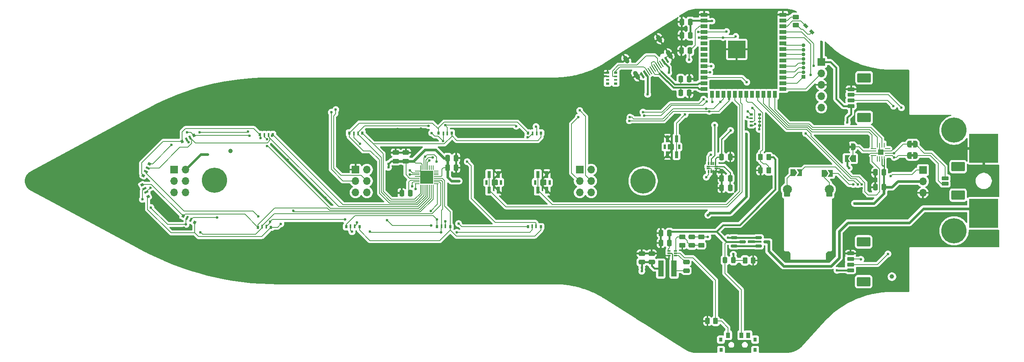
<source format=gbr>
%TF.GenerationSoftware,KiCad,Pcbnew,9.0.2*%
%TF.CreationDate,2025-06-18T16:04:02-05:00*%
%TF.ProjectId,NeoSword,4e656f53-776f-4726-942e-6b696361645f,rev?*%
%TF.SameCoordinates,Original*%
%TF.FileFunction,Copper,L1,Top*%
%TF.FilePolarity,Positive*%
%FSLAX46Y46*%
G04 Gerber Fmt 4.6, Leading zero omitted, Abs format (unit mm)*
G04 Created by KiCad (PCBNEW 9.0.2) date 2025-06-18 16:04:02*
%MOMM*%
%LPD*%
G01*
G04 APERTURE LIST*
G04 Aperture macros list*
%AMRoundRect*
0 Rectangle with rounded corners*
0 $1 Rounding radius*
0 $2 $3 $4 $5 $6 $7 $8 $9 X,Y pos of 4 corners*
0 Add a 4 corners polygon primitive as box body*
4,1,4,$2,$3,$4,$5,$6,$7,$8,$9,$2,$3,0*
0 Add four circle primitives for the rounded corners*
1,1,$1+$1,$2,$3*
1,1,$1+$1,$4,$5*
1,1,$1+$1,$6,$7*
1,1,$1+$1,$8,$9*
0 Add four rect primitives between the rounded corners*
20,1,$1+$1,$2,$3,$4,$5,0*
20,1,$1+$1,$4,$5,$6,$7,0*
20,1,$1+$1,$6,$7,$8,$9,0*
20,1,$1+$1,$8,$9,$2,$3,0*%
%AMHorizOval*
0 Thick line with rounded ends*
0 $1 width*
0 $2 $3 position (X,Y) of the first rounded end (center of the circle)*
0 $4 $5 position (X,Y) of the second rounded end (center of the circle)*
0 Add line between two ends*
20,1,$1,$2,$3,$4,$5,0*
0 Add two circle primitives to create the rounded ends*
1,1,$1,$2,$3*
1,1,$1,$4,$5*%
%AMRotRect*
0 Rectangle, with rotation*
0 The origin of the aperture is its center*
0 $1 length*
0 $2 width*
0 $3 Rotation angle, in degrees counterclockwise*
0 Add horizontal line*
21,1,$1,$2,0,0,$3*%
%AMFreePoly0*
4,1,6,1.000000,0.000000,0.500000,-0.750000,-0.500000,-0.750000,-0.500000,0.750000,0.500000,0.750000,1.000000,0.000000,1.000000,0.000000,$1*%
%AMFreePoly1*
4,1,6,0.500000,-0.750000,-0.650000,-0.750000,-0.150000,0.000000,-0.650000,0.750000,0.500000,0.750000,0.500000,-0.750000,0.500000,-0.750000,$1*%
%AMFreePoly2*
4,1,23,0.500000,-0.750000,0.000000,-0.750000,0.000000,-0.745722,-0.065263,-0.745722,-0.191342,-0.711940,-0.304381,-0.646677,-0.396677,-0.554381,-0.461940,-0.441342,-0.495722,-0.315263,-0.495722,-0.250000,-0.500000,-0.250000,-0.500000,0.250000,-0.495722,0.250000,-0.495722,0.315263,-0.461940,0.441342,-0.396677,0.554381,-0.304381,0.646677,-0.191342,0.711940,-0.065263,0.745722,0.000000,0.745722,
0.000000,0.750000,0.500000,0.750000,0.500000,-0.750000,0.500000,-0.750000,$1*%
%AMFreePoly3*
4,1,23,0.000000,0.745722,0.065263,0.745722,0.191342,0.711940,0.304381,0.646677,0.396677,0.554381,0.461940,0.441342,0.495722,0.315263,0.495722,0.250000,0.500000,0.250000,0.500000,-0.250000,0.495722,-0.250000,0.495722,-0.315263,0.461940,-0.441342,0.396677,-0.554381,0.304381,-0.646677,0.191342,-0.711940,0.065263,-0.745722,0.000000,-0.745722,0.000000,-0.750000,-0.500000,-0.750000,
-0.500000,0.750000,0.000000,0.750000,0.000000,0.745722,0.000000,0.745722,$1*%
G04 Aperture macros list end*
%TA.AperFunction,EtchedComponent*%
%ADD10C,0.000000*%
%TD*%
%TA.AperFunction,SMDPad,CuDef*%
%ADD11R,1.500000X0.900000*%
%TD*%
%TA.AperFunction,SMDPad,CuDef*%
%ADD12R,0.900000X1.500000*%
%TD*%
%TA.AperFunction,HeatsinkPad*%
%ADD13C,0.600000*%
%TD*%
%TA.AperFunction,SMDPad,CuDef*%
%ADD14R,3.900000X3.900000*%
%TD*%
%TA.AperFunction,SMDPad,CuDef*%
%ADD15FreePoly0,0.000000*%
%TD*%
%TA.AperFunction,SMDPad,CuDef*%
%ADD16FreePoly1,0.000000*%
%TD*%
%TA.AperFunction,SMDPad,CuDef*%
%ADD17RoundRect,0.250000X-0.250000X-0.475000X0.250000X-0.475000X0.250000X0.475000X-0.250000X0.475000X0*%
%TD*%
%TA.AperFunction,ComponentPad*%
%ADD18R,1.700000X1.700000*%
%TD*%
%TA.AperFunction,ComponentPad*%
%ADD19O,1.700000X1.700000*%
%TD*%
%TA.AperFunction,SMDPad,CuDef*%
%ADD20RoundRect,0.250000X-0.450000X0.262500X-0.450000X-0.262500X0.450000X-0.262500X0.450000X0.262500X0*%
%TD*%
%TA.AperFunction,SMDPad,CuDef*%
%ADD21RotRect,0.250000X1.400000X212.500000*%
%TD*%
%TA.AperFunction,SMDPad,CuDef*%
%ADD22RotRect,0.220000X1.600000X212.500000*%
%TD*%
%TA.AperFunction,ComponentPad*%
%ADD23HorizOval,1.000000X-0.295515X0.463865X0.295515X-0.463865X0*%
%TD*%
%TA.AperFunction,ComponentPad*%
%ADD24HorizOval,1.000000X-0.214920X0.337357X0.214920X-0.337357X0*%
%TD*%
%TA.AperFunction,SMDPad,CuDef*%
%ADD25R,0.600000X0.700000*%
%TD*%
%TA.AperFunction,SMDPad,CuDef*%
%ADD26R,0.440000X0.900000*%
%TD*%
%TA.AperFunction,SMDPad,CuDef*%
%ADD27RoundRect,0.243750X-0.243750X-0.456250X0.243750X-0.456250X0.243750X0.456250X-0.243750X0.456250X0*%
%TD*%
%TA.AperFunction,SMDPad,CuDef*%
%ADD28R,0.500000X1.000000*%
%TD*%
%TA.AperFunction,SMDPad,CuDef*%
%ADD29R,0.800000X1.500000*%
%TD*%
%TA.AperFunction,ComponentPad*%
%ADD30C,2.000000*%
%TD*%
%TA.AperFunction,SMDPad,CuDef*%
%ADD31RoundRect,0.202500X-0.472500X0.497500X-0.472500X-0.497500X0.472500X-0.497500X0.472500X0.497500X0*%
%TD*%
%TA.AperFunction,ComponentPad*%
%ADD32C,5.600000*%
%TD*%
%TA.AperFunction,SMDPad,CuDef*%
%ADD33RoundRect,0.250000X-0.475000X0.250000X-0.475000X-0.250000X0.475000X-0.250000X0.475000X0.250000X0*%
%TD*%
%TA.AperFunction,SMDPad,CuDef*%
%ADD34RoundRect,0.250000X0.475000X-0.250000X0.475000X0.250000X-0.475000X0.250000X-0.475000X-0.250000X0*%
%TD*%
%TA.AperFunction,SMDPad,CuDef*%
%ADD35RoundRect,0.062500X-0.512500X-0.062500X0.512500X-0.062500X0.512500X0.062500X-0.512500X0.062500X0*%
%TD*%
%TA.AperFunction,SMDPad,CuDef*%
%ADD36RoundRect,0.062500X-0.062500X-0.512500X0.062500X-0.512500X0.062500X0.512500X-0.062500X0.512500X0*%
%TD*%
%TA.AperFunction,SMDPad,CuDef*%
%ADD37RoundRect,0.062500X-0.062500X-0.487500X0.062500X-0.487500X0.062500X0.487500X-0.062500X0.487500X0*%
%TD*%
%TA.AperFunction,HeatsinkPad*%
%ADD38R,1.230000X1.230000*%
%TD*%
%TA.AperFunction,SMDPad,CuDef*%
%ADD39R,0.800000X0.500000*%
%TD*%
%TA.AperFunction,SMDPad,CuDef*%
%ADD40R,0.800000X0.400000*%
%TD*%
%TA.AperFunction,SMDPad,CuDef*%
%ADD41RoundRect,0.150000X-0.587500X-0.150000X0.587500X-0.150000X0.587500X0.150000X-0.587500X0.150000X0*%
%TD*%
%TA.AperFunction,SMDPad,CuDef*%
%ADD42RoundRect,0.200000X0.600000X-0.200000X0.600000X0.200000X-0.600000X0.200000X-0.600000X-0.200000X0*%
%TD*%
%TA.AperFunction,SMDPad,CuDef*%
%ADD43RoundRect,0.250001X1.249999X-0.799999X1.249999X0.799999X-1.249999X0.799999X-1.249999X-0.799999X0*%
%TD*%
%TA.AperFunction,SMDPad,CuDef*%
%ADD44RoundRect,0.250000X-0.262500X-0.450000X0.262500X-0.450000X0.262500X0.450000X-0.262500X0.450000X0*%
%TD*%
%TA.AperFunction,SMDPad,CuDef*%
%ADD45RoundRect,0.250000X0.262500X0.450000X-0.262500X0.450000X-0.262500X-0.450000X0.262500X-0.450000X0*%
%TD*%
%TA.AperFunction,SMDPad,CuDef*%
%ADD46R,6.400000X6.400000*%
%TD*%
%TA.AperFunction,ComponentPad*%
%ADD47R,0.850000X0.850000*%
%TD*%
%TA.AperFunction,ComponentPad*%
%ADD48O,0.850000X0.850000*%
%TD*%
%TA.AperFunction,SMDPad,CuDef*%
%ADD49RotRect,0.600000X0.700000X243.000000*%
%TD*%
%TA.AperFunction,SMDPad,CuDef*%
%ADD50RotRect,0.440000X0.900000X243.000000*%
%TD*%
%TA.AperFunction,SMDPad,CuDef*%
%ADD51RoundRect,0.250000X0.250000X0.475000X-0.250000X0.475000X-0.250000X-0.475000X0.250000X-0.475000X0*%
%TD*%
%TA.AperFunction,SMDPad,CuDef*%
%ADD52C,1.000000*%
%TD*%
%TA.AperFunction,SMDPad,CuDef*%
%ADD53R,0.375000X0.700000*%
%TD*%
%TA.AperFunction,SMDPad,CuDef*%
%ADD54R,0.700000X0.350000*%
%TD*%
%TA.AperFunction,SMDPad,CuDef*%
%ADD55R,0.350000X0.700000*%
%TD*%
%TA.AperFunction,SMDPad,CuDef*%
%ADD56RotRect,0.600000X0.700000X332.000000*%
%TD*%
%TA.AperFunction,SMDPad,CuDef*%
%ADD57RotRect,0.440000X0.900000X332.000000*%
%TD*%
%TA.AperFunction,SMDPad,CuDef*%
%ADD58FreePoly0,180.000000*%
%TD*%
%TA.AperFunction,SMDPad,CuDef*%
%ADD59FreePoly1,180.000000*%
%TD*%
%TA.AperFunction,SMDPad,CuDef*%
%ADD60FreePoly2,0.000000*%
%TD*%
%TA.AperFunction,SMDPad,CuDef*%
%ADD61FreePoly3,0.000000*%
%TD*%
%TA.AperFunction,SMDPad,CuDef*%
%ADD62RotRect,1.000000X0.600000X315.000000*%
%TD*%
%TA.AperFunction,SMDPad,CuDef*%
%ADD63RoundRect,0.087500X-0.250000X-0.087500X0.250000X-0.087500X0.250000X0.087500X-0.250000X0.087500X0*%
%TD*%
%TA.AperFunction,SMDPad,CuDef*%
%ADD64R,0.900000X1.250000*%
%TD*%
%TA.AperFunction,SMDPad,CuDef*%
%ADD65R,0.800000X0.900000*%
%TD*%
%TA.AperFunction,SMDPad,CuDef*%
%ADD66RotRect,0.600000X0.700000X208.000000*%
%TD*%
%TA.AperFunction,SMDPad,CuDef*%
%ADD67RotRect,0.440000X0.900000X208.000000*%
%TD*%
%TA.AperFunction,SMDPad,CuDef*%
%ADD68RoundRect,0.050000X0.050000X-0.450000X0.050000X0.450000X-0.050000X0.450000X-0.050000X-0.450000X0*%
%TD*%
%TA.AperFunction,SMDPad,CuDef*%
%ADD69RoundRect,0.050000X0.450000X-0.050000X0.450000X0.050000X-0.450000X0.050000X-0.450000X-0.050000X0*%
%TD*%
%TA.AperFunction,HeatsinkPad*%
%ADD70R,2.900000X2.900000*%
%TD*%
%TA.AperFunction,SMDPad,CuDef*%
%ADD71R,1.150000X3.600000*%
%TD*%
%TA.AperFunction,SMDPad,CuDef*%
%ADD72RotRect,0.600000X0.700000X297.000000*%
%TD*%
%TA.AperFunction,SMDPad,CuDef*%
%ADD73RotRect,0.440000X0.900000X297.000000*%
%TD*%
%TA.AperFunction,ViaPad*%
%ADD74C,0.600000*%
%TD*%
%TA.AperFunction,Conductor*%
%ADD75C,0.200000*%
%TD*%
%TA.AperFunction,Conductor*%
%ADD76C,0.600000*%
%TD*%
%TA.AperFunction,Conductor*%
%ADD77C,0.250000*%
%TD*%
%TA.AperFunction,Conductor*%
%ADD78C,0.438400*%
%TD*%
%TA.AperFunction,Conductor*%
%ADD79C,0.400000*%
%TD*%
G04 APERTURE END LIST*
D10*
%TA.AperFunction,EtchedComponent*%
%TO.C,JP4*%
G36*
X226000000Y-98400000D02*
G01*
X225500000Y-98400000D01*
X225500000Y-97800000D01*
X226000000Y-97800000D01*
X226000000Y-98400000D01*
G37*
%TD.AperFunction*%
%TA.AperFunction,EtchedComponent*%
%TO.C,JP3*%
G36*
X239800000Y-97800000D02*
G01*
X239300000Y-97800000D01*
X239300000Y-97200000D01*
X239800000Y-97200000D01*
X239800000Y-97800000D01*
G37*
%TD.AperFunction*%
%TA.AperFunction,EtchedComponent*%
%TO.C,JP2*%
G36*
X239800000Y-100300000D02*
G01*
X239300000Y-100300000D01*
X239300000Y-99700000D01*
X239800000Y-99700000D01*
X239800000Y-100300000D01*
G37*
%TD.AperFunction*%
%TD*%
D11*
%TO.P,U1,1,GND*%
%TO.N,VSS*%
X193250000Y-68680000D03*
%TO.P,U1,2,3V3*%
%TO.N,3v3*%
X193250000Y-69950000D03*
%TO.P,U1,3,EN*%
%TO.N,Net-(SW1-B)*%
X193250000Y-71220000D03*
%TO.P,U1,4,IO4*%
%TO.N,SDA2*%
X193250000Y-72490000D03*
%TO.P,U1,5,IO5*%
%TO.N,SCL2*%
X193250000Y-73760000D03*
%TO.P,U1,6,IO6*%
%TO.N,unconnected-(U1-IO6-Pad6)*%
X193250000Y-75030000D03*
%TO.P,U1,7,IO7*%
%TO.N,unconnected-(U1-IO7-Pad7)*%
X193250000Y-76300000D03*
%TO.P,U1,8,IO15*%
%TO.N,unconnected-(U1-IO15-Pad8)*%
X193250000Y-77570000D03*
%TO.P,U1,9,IO16*%
%TO.N,unconnected-(U1-IO16-Pad9)*%
X193250000Y-78840000D03*
%TO.P,U1,10,IO17*%
%TO.N,LEDen*%
X193250000Y-80110000D03*
%TO.P,U1,11,IO18*%
%TO.N,LEDint*%
X193250000Y-81380000D03*
%TO.P,U1,12,IO8*%
%TO.N,LEDout*%
X193250000Y-82650000D03*
%TO.P,U1,13,USB_D-*%
%TO.N,/D-*%
X193250000Y-83920000D03*
%TO.P,U1,14,USB_D+*%
%TO.N,/D+*%
X193250000Y-85190000D03*
D12*
%TO.P,U1,15,IO3*%
%TO.N,ACT*%
X195015000Y-86440000D03*
%TO.P,U1,16,IO46*%
%TO.N,unconnected-(U1-IO46-Pad16)*%
X196285000Y-86440000D03*
%TO.P,U1,17,IO9*%
%TO.N,SDA*%
X197555000Y-86440000D03*
%TO.P,U1,18,IO10*%
%TO.N,SCL*%
X198825000Y-86440000D03*
%TO.P,U1,19,IO11*%
%TO.N,Sound*%
X200095000Y-86440000D03*
%TO.P,U1,20,IO12*%
%TO.N,Lights*%
X201365000Y-86440000D03*
%TO.P,U1,21,IO13*%
%TO.N,Net-(U1-IO13)*%
X202635000Y-86440000D03*
%TO.P,U1,22,IO14*%
%TO.N,unconnected-(U1-IO14-Pad22)*%
X203905000Y-86440000D03*
%TO.P,U1,23,IO21*%
%TO.N,SD*%
X205175000Y-86440000D03*
%TO.P,U1,24,IO47*%
%TO.N,Din*%
X206445000Y-86440000D03*
%TO.P,U1,25,IO48*%
%TO.N,BitClk*%
X207715000Y-86440000D03*
%TO.P,U1,26,IO45*%
%TO.N,LRClk*%
X208985000Y-86440000D03*
D11*
%TO.P,U1,27,IO0*%
%TO.N,Boot*%
X210750000Y-85190000D03*
%TO.P,U1,28,IO35*%
%TO.N,Net-(J5-Pin_1)*%
X210750000Y-83920000D03*
%TO.P,U1,29,IO36*%
%TO.N,Net-(J5-Pin_2)*%
X210750000Y-82650000D03*
%TO.P,U1,30,IO37*%
%TO.N,Net-(J5-Pin_3)*%
X210750000Y-81380000D03*
%TO.P,U1,31,IO38*%
%TO.N,Net-(J5-Pin_4)*%
X210750000Y-80110000D03*
%TO.P,U1,32,IO39*%
%TO.N,Net-(J5-Pin_5)*%
X210750000Y-78840000D03*
%TO.P,U1,33,IO40*%
%TO.N,Net-(J5-Pin_6)*%
X210750000Y-77570000D03*
%TO.P,U1,34,IO41*%
%TO.N,Net-(J5-Pin_7)*%
X210750000Y-76300000D03*
%TO.P,U1,35,IO42*%
%TO.N,Net-(J5-Pin_8)*%
X210750000Y-75030000D03*
%TO.P,U1,36,RXD0*%
%TO.N,RX*%
X210750000Y-73760000D03*
%TO.P,U1,37,TXD0*%
%TO.N,TX*%
X210750000Y-72490000D03*
%TO.P,U1,38,IO2*%
%TO.N,Net-(D14-K)*%
X210750000Y-71220000D03*
%TO.P,U1,39,IO1*%
%TO.N,Net-(U1-IO1)*%
X210750000Y-69950000D03*
%TO.P,U1,40,GND*%
%TO.N,VSS*%
X210750000Y-68680000D03*
D13*
%TO.P,U1,41,GND*%
X199100000Y-75700000D03*
X199100000Y-77100000D03*
X199800000Y-75000000D03*
X199800000Y-76400000D03*
X199800000Y-77800000D03*
X200500000Y-75700000D03*
D14*
X200500000Y-76400000D03*
D13*
X200500000Y-77100000D03*
X201200000Y-75000000D03*
X201200000Y-76400000D03*
X201200000Y-77800000D03*
X201900000Y-75700000D03*
X201900000Y-77100000D03*
%TD*%
D15*
%TO.P,JP6,1,A*%
%TO.N,Net-(J12-Pin_2)*%
X213000000Y-103850000D03*
D16*
%TO.P,JP6,2,B*%
%TO.N,Net-(JP2-A)*%
X214450000Y-103850000D03*
%TD*%
D17*
%TO.P,C19,1*%
%TO.N,VSS*%
X197162500Y-105100000D03*
%TO.P,C19,2*%
%TO.N,3v3*%
X199062500Y-105100000D03*
%TD*%
D15*
%TO.P,JP5,1,A*%
%TO.N,Net-(J12-Pin_1)*%
X219925000Y-104000000D03*
D16*
%TO.P,JP5,2,B*%
%TO.N,Net-(JP3-A)*%
X221375000Y-104000000D03*
%TD*%
D18*
%TO.P,J10,1,Pin_1*%
%TO.N,3v3*%
X219300000Y-79200000D03*
D19*
%TO.P,J10,2,Pin_2*%
%TO.N,Boot*%
X219300000Y-81740000D03*
%TO.P,J10,3,Pin_3*%
%TO.N,VSS*%
X219300000Y-84280000D03*
%TO.P,J10,4,Pin_4*%
%TO.N,TX*%
X219300000Y-86820000D03*
%TO.P,J10,5,Pin_5*%
%TO.N,RX*%
X219300000Y-89360000D03*
%TD*%
D20*
%TO.P,R5,1*%
%TO.N,Net-(U1-IO1)*%
X213600000Y-69187500D03*
%TO.P,R5,2*%
%TO.N,Net-(D14-A)*%
X213600000Y-71012500D03*
%TD*%
D18*
%TO.P,J7,1,Pin_1*%
%TO.N,VSS*%
X165600000Y-103161482D03*
D19*
%TO.P,J7,2,Pin_2*%
%TO.N,3v3*%
X168140000Y-103161482D03*
%TO.P,J7,3,Pin_3*%
%TO.N,SCL2*%
X165600000Y-105701482D03*
%TO.P,J7,4,Pin_4*%
%TO.N,SDA2*%
X168140000Y-105701482D03*
%TO.P,J7,5,Pin_5*%
%TO.N,unconnected-(J7-Pin_5-Pad5)*%
X165600000Y-108241482D03*
%TO.P,J7,6,Pin_6*%
%TO.N,unconnected-(J7-Pin_6-Pad6)*%
X168140000Y-108241482D03*
%TD*%
D21*
%TO.P,J11,A1,GND*%
%TO.N,VSS*%
X185036685Y-78660152D03*
%TO.P,J11,A4,VBUS*%
%TO.N,+5V*%
X184361972Y-79089992D03*
D22*
%TO.P,J11,A5,CC1*%
%TO.N,Net-(J11-CC1)*%
X183340379Y-79859387D03*
%TO.P,J11,A6,D+*%
%TO.N,/D+*%
X182496986Y-80396688D03*
%TO.P,J11,A7,D-*%
%TO.N,/D-*%
X182075291Y-80665337D03*
%TO.P,J11,A8,SBU1*%
%TO.N,unconnected-(J11-SBU1-PadA8)*%
X183762073Y-79590739D03*
D21*
%TO.P,J11,A9,VBUS*%
%TO.N,+5V*%
X180102845Y-81803354D03*
%TO.P,J11,A12,GND*%
%TO.N,VSS*%
X179428133Y-82233194D03*
%TO.P,J11,B1,GND*%
X179638979Y-82098870D03*
%TO.P,J11,B4,VBUS*%
%TO.N,+5V*%
X180313693Y-81669030D03*
D22*
%TO.P,J11,B5,CC2*%
%TO.N,Net-(J11-CC2)*%
X180810204Y-81471287D03*
%TO.P,J11,B6,D+*%
%TO.N,/D+*%
X181653593Y-80933988D03*
%TO.P,J11,B7,D-*%
%TO.N,/D-*%
X182918683Y-80128038D03*
%TO.P,J11,B8,SBU2*%
%TO.N,unconnected-(J11-SBU2-PadB8)*%
X181231900Y-81202636D03*
D21*
%TO.P,J11,B9,VBUS*%
%TO.N,+5V*%
X184151125Y-79224318D03*
%TO.P,J11,B12,GND*%
%TO.N,VSS*%
X184825837Y-78794477D03*
D23*
%TO.P,J11,S1,SHIELD*%
X185499750Y-77535165D03*
D24*
X183269956Y-74035092D03*
X175983055Y-78677358D03*
D23*
X178212848Y-82177433D03*
%TD*%
D17*
%TO.P,C8,1*%
%TO.N,VSS*%
X126050000Y-108400000D03*
%TO.P,C8,2*%
%TO.N,Net-(U3-CBP)*%
X127950000Y-108400000D03*
%TD*%
D25*
%TO.P,D12,1,R*%
%TO.N,R3*%
X134230000Y-95000000D03*
D26*
%TO.P,D12,2,A*%
%TO.N,C2*%
X135300000Y-95100000D03*
%TO.P,D12,3,G*%
%TO.N,R2*%
X136200000Y-95100000D03*
D25*
%TO.P,D12,4,B*%
%TO.N,R1*%
X137150000Y-95000000D03*
%TD*%
D27*
%TO.P,D1,1,K*%
%TO.N,vBat*%
X197862500Y-123350000D03*
%TO.P,D1,2,A*%
%TO.N,+5V*%
X199737500Y-123350000D03*
%TD*%
D28*
%TO.P,SW4,*%
%TO.N,*%
X155703331Y-106008449D03*
X158903331Y-106008449D03*
D29*
%TO.P,SW4,1,A*%
%TO.N,Sound*%
X156303331Y-107758449D03*
X156303331Y-104258449D03*
%TO.P,SW4,2,B*%
%TO.N,VSS*%
X158303331Y-107758449D03*
X158303331Y-104258449D03*
%TD*%
D30*
%TO.P,J12,1,Pin_1*%
%TO.N,Net-(J12-Pin_1)*%
X221100000Y-107550000D03*
D31*
X221100000Y-108500000D03*
D30*
%TO.P,J12,2,Pin_2*%
%TO.N,Net-(J12-Pin_2)*%
X211750000Y-107550000D03*
D31*
X211700000Y-108500000D03*
%TD*%
D32*
%TO.P,H1,1*%
%TO.N,N/C*%
X248800000Y-94400000D03*
%TD*%
D33*
%TO.P,C21,1*%
%TO.N,3v3*%
X190500000Y-118150000D03*
%TO.P,C21,2*%
%TO.N,Net-(U6-VFB)*%
X190500000Y-120050000D03*
%TD*%
D25*
%TO.P,D3,1,R*%
%TO.N,R12*%
X136826666Y-115900000D03*
D26*
%TO.P,D3,2,A*%
%TO.N,C2*%
X135756666Y-115800000D03*
%TO.P,D3,3,G*%
%TO.N,R11*%
X134856666Y-115800000D03*
D25*
%TO.P,D3,4,B*%
%TO.N,R9*%
X133906666Y-115900000D03*
%TD*%
D34*
%TO.P,C22,1*%
%TO.N,3v3*%
X179400000Y-123750000D03*
%TO.P,C22,2*%
%TO.N,VSS*%
X179400000Y-121850000D03*
%TD*%
D35*
%TO.P,U2,1,DIN*%
%TO.N,Din*%
X230940000Y-98510000D03*
%TO.P,U2,2,GAIN_SLOT*%
%TO.N,Net-(JP1-A)*%
X230940000Y-99010000D03*
%TO.P,U2,3,GND*%
%TO.N,VSS*%
X230940000Y-99510000D03*
%TO.P,U2,4,~{SD_MODE}*%
%TO.N,SD*%
X230940000Y-100010000D03*
D36*
%TO.P,U2,5,NC*%
%TO.N,unconnected-(U2-NC-Pad5)*%
X231740000Y-100810000D03*
%TO.P,U2,6,NC*%
%TO.N,unconnected-(U2-NC-Pad6)*%
X232240000Y-100810000D03*
%TO.P,U2,7,VDD*%
%TO.N,3v3*%
X232740000Y-100810000D03*
%TO.P,U2,8,VDD*%
X233240000Y-100810000D03*
D35*
%TO.P,U2,9,OUTP*%
%TO.N,Net-(JP2-A)*%
X234040000Y-100010000D03*
%TO.P,U2,10,OUTN*%
%TO.N,Net-(JP3-A)*%
X234040000Y-99510000D03*
%TO.P,U2,11,GND*%
%TO.N,VSS*%
X234040000Y-99010000D03*
%TO.P,U2,12,NC*%
%TO.N,unconnected-(U2-NC-Pad12)*%
X234040000Y-98510000D03*
D37*
%TO.P,U2,13,NC*%
%TO.N,unconnected-(U2-NC-Pad13)*%
X233240000Y-97710000D03*
%TO.P,U2,14,LRCLK*%
%TO.N,LRClk*%
X232740000Y-97710000D03*
%TO.P,U2,15,GND*%
%TO.N,VSS*%
X232240000Y-97710000D03*
%TO.P,U2,16,BCLK*%
%TO.N,BitClk*%
X231740000Y-97710000D03*
D38*
%TO.P,U2,17,PAD*%
%TO.N,VSS*%
X232490000Y-99260000D03*
%TD*%
D34*
%TO.P,C4,1*%
%TO.N,3v3*%
X126970000Y-101280000D03*
%TO.P,C4,2*%
%TO.N,VSS*%
X126970000Y-99380000D03*
%TD*%
D39*
%TO.P,RN1,1,R1.1*%
%TO.N,VSS*%
X171800000Y-81600000D03*
D40*
%TO.P,RN1,2,R2.1*%
X171800000Y-82400000D03*
%TO.P,RN1,3,R3.1*%
%TO.N,unconnected-(RN1-R3.1-Pad3)*%
X171800000Y-83200000D03*
D39*
%TO.P,RN1,4,R4.1*%
%TO.N,unconnected-(RN1-R4.1-Pad4)*%
X171800000Y-84000000D03*
%TO.P,RN1,5,R4.2*%
%TO.N,unconnected-(RN1-R4.2-Pad5)*%
X173600000Y-84000000D03*
D40*
%TO.P,RN1,6,R3.2*%
%TO.N,unconnected-(RN1-R3.2-Pad6)*%
X173600000Y-83200000D03*
%TO.P,RN1,7,R2.2*%
%TO.N,Net-(J11-CC1)*%
X173600000Y-82400000D03*
D39*
%TO.P,RN1,8,R1.2*%
%TO.N,Net-(J11-CC2)*%
X173600000Y-81600000D03*
%TD*%
D41*
%TO.P,Q2,1,G*%
%TO.N,+5V*%
X199900000Y-118300000D03*
%TO.P,Q2,2,S*%
%TO.N,Net-(Q1-S)*%
X199900000Y-120200000D03*
%TO.P,Q2,3,D*%
%TO.N,vBat*%
X201775000Y-119250000D03*
%TD*%
D25*
%TO.P,D8,1,R*%
%TO.N,R6*%
X94480000Y-95350000D03*
D26*
%TO.P,D8,2,A*%
%TO.N,C1*%
X95550000Y-95450000D03*
%TO.P,D8,3,G*%
%TO.N,R5*%
X96450000Y-95450000D03*
D25*
%TO.P,D8,4,B*%
%TO.N,R4*%
X97400000Y-95350000D03*
%TD*%
D42*
%TO.P,J6,1,Pin_1*%
%TO.N,3v3*%
X225925000Y-89025000D03*
%TO.P,J6,2,Pin_2*%
%TO.N,SDA2*%
X225925000Y-87775000D03*
%TO.P,J6,3,Pin_3*%
%TO.N,SCL2*%
X225925000Y-86525000D03*
%TO.P,J6,4,Pin_4*%
%TO.N,VSS*%
X225925000Y-85275000D03*
D43*
%TO.P,J6,MP*%
%TO.N,N/C*%
X228825000Y-91575000D03*
X228825000Y-82725000D03*
%TD*%
D44*
%TO.P,R1,1*%
%TO.N,+5V*%
X202337500Y-123400000D03*
%TO.P,R1,2*%
%TO.N,VSS*%
X204162500Y-123400000D03*
%TD*%
D17*
%TO.P,C7,1*%
%TO.N,3v3*%
X136250000Y-102750000D03*
%TO.P,C7,2*%
%TO.N,VSS*%
X138150000Y-102750000D03*
%TD*%
D45*
%TO.P,R4,1*%
%TO.N,BuckEn*%
X195812500Y-136900000D03*
%TO.P,R4,2*%
%TO.N,VSS*%
X193987500Y-136900000D03*
%TD*%
D44*
%TO.P,R7,1*%
%TO.N,VSS*%
X205775000Y-103350000D03*
%TO.P,R7,2*%
%TO.N,Net-(U1-IO13)*%
X207600000Y-103350000D03*
%TD*%
D34*
%TO.P,C23,1*%
%TO.N,3v3*%
X181600000Y-123750000D03*
%TO.P,C23,2*%
%TO.N,VSS*%
X181600000Y-121850000D03*
%TD*%
D46*
%TO.P,J1,1,Pin_1*%
%TO.N,BattPos*%
X255400000Y-112936482D03*
%TO.P,J1,2,Pin_2*%
%TO.N,VSS*%
X255400000Y-98436482D03*
%TD*%
D47*
%TO.P,J5,1,Pin_1*%
%TO.N,Net-(J5-Pin_1)*%
X215300000Y-82500000D03*
D48*
%TO.P,J5,2,Pin_2*%
%TO.N,Net-(J5-Pin_2)*%
X215300000Y-81500000D03*
%TO.P,J5,3,Pin_3*%
%TO.N,Net-(J5-Pin_3)*%
X215300000Y-80500000D03*
%TO.P,J5,4,Pin_4*%
%TO.N,Net-(J5-Pin_4)*%
X215300000Y-79500000D03*
%TO.P,J5,5,Pin_5*%
%TO.N,Net-(J5-Pin_5)*%
X215300000Y-78500000D03*
%TO.P,J5,6,Pin_6*%
%TO.N,Net-(J5-Pin_6)*%
X215300000Y-77500000D03*
%TO.P,J5,7,Pin_7*%
%TO.N,Net-(J5-Pin_7)*%
X215300000Y-76500000D03*
%TO.P,J5,8,Pin_8*%
%TO.N,Net-(J5-Pin_8)*%
X215300000Y-75500000D03*
%TD*%
D42*
%TO.P,J3,1,Pin_1*%
%TO.N,Net-(J3-Pin_1)*%
X246800000Y-106325000D03*
%TO.P,J3,2,Pin_2*%
%TO.N,Net-(J3-Pin_2)*%
X246800000Y-105075000D03*
D43*
%TO.P,J3,MP*%
%TO.N,N/C*%
X249700000Y-108875000D03*
X249700000Y-102525000D03*
%TD*%
D39*
%TO.P,RN4,1,R1.1*%
%TO.N,SCL*%
X203750000Y-90925000D03*
D40*
%TO.P,RN4,2,R2.1*%
%TO.N,SDA*%
X203750000Y-91725000D03*
%TO.P,RN4,3,R3.1*%
%TO.N,SCL2*%
X203750000Y-92525000D03*
D39*
%TO.P,RN4,4,R4.1*%
%TO.N,SDA2*%
X203750000Y-93325000D03*
%TO.P,RN4,5,R4.2*%
%TO.N,3v3*%
X205550000Y-93325000D03*
D40*
%TO.P,RN4,6,R3.2*%
X205550000Y-92525000D03*
%TO.P,RN4,7,R2.2*%
X205550000Y-91725000D03*
D39*
%TO.P,RN4,8,R1.2*%
X205550000Y-90925000D03*
%TD*%
D17*
%TO.P,C15,1*%
%TO.N,/D-*%
X188050000Y-83000000D03*
%TO.P,C15,2*%
%TO.N,VSS*%
X189950000Y-83000000D03*
%TD*%
D49*
%TO.P,D10,1,R*%
%TO.N,R6*%
X68621787Y-104513227D03*
D50*
%TO.P,D10,2,A*%
%TO.N,C3*%
X69196657Y-103605250D03*
%TO.P,D10,3,G*%
%TO.N,R5*%
X69605250Y-102803343D03*
D49*
%TO.P,D10,4,B*%
%TO.N,R4*%
X69947439Y-101911488D03*
%TD*%
D51*
%TO.P,C14,1*%
%TO.N,vBat*%
X185550000Y-119500000D03*
%TO.P,C14,2*%
%TO.N,VSS*%
X183650000Y-119500000D03*
%TD*%
D52*
%TO.P,REF\u002A\u002A,*%
%TO.N,*%
X235000000Y-127000000D03*
%TD*%
D25*
%TO.P,D4,1,R*%
%TO.N,R12*%
X116653333Y-115900000D03*
D26*
%TO.P,D4,2,A*%
%TO.N,C3*%
X115583333Y-115800000D03*
%TO.P,D4,3,G*%
%TO.N,R11*%
X114683333Y-115800000D03*
D25*
%TO.P,D4,4,B*%
%TO.N,R9*%
X113733333Y-115900000D03*
%TD*%
D17*
%TO.P,C13,1*%
%TO.N,VSS*%
X188300000Y-73300000D03*
%TO.P,C13,2*%
%TO.N,3v3*%
X190200000Y-73300000D03*
%TD*%
D42*
%TO.P,J8,1,Pin_1*%
%TO.N,3v3*%
X225800000Y-125575000D03*
%TO.P,J8,2,Pin_2*%
%TO.N,SDA2*%
X225800000Y-124325000D03*
%TO.P,J8,3,Pin_3*%
%TO.N,SCL2*%
X225800000Y-123075000D03*
%TO.P,J8,4,Pin_4*%
%TO.N,VSS*%
X225800000Y-121825000D03*
D43*
%TO.P,J8,MP*%
%TO.N,N/C*%
X228700000Y-128125000D03*
X228700000Y-119275000D03*
%TD*%
D53*
%TO.P,U4,1,SCL/SPC*%
%TO.N,SCL*%
X194287500Y-101775000D03*
D54*
%TO.P,U4,2,~{CS}*%
%TO.N,3v3*%
X194125000Y-102450000D03*
%TO.P,U4,3,SA0/SDO*%
%TO.N,VSS*%
X194125000Y-102950000D03*
D53*
%TO.P,U4,4,SDA/SDI*%
%TO.N,SDA*%
X194287500Y-103625000D03*
D55*
%TO.P,U4,5,RES*%
%TO.N,VSS*%
X194800000Y-103625000D03*
%TO.P,U4,6,GND*%
X195300000Y-103625000D03*
D53*
%TO.P,U4,7,GND*%
X195812500Y-103625000D03*
D54*
%TO.P,U4,8,GND*%
X195975000Y-102950000D03*
%TO.P,U4,9,Vdd*%
%TO.N,3v3*%
X195975000Y-102450000D03*
D53*
%TO.P,U4,10,Vdd_IO*%
X195812500Y-101775000D03*
D55*
%TO.P,U4,11,INT2*%
%TO.N,unconnected-(U4-INT2-Pad11)*%
X195300000Y-101775000D03*
%TO.P,U4,12,INT1*%
%TO.N,ACT*%
X194800000Y-101775000D03*
%TD*%
D56*
%TO.P,D5,1,R*%
%TO.N,R8*%
X80046947Y-114911705D03*
D57*
%TO.P,D5,2,A*%
%TO.N,C1*%
X79149141Y-114321076D03*
%TO.P,D5,3,G*%
%TO.N,R10*%
X78354488Y-113898551D03*
D56*
%TO.P,D5,4,B*%
%TO.N,R7*%
X77468740Y-113540848D03*
%TD*%
D18*
%TO.P,J2,1,Pin_1*%
%TO.N,VSS*%
X75460000Y-103161482D03*
D19*
%TO.P,J2,2,Pin_2*%
%TO.N,3v3*%
X78000000Y-103161482D03*
%TO.P,J2,3,Pin_3*%
%TO.N,SCL2*%
X75460000Y-105701482D03*
%TO.P,J2,4,Pin_4*%
%TO.N,SDA2*%
X78000000Y-105701482D03*
%TO.P,J2,5,Pin_5*%
%TO.N,unconnected-(J2-Pin_5-Pad5)*%
X75460000Y-108241482D03*
%TO.P,J2,6,Pin_6*%
%TO.N,unconnected-(J2-Pin_6-Pad6)*%
X78000000Y-108241482D03*
%TD*%
D18*
%TO.P,J4,1,Pin_1*%
%TO.N,VSS*%
X115780000Y-103161482D03*
D19*
%TO.P,J4,2,Pin_2*%
%TO.N,3v3*%
X118320000Y-103161482D03*
%TO.P,J4,3,Pin_3*%
%TO.N,SCL2*%
X115780000Y-105701482D03*
%TO.P,J4,4,Pin_4*%
%TO.N,SDA2*%
X118320000Y-105701482D03*
%TO.P,J4,5,Pin_5*%
%TO.N,unconnected-(J4-Pin_5-Pad5)*%
X115780000Y-108241482D03*
%TO.P,J4,6,Pin_6*%
%TO.N,unconnected-(J4-Pin_6-Pad6)*%
X118320000Y-108241482D03*
%TD*%
D17*
%TO.P,C17,1*%
%TO.N,3v3*%
X197162500Y-100350000D03*
%TO.P,C17,2*%
%TO.N,VSS*%
X199062500Y-100350000D03*
%TD*%
D58*
%TO.P,JP1,1,A*%
%TO.N,Net-(JP1-A)*%
X226475000Y-100700000D03*
D59*
%TO.P,JP1,2,B*%
%TO.N,3v3*%
X225025000Y-100700000D03*
%TD*%
D60*
%TO.P,JP4,1,A*%
%TO.N,VSS*%
X225100000Y-98100000D03*
D61*
%TO.P,JP4,2,B*%
%TO.N,Net-(JP1-A)*%
X226400000Y-98100000D03*
%TD*%
D17*
%TO.P,C3,1*%
%TO.N,VSS*%
X231300000Y-107100000D03*
%TO.P,C3,2*%
%TO.N,3v3*%
X233200000Y-107100000D03*
%TD*%
D25*
%TO.P,D2,1,R*%
%TO.N,R12*%
X157000000Y-115900000D03*
D26*
%TO.P,D2,2,A*%
%TO.N,C1*%
X155930000Y-115800000D03*
%TO.P,D2,3,G*%
%TO.N,R11*%
X155030000Y-115800000D03*
D25*
%TO.P,D2,4,B*%
%TO.N,R9*%
X154080000Y-115900000D03*
%TD*%
D32*
%TO.P,H2,1*%
%TO.N,N/C*%
X248800000Y-116800000D03*
%TD*%
D62*
%TO.P,D14,1,K*%
%TO.N,Net-(D14-K)*%
X215797182Y-71126472D03*
%TO.P,D14,2,A*%
%TO.N,Net-(D14-A)*%
X217211396Y-72540686D03*
%TD*%
D28*
%TO.P,SW1,*%
%TO.N,*%
X184500000Y-98100000D03*
X187700000Y-98100000D03*
D29*
%TO.P,SW1,1,A*%
%TO.N,VSS*%
X185100000Y-99850000D03*
X185100000Y-96350000D03*
%TO.P,SW1,2,B*%
%TO.N,Net-(SW1-B)*%
X187100000Y-99850000D03*
X187100000Y-96350000D03*
%TD*%
D25*
%TO.P,D7,1,R*%
%TO.N,R8*%
X97000000Y-116000000D03*
D26*
%TO.P,D7,2,A*%
%TO.N,C3*%
X95930000Y-115900000D03*
%TO.P,D7,3,G*%
%TO.N,R10*%
X95030000Y-115900000D03*
D25*
%TO.P,D7,4,B*%
%TO.N,R7*%
X94080000Y-116000000D03*
%TD*%
D32*
%TO.P,H4,1*%
%TO.N,N/C*%
X84400000Y-105500000D03*
%TD*%
D44*
%TO.P,R6,1*%
%TO.N,Net-(U1-IO13)*%
X205775000Y-100400000D03*
%TO.P,R6,2*%
%TO.N,vBat*%
X207600000Y-100400000D03*
%TD*%
D17*
%TO.P,C1,1*%
%TO.N,VSS*%
X188200000Y-76700000D03*
%TO.P,C1,2*%
%TO.N,Net-(SW1-B)*%
X190100000Y-76700000D03*
%TD*%
D20*
%TO.P,R2,1*%
%TO.N,3v3*%
X192600000Y-118187500D03*
%TO.P,R2,2*%
%TO.N,Net-(U6-VFB)*%
X192600000Y-120012500D03*
%TD*%
D33*
%TO.P,C20,1*%
%TO.N,Net-(U6-VBST)*%
X189300000Y-123750000D03*
%TO.P,C20,2*%
%TO.N,Net-(U6-SW)*%
X189300000Y-125650000D03*
%TD*%
D60*
%TO.P,JP3,1,A*%
%TO.N,Net-(JP3-A)*%
X238900000Y-97500000D03*
D61*
%TO.P,JP3,2,B*%
%TO.N,Net-(J3-Pin_2)*%
X240200000Y-97500000D03*
%TD*%
D32*
%TO.P,H5,1*%
%TO.N,N/C*%
X179700000Y-105700000D03*
%TD*%
D28*
%TO.P,SW3,*%
%TO.N,*%
X144903331Y-106008449D03*
X148103331Y-106008449D03*
D29*
%TO.P,SW3,1,A*%
%TO.N,Lights*%
X145503331Y-107758449D03*
X145503331Y-104258449D03*
%TO.P,SW3,2,B*%
%TO.N,VSS*%
X147503331Y-107758449D03*
X147503331Y-104258449D03*
%TD*%
D63*
%TO.P,U6,1,VIN*%
%TO.N,vBat*%
X185450000Y-121300000D03*
%TO.P,U6,2,SW*%
%TO.N,Net-(U6-SW)*%
X185450000Y-121800000D03*
%TO.P,U6,3,GND*%
%TO.N,VSS*%
X185450000Y-122300000D03*
%TO.P,U6,4,VBST*%
%TO.N,Net-(U6-VBST)*%
X186875000Y-122300000D03*
%TO.P,U6,5,EN*%
%TO.N,BuckEn*%
X186875000Y-121800000D03*
%TO.P,U6,6,VFB*%
%TO.N,Net-(U6-VFB)*%
X186875000Y-121300000D03*
%TD*%
D64*
%TO.P,SW5,1,A*%
%TO.N,unconnected-(SW5-A-Pad1)*%
X203055000Y-140050000D03*
%TO.P,SW5,2,B*%
%TO.N,vBat*%
X201555000Y-140050000D03*
%TO.P,SW5,3,C*%
%TO.N,BuckEn*%
X198555000Y-140050000D03*
D65*
%TO.P,SW5,4*%
%TO.N,N/C*%
X204605000Y-143325000D03*
X204605000Y-141025000D03*
X197005000Y-143325000D03*
X196995000Y-141025000D03*
%TD*%
D51*
%TO.P,C9,1*%
%TO.N,vBat*%
X185550000Y-117300000D03*
%TO.P,C9,2*%
%TO.N,VSS*%
X183650000Y-117300000D03*
%TD*%
D66*
%TO.P,D9,1,R*%
%TO.N,R6*%
X77246510Y-96898370D03*
D67*
%TO.P,D9,2,A*%
%TO.N,C2*%
X78238211Y-96484331D03*
%TO.P,D9,3,G*%
%TO.N,R5*%
X79032864Y-96061806D03*
D66*
%TO.P,D9,4,B*%
%TO.N,R4*%
X79824718Y-95527513D03*
%TD*%
D17*
%TO.P,C2,1*%
%TO.N,VSS*%
X231300000Y-103800000D03*
%TO.P,C2,2*%
%TO.N,3v3*%
X233200000Y-103800000D03*
%TD*%
D68*
%TO.P,U3,1,R1*%
%TO.N,R1*%
X130200000Y-107050000D03*
%TO.P,U3,2,R2*%
%TO.N,R2*%
X130600000Y-107050000D03*
%TO.P,U3,3,R3*%
%TO.N,R3*%
X131000000Y-107050000D03*
%TO.P,U3,4,R4*%
%TO.N,R4*%
X131400000Y-107050000D03*
%TO.P,U3,5,R5*%
%TO.N,R5*%
X131800000Y-107050000D03*
%TO.P,U3,6,R6*%
%TO.N,R6*%
X132200000Y-107050000D03*
%TO.P,U3,7,R7*%
%TO.N,R7*%
X132600000Y-107050000D03*
%TO.P,U3,8,R8*%
%TO.N,R8*%
X133000000Y-107050000D03*
D69*
%TO.P,U3,9,R9*%
%TO.N,R9*%
X133750000Y-106300000D03*
%TO.P,U3,10,R10*%
%TO.N,R10*%
X133750000Y-105900000D03*
%TO.P,U3,11,R11*%
%TO.N,R11*%
X133750000Y-105500000D03*
%TO.P,U3,12,R12*%
%TO.N,R12*%
X133750000Y-105100000D03*
%TO.P,U3,13,VBAT*%
%TO.N,3v3*%
X133750000Y-104700000D03*
%TO.P,U3,14*%
%TO.N,N/C*%
X133750000Y-104300000D03*
%TO.P,U3,15*%
X133750000Y-103900000D03*
%TO.P,U3,16*%
X133750000Y-103500000D03*
D68*
%TO.P,U3,17,C6*%
%TO.N,unconnected-(U3-C6-Pad17)*%
X133000000Y-102750000D03*
%TO.P,U3,18,C5*%
%TO.N,unconnected-(U3-C5-Pad18)*%
X132600000Y-102750000D03*
%TO.P,U3,19,C4*%
%TO.N,unconnected-(U3-C4-Pad19)*%
X132200000Y-102750000D03*
%TO.P,U3,20,C3*%
%TO.N,C3*%
X131800000Y-102750000D03*
%TO.P,U3,21,C2*%
%TO.N,C2*%
X131400000Y-102750000D03*
%TO.P,U3,22,C1*%
%TO.N,C1*%
X131000000Y-102750000D03*
%TO.P,U3,23,VBAT*%
%TO.N,3v3*%
X130600000Y-102750000D03*
%TO.P,U3,24,CLKIO*%
%TO.N,VSS*%
X130200000Y-102750000D03*
D69*
%TO.P,U3,25,AD*%
X129450000Y-103500000D03*
%TO.P,U3,26,SDA*%
%TO.N,SDA*%
X129450000Y-103900000D03*
%TO.P,U3,27,SCL*%
%TO.N,SCL*%
X129450000Y-104300000D03*
%TO.P,U3,28,VSS*%
%TO.N,VSS*%
X129450000Y-104700000D03*
%TO.P,U3,29,VCC*%
%TO.N,3v3*%
X129450000Y-105100000D03*
%TO.P,U3,30,CBP*%
%TO.N,Net-(U3-CBP)*%
X129450000Y-105500000D03*
%TO.P,U3,31,INITN*%
%TO.N,LEDint*%
X129450000Y-105900000D03*
%TO.P,U3,32,EN*%
%TO.N,LEDen*%
X129450000Y-106300000D03*
D70*
%TO.P,U3,33,VSS*%
%TO.N,VSS*%
X131600000Y-104900000D03*
%TD*%
D17*
%TO.P,C16,1*%
%TO.N,/D+*%
X188050000Y-86100000D03*
%TO.P,C16,2*%
%TO.N,VSS*%
X189950000Y-86100000D03*
%TD*%
D60*
%TO.P,JP2,1,A*%
%TO.N,Net-(JP2-A)*%
X238900000Y-100000000D03*
D61*
%TO.P,JP2,2,B*%
%TO.N,Net-(J3-Pin_1)*%
X240200000Y-100000000D03*
%TD*%
D34*
%TO.P,C5,1*%
%TO.N,3v3*%
X124720000Y-101280000D03*
%TO.P,C5,2*%
%TO.N,VSS*%
X124720000Y-99380000D03*
%TD*%
D71*
%TO.P,L1,1*%
%TO.N,Net-(U6-SW)*%
X186575000Y-125200000D03*
%TO.P,L1,2*%
%TO.N,3v3*%
X183625000Y-125200000D03*
%TD*%
D20*
%TO.P,R3,1*%
%TO.N,Net-(U6-VFB)*%
X188400000Y-118187500D03*
%TO.P,R3,2*%
%TO.N,VSS*%
X188400000Y-120012500D03*
%TD*%
D25*
%TO.P,D11,1,R*%
%TO.N,R3*%
X114380000Y-95000000D03*
D26*
%TO.P,D11,2,A*%
%TO.N,C1*%
X115450000Y-95100000D03*
%TO.P,D11,3,G*%
%TO.N,R2*%
X116350000Y-95100000D03*
D25*
%TO.P,D11,4,B*%
%TO.N,R1*%
X117300000Y-95000000D03*
%TD*%
D17*
%TO.P,C18,1*%
%TO.N,VSS*%
X197162500Y-107250000D03*
%TO.P,C18,2*%
%TO.N,3v3*%
X199062500Y-107250000D03*
%TD*%
D41*
%TO.P,Q1,1,G*%
%TO.N,+5V*%
X205362500Y-118287500D03*
%TO.P,Q1,2,S*%
%TO.N,Net-(Q1-S)*%
X205362500Y-120187500D03*
%TO.P,Q1,3,D*%
%TO.N,BattPos*%
X207237500Y-119237500D03*
%TD*%
D18*
%TO.P,J9,1,Pin_1*%
%TO.N,LEDout*%
X241900000Y-103260000D03*
D19*
%TO.P,J9,2,Pin_2*%
%TO.N,3v3*%
X241900000Y-105800000D03*
%TO.P,J9,3,Pin_3*%
%TO.N,VSS*%
X241900000Y-108340000D03*
%TD*%
D52*
%TO.P,REF\u002A\u002A,*%
%TO.N,*%
X88000000Y-99000000D03*
%TD*%
D17*
%TO.P,C6,1*%
%TO.N,3v3*%
X136250000Y-100600000D03*
%TO.P,C6,2*%
%TO.N,VSS*%
X138150000Y-100600000D03*
%TD*%
D72*
%TO.P,D6,1,R*%
%TO.N,R8*%
X69678600Y-109195433D03*
D73*
%TO.P,D6,2,A*%
%TO.N,C2*%
X69281932Y-108196657D03*
%TO.P,D6,3,G*%
%TO.N,R10*%
X68873339Y-107394750D03*
D72*
%TO.P,D6,4,B*%
%TO.N,R7*%
X68352948Y-106593695D03*
%TD*%
D25*
%TO.P,D13,1,R*%
%TO.N,R3*%
X154080000Y-95000000D03*
D26*
%TO.P,D13,2,A*%
%TO.N,C3*%
X155150000Y-95100000D03*
%TO.P,D13,3,G*%
%TO.N,R2*%
X156050000Y-95100000D03*
D25*
%TO.P,D13,4,B*%
%TO.N,R1*%
X157000000Y-95000000D03*
%TD*%
D17*
%TO.P,C12,1*%
%TO.N,VSS*%
X188300000Y-70290000D03*
%TO.P,C12,2*%
%TO.N,3v3*%
X190200000Y-70290000D03*
%TD*%
D74*
%TO.N,VSS*%
X228300000Y-107300000D03*
X190800000Y-114400000D03*
X120050000Y-104900000D03*
X176100000Y-115700000D03*
X177750000Y-76800000D03*
X110900000Y-117050000D03*
X100650000Y-100950000D03*
X199600000Y-131500000D03*
X189800000Y-134400000D03*
X137050000Y-107200000D03*
X233750000Y-110450000D03*
X189300000Y-130100000D03*
X125200000Y-102800000D03*
X184300000Y-72800000D03*
X185400000Y-71600000D03*
X155800000Y-92050000D03*
X112200000Y-101000000D03*
X187650000Y-106850000D03*
X140350000Y-91550000D03*
X136900000Y-99050000D03*
X130350000Y-94000000D03*
X198700000Y-98300000D03*
X171800000Y-105850000D03*
X191700000Y-67900000D03*
X119650000Y-101400000D03*
X203100000Y-121500000D03*
X138050000Y-110050000D03*
X191300000Y-92100000D03*
X234850000Y-102050000D03*
X224100000Y-107900000D03*
X228800000Y-100300000D03*
X182750000Y-77050000D03*
X123100000Y-100500000D03*
X126500000Y-106500000D03*
X190900000Y-103400000D03*
X132050000Y-87350000D03*
X107500000Y-92150000D03*
X198950000Y-102050000D03*
X125200000Y-106400000D03*
X142850000Y-107200000D03*
X227000000Y-96000000D03*
X235200000Y-95500000D03*
X138650000Y-107200000D03*
X228100000Y-100900000D03*
X147300000Y-87900000D03*
X104550000Y-99900000D03*
X123500000Y-104500000D03*
X181200000Y-74250000D03*
X170400000Y-82500000D03*
X198201057Y-83990209D03*
X147900000Y-91550000D03*
X191600000Y-128000000D03*
X184000000Y-121200000D03*
X162000000Y-105700000D03*
X140250000Y-107200000D03*
X113950000Y-92000000D03*
X191750000Y-86800000D03*
X134050000Y-92350000D03*
X196400000Y-125900000D03*
X140500000Y-99200000D03*
X183400000Y-122400000D03*
X239100000Y-102300000D03*
X203400000Y-117050000D03*
X191100000Y-68800000D03*
X122100000Y-98400000D03*
X192300000Y-132200000D03*
X186800000Y-132200000D03*
X151850000Y-107350000D03*
X187050000Y-79900000D03*
X126250000Y-95450000D03*
X126300000Y-105300000D03*
X142800000Y-98500000D03*
X234200000Y-96400000D03*
X132150000Y-104850000D03*
X205500000Y-128500000D03*
X239100000Y-109400000D03*
X231500000Y-105600000D03*
X148700000Y-94900000D03*
X189450000Y-113400000D03*
X113200000Y-103100000D03*
X189200000Y-95600000D03*
X203800000Y-125700000D03*
X182000000Y-120400000D03*
X131050000Y-104850000D03*
X190100000Y-68300000D03*
X142700000Y-100900000D03*
X141550000Y-94900000D03*
X139600000Y-103600000D03*
X130500000Y-105350000D03*
X229900000Y-107500000D03*
X131600000Y-104300000D03*
X194200000Y-130400000D03*
X132750000Y-105350000D03*
X105400000Y-96750000D03*
X72800000Y-110200000D03*
X124200000Y-107500000D03*
X150050000Y-100850000D03*
X125150000Y-94100000D03*
X169600000Y-99350000D03*
X182200000Y-83300000D03*
X191300000Y-80200000D03*
X202000000Y-127800000D03*
X194112500Y-106100000D03*
X192700000Y-95750000D03*
X140500000Y-103600000D03*
X194200000Y-134300000D03*
X187800000Y-103750000D03*
X190350000Y-106300000D03*
X109050000Y-109400000D03*
X185450000Y-86850000D03*
X123100000Y-99200000D03*
X233700000Y-95000000D03*
X113250000Y-95900000D03*
X198250000Y-90750000D03*
X122800000Y-105400000D03*
X203650000Y-119250000D03*
X160150000Y-95600000D03*
X235200000Y-97400000D03*
X199800000Y-136400000D03*
X230300000Y-106100000D03*
X77646866Y-116119148D03*
X198000000Y-129000000D03*
X193775000Y-122900000D03*
X197900000Y-133400000D03*
X124500000Y-108700000D03*
X113800000Y-100100000D03*
X132750000Y-104300000D03*
X139100000Y-94700000D03*
X178650000Y-129950000D03*
X124300000Y-103700000D03*
X229700000Y-101000000D03*
X223600000Y-99600000D03*
X130500000Y-104300000D03*
X130350000Y-95500000D03*
X115800000Y-100800000D03*
X195461581Y-120688419D03*
X199800000Y-125600000D03*
X128850000Y-120600000D03*
X150000000Y-98200000D03*
X195750000Y-104850000D03*
X186700000Y-70600000D03*
X131600000Y-105350000D03*
%TO.N,Net-(SW1-B)*%
X189000000Y-90900000D03*
X189900000Y-78700000D03*
%TO.N,LEDout*%
X215800000Y-95100000D03*
X234700000Y-104650000D03*
X202750000Y-83700000D03*
X228300000Y-106500000D03*
%TO.N,SCL*%
X127900000Y-104300000D03*
X176650000Y-92300000D03*
X202950000Y-90250000D03*
X198825000Y-87425000D03*
X194725000Y-99875000D03*
X194400000Y-90200000D03*
%TO.N,SDA*%
X176755761Y-91505761D03*
X127900000Y-103300000D03*
X193750000Y-89600000D03*
X193750000Y-104850000D03*
X196900000Y-88085000D03*
X202875000Y-91475000D03*
%TO.N,RX*%
X216900000Y-82080000D03*
%TO.N,TX*%
X217600000Y-80040000D03*
%TO.N,+5V*%
X199750000Y-122000000D03*
X180700000Y-86400000D03*
X185400000Y-81600000D03*
X198550000Y-118300000D03*
%TO.N,ACT*%
X195600000Y-93250000D03*
X195100000Y-88100000D03*
%TO.N,C3*%
X113500000Y-114300000D03*
X116100000Y-114900000D03*
X154000000Y-96000000D03*
X96800000Y-114800000D03*
X94200000Y-113600000D03*
X132218946Y-101168946D03*
%TO.N,C2*%
X78700000Y-97100000D03*
X70200000Y-107200000D03*
X132950000Y-100500000D03*
X135750000Y-114650000D03*
X132600000Y-115600000D03*
X91900000Y-94700000D03*
X132700000Y-95000000D03*
X135200000Y-96800000D03*
X122800000Y-114400000D03*
X81100000Y-94900000D03*
%TO.N,C1*%
X131277509Y-100281358D03*
X133800000Y-101400000D03*
X140600000Y-101400000D03*
X96100000Y-96400000D03*
X116800000Y-97400000D03*
X85000000Y-113800000D03*
%TO.N,R6*%
X96112121Y-97898584D03*
X94700000Y-96100000D03*
%TO.N,R2*%
X155900000Y-93600000D03*
X135700000Y-93300000D03*
X132000000Y-93400000D03*
X151500000Y-93500000D03*
%TO.N,R11*%
X115000000Y-117000000D03*
X119000000Y-117000000D03*
X138300000Y-117100000D03*
X134850000Y-117100000D03*
%TO.N,R9*%
X132500000Y-112400000D03*
X133900000Y-114300000D03*
X138700000Y-115200000D03*
%TO.N,R8*%
X99200000Y-115250000D03*
X102000000Y-112350000D03*
%TO.N,R10*%
X78100000Y-115400000D03*
X81300000Y-117100000D03*
X68400000Y-109800000D03*
X70328600Y-111600000D03*
%TO.N,R4*%
X97194520Y-95650000D03*
X78300000Y-94900000D03*
X74900000Y-97700000D03*
X92200000Y-95650000D03*
%TO.N,LEDen*%
X193850000Y-88000000D03*
X194850000Y-80150000D03*
X129100000Y-107500000D03*
X179950000Y-91150000D03*
%TO.N,LEDint*%
X194550000Y-81500000D03*
X179681206Y-90343617D03*
X193150000Y-87500000D03*
X128400000Y-106900000D03*
%TO.N,SCL2*%
X197475000Y-73760000D03*
X200291082Y-73521842D03*
X165300000Y-91500000D03*
X203950000Y-89450000D03*
X110400000Y-90400000D03*
X237100000Y-89400000D03*
X228100000Y-123150000D03*
X192100000Y-73800000D03*
%TO.N,SDA2*%
X111400000Y-89800000D03*
X198250000Y-72400000D03*
X192000000Y-72500000D03*
X165600000Y-90000000D03*
X234100000Y-121950000D03*
X204575000Y-93025000D03*
X235350000Y-89050000D03*
%TO.N,3v3*%
X179400000Y-125800000D03*
X82200000Y-99800000D03*
X202600000Y-95200000D03*
X199150000Y-94450000D03*
X194600000Y-112800000D03*
X225500000Y-102800000D03*
X202600000Y-95900000D03*
X179400000Y-125000000D03*
X225100000Y-92700000D03*
X138800000Y-105700000D03*
X123100000Y-102700000D03*
X222800000Y-125600000D03*
X194100000Y-118187500D03*
X194100000Y-113300000D03*
X226700000Y-110700000D03*
X123100000Y-101900000D03*
X138100000Y-105700000D03*
X195000000Y-70100000D03*
X82900000Y-99800000D03*
X205500000Y-94200000D03*
X219300000Y-74700000D03*
%TO.N,Net-(JP2-A)*%
X227400000Y-106500000D03*
X235500000Y-100450000D03*
%TO.N,Net-(JP3-A)*%
X235500000Y-99510000D03*
X226400000Y-106500000D03*
%TD*%
D75*
%TO.N,VSS*%
X234890000Y-99010000D02*
X235500000Y-98400000D01*
X183800000Y-119650000D02*
X183800000Y-119400000D01*
D76*
X255400000Y-98436482D02*
X251063518Y-98436482D01*
D77*
X195975000Y-102950000D02*
X196662500Y-102950000D01*
D76*
X255400000Y-98436482D02*
X255400000Y-102900000D01*
D75*
X232240000Y-99010000D02*
X232490000Y-99260000D01*
X170650000Y-82400000D02*
X170600000Y-82450000D01*
X170550000Y-82500000D02*
X170400000Y-82500000D01*
X232540000Y-99250000D02*
X232290000Y-99000000D01*
D77*
X196662500Y-102950000D02*
X197162500Y-103450000D01*
D75*
X126950000Y-99650000D02*
X126650000Y-99350000D01*
X194800000Y-103625000D02*
X194800000Y-102970000D01*
X232240000Y-97710000D02*
X232240000Y-99010000D01*
X229800000Y-99950000D02*
X230250000Y-99500000D01*
X194800000Y-102970000D02*
X194780000Y-102950000D01*
X129600000Y-104700000D02*
X131400000Y-104700000D01*
D77*
X185450000Y-122300000D02*
X184100000Y-122300000D01*
D75*
X129600000Y-103500000D02*
X130200000Y-103500000D01*
X179638979Y-82098870D02*
X178291411Y-82098870D01*
X232740000Y-99010000D02*
X232490000Y-99260000D01*
X255400000Y-98436482D02*
X255363518Y-98436482D01*
X232290000Y-99500000D02*
X232540000Y-99250000D01*
X230250000Y-99500000D02*
X232290000Y-99500000D01*
D77*
X184100000Y-122300000D02*
X183650000Y-121850000D01*
D75*
X171800000Y-82400000D02*
X170650000Y-82400000D01*
X184825837Y-78209078D02*
X185499750Y-77535165D01*
X178291411Y-82098870D02*
X178212848Y-82177433D01*
X195137500Y-103625000D02*
X194800000Y-103625000D01*
X232540000Y-99250000D02*
X232790000Y-99000000D01*
D77*
X183650000Y-121850000D02*
X181600000Y-121850000D01*
X197162500Y-103450000D02*
X197162500Y-105100000D01*
D75*
X130200000Y-102900000D02*
X130200000Y-103500000D01*
X170600000Y-82450000D02*
X170550000Y-82500000D01*
X234040000Y-99010000D02*
X234890000Y-99010000D01*
X194780000Y-102950000D02*
X194125000Y-102950000D01*
X234040000Y-99010000D02*
X232740000Y-99010000D01*
X255363518Y-98436482D02*
X254400000Y-99400000D01*
X184825837Y-78794477D02*
X184825837Y-78209078D01*
X131400000Y-104700000D02*
X131600000Y-104900000D01*
D77*
X124750000Y-98900000D02*
X124750000Y-99350000D01*
D75*
%TO.N,Net-(SW1-B)*%
X189900000Y-78700000D02*
X189900000Y-76900000D01*
X192180000Y-71220000D02*
X193250000Y-71220000D01*
X187100000Y-99850000D02*
X187100000Y-96350000D01*
X187100000Y-92800000D02*
X189000000Y-90900000D01*
X191300000Y-72100000D02*
X192180000Y-71220000D01*
X190100000Y-76700000D02*
X191300000Y-75500000D01*
X189900000Y-76900000D02*
X190100000Y-76700000D01*
X187100000Y-96350000D02*
X187100000Y-92800000D01*
X191300000Y-75500000D02*
X191300000Y-72100000D01*
%TO.N,/D-*%
X182075291Y-80665337D02*
X181800000Y-80200000D01*
X181546017Y-79400000D02*
X181600000Y-79850000D01*
D78*
X191810799Y-84234200D02*
X188100000Y-84234200D01*
D75*
X181700000Y-79250000D02*
X181550000Y-79400000D01*
X182450000Y-79350000D02*
X182150000Y-79150000D01*
X188050000Y-83000000D02*
X188050000Y-84184200D01*
X188050000Y-84184200D02*
X188100000Y-84234200D01*
X182150000Y-79150000D02*
X181700000Y-79250000D01*
X181600000Y-79850000D02*
X182075291Y-80665337D01*
D78*
X193250000Y-83920000D02*
X192124999Y-83920000D01*
D75*
X181550000Y-79400000D02*
X181546017Y-79400000D01*
D78*
X186693514Y-84234200D02*
X183768864Y-81309550D01*
D75*
X182918683Y-80128038D02*
X183835996Y-81540290D01*
X182918683Y-80128038D02*
X182450000Y-79350000D01*
D78*
X188100000Y-84234200D02*
X186693514Y-84234200D01*
X192124999Y-83920000D02*
X191810799Y-84234200D01*
%TO.N,/D+*%
X193250000Y-85190000D02*
X192124999Y-85190000D01*
X192124999Y-85190000D02*
X191810799Y-84875800D01*
D75*
X188050000Y-84925800D02*
X188100000Y-84875800D01*
D78*
X183525977Y-81974023D02*
X183315184Y-81763230D01*
D75*
X188050000Y-86100000D02*
X188050000Y-84925800D01*
X182324023Y-81974023D02*
X183525977Y-81974023D01*
D78*
X188100000Y-84875800D02*
X187700000Y-84875800D01*
X186427754Y-84875800D02*
X183525977Y-81974023D01*
X187700000Y-84875800D02*
X186427754Y-84875800D01*
X191810799Y-84875800D02*
X188100000Y-84875800D01*
D75*
X181653593Y-80933988D02*
X182324023Y-81974023D01*
X182496986Y-80396688D02*
X183000000Y-81300000D01*
X183000000Y-81300000D02*
X183315184Y-81763230D01*
%TO.N,LEDout*%
X225896927Y-105196927D02*
X215800000Y-95100000D01*
X239500000Y-104250000D02*
X240490000Y-103260000D01*
X201700000Y-82650000D02*
X202750000Y-83700000D01*
X235100000Y-104250000D02*
X239400000Y-104250000D01*
X193250000Y-82650000D02*
X201700000Y-82650000D01*
X239400000Y-104250000D02*
X239500000Y-104250000D01*
X240490000Y-103260000D02*
X241900000Y-103260000D01*
X226996927Y-105196927D02*
X225896927Y-105196927D01*
X234700000Y-104650000D02*
X235100000Y-104250000D01*
X228300000Y-106500000D02*
X226996927Y-105196927D01*
%TO.N,SCL*%
X196875000Y-89825000D02*
X196500000Y-90200000D01*
X184300000Y-92300000D02*
X176650000Y-92300000D01*
X196500000Y-90200000D02*
X194400000Y-90200000D01*
X203625000Y-90925000D02*
X202950000Y-90250000D01*
X194725000Y-99875000D02*
X194287500Y-100312500D01*
X198825000Y-87875000D02*
X198825000Y-87425000D01*
X194287500Y-100312500D02*
X194287500Y-101775000D01*
X196875000Y-89825000D02*
X198825000Y-87875000D01*
X127900000Y-104300000D02*
X129600000Y-104300000D01*
X186400000Y-90200000D02*
X184300000Y-92300000D01*
X203750000Y-90925000D02*
X203625000Y-90925000D01*
X194400000Y-90200000D02*
X186400000Y-90200000D01*
X198825000Y-87425000D02*
X198825000Y-86440000D01*
%TO.N,SDA*%
X193750000Y-104850000D02*
X194287500Y-104312500D01*
X177205761Y-91505761D02*
X176755761Y-91505761D01*
X203125000Y-91725000D02*
X202875000Y-91475000D01*
X193750000Y-89600000D02*
X195345000Y-89600000D01*
X195345000Y-89600000D02*
X197555000Y-87390000D01*
X203750000Y-91725000D02*
X203125000Y-91725000D01*
X177600000Y-91900000D02*
X177205761Y-91505761D01*
X186400000Y-89600000D02*
X184100000Y-91900000D01*
X194287500Y-104312500D02*
X194287500Y-103625000D01*
X127900000Y-103300000D02*
X128500000Y-103900000D01*
X184100000Y-91900000D02*
X177600000Y-91900000D01*
X197555000Y-87390000D02*
X197555000Y-86440000D01*
X193750000Y-89600000D02*
X186400000Y-89600000D01*
X128500000Y-103900000D02*
X129450000Y-103900000D01*
X129600000Y-103900000D02*
X129132704Y-103900000D01*
%TO.N,Net-(J3-Pin_1)*%
X245300000Y-105625000D02*
X245300000Y-101800000D01*
X246000000Y-106325000D02*
X245300000Y-105625000D01*
X240200000Y-100000000D02*
X243500000Y-100000000D01*
X246800000Y-106325000D02*
X246000000Y-106325000D01*
X245300000Y-101800000D02*
X243500000Y-100000000D01*
%TO.N,Net-(J3-Pin_2)*%
X240200000Y-97500000D02*
X242200000Y-99500000D01*
X246800000Y-105075000D02*
X246800000Y-102500000D01*
X246800000Y-102500000D02*
X243800000Y-99500000D01*
X242200000Y-99500000D02*
X243800000Y-99500000D01*
%TO.N,Net-(J5-Pin_3)*%
X210750000Y-81380000D02*
X213420000Y-81380000D01*
X214300000Y-80500000D02*
X215300000Y-80500000D01*
X213420000Y-81380000D02*
X214300000Y-80500000D01*
%TO.N,Net-(J5-Pin_7)*%
X215300000Y-76500000D02*
X210950000Y-76500000D01*
X210950000Y-76500000D02*
X210750000Y-76300000D01*
%TO.N,Net-(J5-Pin_8)*%
X211220000Y-75500000D02*
X210750000Y-75030000D01*
X215300000Y-75500000D02*
X211220000Y-75500000D01*
%TO.N,Net-(J5-Pin_1)*%
X215300000Y-82500000D02*
X213880000Y-83920000D01*
X213880000Y-83920000D02*
X210750000Y-83920000D01*
%TO.N,Net-(J5-Pin_5)*%
X211090000Y-78500000D02*
X210750000Y-78840000D01*
X215300000Y-78500000D02*
X211090000Y-78500000D01*
%TO.N,Net-(J5-Pin_6)*%
X215300000Y-77500000D02*
X210820000Y-77500000D01*
X210820000Y-77500000D02*
X210750000Y-77570000D01*
%TO.N,Net-(J5-Pin_4)*%
X210750000Y-80110000D02*
X213590000Y-80110000D01*
X213590000Y-80110000D02*
X214200000Y-79500000D01*
X214200000Y-79500000D02*
X215300000Y-79500000D01*
%TO.N,Net-(J5-Pin_2)*%
X215300000Y-81500000D02*
X215070000Y-81730000D01*
X213050000Y-82650000D02*
X214200000Y-81500000D01*
X210750000Y-82650000D02*
X213050000Y-82650000D01*
X214200000Y-81500000D02*
X215300000Y-81500000D01*
%TO.N,RX*%
X210750000Y-73760000D02*
X215460000Y-73760000D01*
X215460000Y-73760000D02*
X216900000Y-75200000D01*
X216900000Y-75200000D02*
X216900000Y-82080000D01*
%TO.N,TX*%
X217600000Y-75150000D02*
X214940000Y-72490000D01*
X214940000Y-72490000D02*
X210750000Y-72490000D01*
X217600000Y-80040000D02*
X217600000Y-75150000D01*
%TO.N,Boot*%
X215850000Y-85190000D02*
X219300000Y-81740000D01*
X210750000Y-85190000D02*
X215850000Y-85190000D01*
%TO.N,+5V*%
X202337500Y-123400000D02*
X199787500Y-123400000D01*
D79*
X184361972Y-79089992D02*
X184361972Y-79322636D01*
X198550000Y-118300000D02*
X199900000Y-118300000D01*
D75*
X199787500Y-123400000D02*
X199737500Y-123350000D01*
D79*
X184361972Y-79322636D02*
X185400000Y-80360663D01*
X199737500Y-123350000D02*
X199737500Y-122012500D01*
X180700000Y-86400000D02*
X180700000Y-82450000D01*
X205362500Y-118287500D02*
X199912500Y-118287500D01*
X185400000Y-80360663D02*
X185400000Y-81600000D01*
X199737500Y-122012500D02*
X199750000Y-122000000D01*
X180700000Y-82450000D02*
X180239706Y-81743016D01*
D75*
X199912500Y-118287500D02*
X199900000Y-118300000D01*
%TO.N,Net-(J11-CC2)*%
X180200000Y-80600000D02*
X180810204Y-81471287D01*
X174487601Y-80312399D02*
X179768178Y-80312399D01*
X179768178Y-80312399D02*
X180200000Y-80600000D01*
X173600000Y-81600000D02*
X173600000Y-81200000D01*
X173600000Y-81200000D02*
X174487601Y-80312399D01*
%TO.N,Net-(J11-CC1)*%
X172900000Y-81200000D02*
X174200000Y-79900000D01*
X180350000Y-77850000D02*
X182300000Y-77850000D01*
X173600000Y-82400000D02*
X173000000Y-82400000D01*
X182900000Y-78450000D02*
X182900000Y-79000000D01*
X174200000Y-79900000D02*
X178300000Y-79900000D01*
X172900000Y-82300000D02*
X172900000Y-81200000D01*
X178300000Y-79900000D02*
X180350000Y-77850000D01*
X173000000Y-82400000D02*
X172900000Y-82300000D01*
X182900000Y-79000000D02*
X183340379Y-79859387D01*
X182300000Y-77850000D02*
X182900000Y-78450000D01*
%TO.N,Net-(JP1-A)*%
X227700000Y-98100000D02*
X228610000Y-99010000D01*
X226400000Y-98100000D02*
X227700000Y-98100000D01*
X228610000Y-99010000D02*
X230940000Y-99010000D01*
X226475000Y-100700000D02*
X226475000Y-100275000D01*
X226300000Y-98200000D02*
X226400000Y-98100000D01*
X226475000Y-100275000D02*
X226300000Y-100100000D01*
X226300000Y-100100000D02*
X226300000Y-98200000D01*
D76*
%TO.N,BattPos*%
X210932671Y-124632671D02*
X207600000Y-121300000D01*
X207300000Y-119300000D02*
X207237500Y-119237500D01*
X223300000Y-122800000D02*
X221467329Y-124632671D01*
X242000000Y-111900000D02*
X238900000Y-115000000D01*
X225200000Y-115000000D02*
X223300000Y-116900000D01*
X255400000Y-112936482D02*
X254363518Y-111900000D01*
X207600000Y-119300000D02*
X207300000Y-119300000D01*
X254363518Y-111900000D02*
X242000000Y-111900000D01*
X238900000Y-115000000D02*
X225200000Y-115000000D01*
X207600000Y-121300000D02*
X207600000Y-119300000D01*
X223300000Y-116900000D02*
X223300000Y-122800000D01*
X221467329Y-124632671D02*
X210932671Y-124632671D01*
D75*
%TO.N,Lights*%
X201365000Y-88265000D02*
X201365000Y-86440000D01*
X201700000Y-88600000D02*
X201365000Y-88265000D01*
X201700000Y-108200000D02*
X201700000Y-88600000D01*
X145503331Y-107758449D02*
X145503331Y-104258449D01*
X145503331Y-107758449D02*
X149244882Y-111500000D01*
X149244882Y-111500000D02*
X198400000Y-111500000D01*
X198400000Y-111500000D02*
X201700000Y-108200000D01*
%TO.N,Sound*%
X156303331Y-107758449D02*
X159544882Y-111000000D01*
X198200000Y-111000000D02*
X201200000Y-108000000D01*
X201200000Y-108000000D02*
X201200000Y-88900000D01*
X159544882Y-111000000D02*
X198200000Y-111000000D01*
X201200000Y-88900000D02*
X200095000Y-87795000D01*
X200095000Y-87795000D02*
X200095000Y-86440000D01*
X156303331Y-107758449D02*
X156303331Y-104258449D01*
%TO.N,Net-(U3-CBP)*%
X127600000Y-108050000D02*
X127950000Y-108400000D01*
X129600000Y-105500000D02*
X128000000Y-105500000D01*
X128000000Y-105500000D02*
X127600000Y-105900000D01*
X127600000Y-105900000D02*
X127600000Y-108050000D01*
%TO.N,SD*%
X217017898Y-95717898D02*
X226100000Y-104800000D01*
X215986898Y-94200000D02*
X217017898Y-95231000D01*
X229000000Y-108100000D02*
X229700000Y-108800000D01*
X229000000Y-106100000D02*
X229000000Y-108100000D01*
X232300000Y-103100000D02*
X230600000Y-101400000D01*
X211600000Y-94200000D02*
X215986898Y-94200000D01*
X205175000Y-87775000D02*
X211600000Y-94200000D01*
X230600000Y-100000000D02*
X230930000Y-100000000D01*
X227700000Y-104800000D02*
X229000000Y-106100000D01*
X217017898Y-95231000D02*
X217031000Y-95231000D01*
X230600000Y-101400000D02*
X230600000Y-100000000D01*
X205175000Y-86440000D02*
X205175000Y-87775000D01*
X217017898Y-95231000D02*
X217017898Y-95717898D01*
X232300000Y-108100000D02*
X232300000Y-103100000D01*
X229700000Y-108800000D02*
X231600000Y-108800000D01*
X231600000Y-108800000D02*
X232300000Y-108100000D01*
X226100000Y-104800000D02*
X227700000Y-104800000D01*
X230930000Y-100000000D02*
X230940000Y-100010000D01*
%TO.N,BitClk*%
X230100000Y-94300000D02*
X231740000Y-95940000D01*
X216403122Y-93400000D02*
X217303122Y-94300000D01*
X212000000Y-93400000D02*
X216403122Y-93400000D01*
X217303122Y-94300000D02*
X230100000Y-94300000D01*
X231740000Y-95940000D02*
X231740000Y-97710000D01*
X207715000Y-89115000D02*
X212000000Y-93400000D01*
X207715000Y-86440000D02*
X207715000Y-89115000D01*
%TO.N,Din*%
X211800000Y-93800000D02*
X216195010Y-93800000D01*
X206445000Y-88445000D02*
X211800000Y-93800000D01*
X229900000Y-94800000D02*
X230600000Y-95500000D01*
X230600000Y-98500000D02*
X230930000Y-98500000D01*
X230930000Y-98500000D02*
X230940000Y-98510000D01*
X206445000Y-86440000D02*
X206445000Y-88445000D01*
X217195010Y-94800000D02*
X229900000Y-94800000D01*
X230600000Y-95500000D02*
X230600000Y-98500000D01*
X216195010Y-93800000D02*
X217195010Y-94800000D01*
%TO.N,ACT*%
X195015000Y-88015000D02*
X195100000Y-88100000D01*
D77*
X195300000Y-100300000D02*
X195600000Y-100000000D01*
X195600000Y-100000000D02*
X195600000Y-97700000D01*
X194800000Y-101775000D02*
X194800000Y-100800000D01*
X195600000Y-97700000D02*
X195600000Y-93250000D01*
X194800000Y-100800000D02*
X195300000Y-100300000D01*
D75*
X195015000Y-86440000D02*
X195015000Y-88015000D01*
%TO.N,LRClk*%
X208985000Y-89785000D02*
X212200000Y-93000000D01*
X208985000Y-86440000D02*
X208985000Y-89785000D01*
X232740000Y-96240000D02*
X232740000Y-97710000D01*
X217400000Y-93800000D02*
X230300000Y-93800000D01*
X230300000Y-93800000D02*
X232740000Y-96240000D01*
X216600000Y-93000000D02*
X217400000Y-93800000D01*
X212200000Y-93000000D02*
X216600000Y-93000000D01*
%TO.N,C3*%
X131800000Y-102900000D02*
X131800000Y-101587892D01*
X155150000Y-95100000D02*
X154250000Y-96000000D01*
X93000000Y-112400000D02*
X94200000Y-113600000D01*
X96800000Y-114800000D02*
X97300000Y-114300000D01*
X115583333Y-115800000D02*
X116100000Y-115283333D01*
X96800000Y-114800000D02*
X96800000Y-115030000D01*
X131800000Y-101587892D02*
X132218946Y-101168946D01*
X154250000Y-96000000D02*
X154000000Y-96000000D01*
X97300000Y-114300000D02*
X113500000Y-114300000D01*
X116100000Y-115283333D02*
X116100000Y-114900000D01*
X69196657Y-103946657D02*
X77650000Y-112400000D01*
X77650000Y-112400000D02*
X93000000Y-112400000D01*
X69196657Y-103605250D02*
X69196657Y-103946657D01*
X96800000Y-115030000D02*
X95930000Y-115900000D01*
%TO.N,C2*%
X78238211Y-96638211D02*
X78700000Y-97100000D01*
X69281932Y-108196657D02*
X69281932Y-108118068D01*
X132950000Y-100500000D02*
X131978107Y-100500000D01*
X135750000Y-114650000D02*
X135750000Y-115793334D01*
X134100000Y-95700000D02*
X135200000Y-96800000D01*
X124000000Y-115600000D02*
X122800000Y-114400000D01*
X132600000Y-115600000D02*
X124000000Y-115600000D01*
X135750000Y-115793334D02*
X135756666Y-115800000D01*
X81100000Y-94900000D02*
X91700000Y-94900000D01*
X131978107Y-100500000D02*
X131400000Y-101078107D01*
X135300000Y-96700000D02*
X135200000Y-96800000D01*
X131400000Y-101078107D02*
X131400000Y-102900000D01*
X132700000Y-95000000D02*
X133400000Y-95700000D01*
X133400000Y-95700000D02*
X134100000Y-95700000D01*
X91700000Y-94900000D02*
X91900000Y-94700000D01*
X78238211Y-96484331D02*
X78238211Y-96638211D01*
X69281932Y-108118068D02*
X70200000Y-107200000D01*
X69312207Y-108033306D02*
X69366694Y-108033306D01*
X135300000Y-95100000D02*
X135300000Y-96700000D01*
%TO.N,C1*%
X95550000Y-95850000D02*
X96100000Y-96400000D01*
X85000000Y-113800000D02*
X80300000Y-113800000D01*
X79149141Y-114321076D02*
X79670217Y-113800000D01*
X133300000Y-99900000D02*
X133800000Y-100400000D01*
X133800000Y-100400000D02*
X133800000Y-101400000D01*
X141500000Y-109600000D02*
X146800000Y-114900000D01*
X131658867Y-99900000D02*
X132100000Y-99900000D01*
X131277509Y-100281358D02*
X131658867Y-99900000D01*
X146800000Y-114900000D02*
X155700000Y-114900000D01*
X79670217Y-113800000D02*
X80300000Y-113800000D01*
X140600000Y-101400000D02*
X141500000Y-102300000D01*
X131000000Y-102900000D02*
X131000000Y-100558867D01*
X131000000Y-100558867D02*
X131277509Y-100281358D01*
X115450000Y-95100000D02*
X115450000Y-96050000D01*
X155700000Y-114900000D02*
X155930000Y-115130000D01*
X132100000Y-99900000D02*
X133300000Y-99900000D01*
X95550000Y-95450000D02*
X95550000Y-95850000D01*
X141500000Y-102300000D02*
X141500000Y-109600000D01*
X115450000Y-96050000D02*
X116800000Y-97400000D01*
X155930000Y-115130000D02*
X155930000Y-115800000D01*
D79*
%TO.N,Net-(Q1-S)*%
X205362500Y-120187500D02*
X199912500Y-120187500D01*
D75*
X199912500Y-120187500D02*
X199900000Y-120200000D01*
%TO.N,BuckEn*%
X187900000Y-121800000D02*
X188900000Y-122800000D01*
X190800000Y-122800000D02*
X195812500Y-127812500D01*
X195812500Y-127812500D02*
X195812500Y-136900000D01*
X198555000Y-138355000D02*
X197100000Y-136900000D01*
X198555000Y-140050000D02*
X198555000Y-138355000D01*
X186875000Y-121800000D02*
X187900000Y-121800000D01*
X197100000Y-136900000D02*
X195812500Y-136900000D01*
X188900000Y-122800000D02*
X190800000Y-122800000D01*
%TO.N,R3*%
X119100000Y-99000000D02*
X117500000Y-99000000D01*
X114380000Y-95880000D02*
X114380000Y-95000000D01*
X132900000Y-92800000D02*
X134230000Y-94130000D01*
X134230000Y-94500000D02*
X134230000Y-93850761D01*
X131000000Y-106900000D02*
X131000000Y-108900000D01*
X116580000Y-92800000D02*
X132900000Y-92800000D01*
X129300000Y-110600000D02*
X123300000Y-110600000D01*
X131000000Y-108900000D02*
X129300000Y-110600000D01*
X131000000Y-106900000D02*
X131000000Y-107200000D01*
X151730000Y-92600000D02*
X154080000Y-94950000D01*
X117500000Y-99000000D02*
X114380000Y-95880000D01*
X135480761Y-92600000D02*
X151730000Y-92600000D01*
X121100000Y-101000000D02*
X119100000Y-99000000D01*
X134230000Y-94130000D02*
X134230000Y-94500000D01*
X121100000Y-108400000D02*
X121100000Y-101000000D01*
X123300000Y-110600000D02*
X121100000Y-108400000D01*
X154080000Y-94950000D02*
X154080000Y-95000000D01*
X134230000Y-94500000D02*
X134230000Y-95000000D01*
X134230000Y-93850761D02*
X135480761Y-92600000D01*
X114380000Y-95000000D02*
X116580000Y-92800000D01*
%TO.N,R5*%
X96750000Y-96124719D02*
X96544520Y-95919239D01*
X96750000Y-96669239D02*
X96750000Y-96124719D01*
X79365601Y-97353638D02*
X79365601Y-96394543D01*
X96450000Y-95650000D02*
X96400000Y-95700000D01*
X96544520Y-95744520D02*
X96544520Y-95819239D01*
X96750000Y-96124719D02*
X112025281Y-111400000D01*
X80221058Y-97250000D02*
X96169239Y-97250000D01*
X96544520Y-95774520D02*
X96544520Y-95919239D01*
X96544520Y-95919239D02*
X96544520Y-95819239D01*
X96450000Y-95450000D02*
X96450000Y-95680000D01*
X79032864Y-96061806D02*
X80221058Y-97250000D01*
X96169239Y-97250000D02*
X96750000Y-96669239D01*
X69605250Y-102803343D02*
X72146657Y-102803343D01*
X72146657Y-102803343D02*
X76750000Y-98200000D01*
X79365601Y-96394543D02*
X79032864Y-96061806D01*
X96450000Y-95680000D02*
X96544520Y-95774520D01*
X129665681Y-111400000D02*
X131800000Y-109265681D01*
X96450000Y-95650000D02*
X96544520Y-95744520D01*
X76750000Y-98200000D02*
X78519239Y-98200000D01*
X78519239Y-98200000D02*
X79365601Y-97353638D01*
X96450000Y-95650000D02*
X96450000Y-95450000D01*
X131800000Y-109265681D02*
X131800000Y-106900000D01*
X112025281Y-111400000D02*
X129665681Y-111400000D01*
%TO.N,R6*%
X68621787Y-104513227D02*
X68243022Y-104134462D01*
X73001630Y-96898370D02*
X77246510Y-96898370D01*
X96298584Y-97898584D02*
X96112121Y-97898584D01*
X94700000Y-95570000D02*
X94480000Y-95350000D01*
X93130000Y-94000000D02*
X94480000Y-95350000D01*
X77246510Y-96898370D02*
X77246510Y-94753490D01*
X132200000Y-109431368D02*
X129831368Y-111800000D01*
X129831368Y-111800000D02*
X110200000Y-111800000D01*
X77246510Y-94753490D02*
X78000000Y-94000000D01*
X132200000Y-106900000D02*
X132200000Y-109431368D01*
X78000000Y-94000000D02*
X93130000Y-94000000D01*
X68243022Y-101656978D02*
X73001630Y-96898370D01*
X110200000Y-111800000D02*
X96298584Y-97898584D01*
X94700000Y-96100000D02*
X94700000Y-95570000D01*
X68243022Y-104134462D02*
X68243022Y-101656978D01*
%TO.N,R2*%
X155900000Y-93600000D02*
X156050000Y-93750000D01*
X121500000Y-100480000D02*
X116350000Y-95330000D01*
X117820000Y-93400000D02*
X132000000Y-93400000D01*
X130600000Y-108700000D02*
X129100000Y-110200000D01*
X129100000Y-110200000D02*
X123500000Y-110200000D01*
X116350000Y-95330000D02*
X116350000Y-95100000D01*
X156050000Y-93750000D02*
X156050000Y-95100000D01*
X135700000Y-93300000D02*
X151300000Y-93300000D01*
X123500000Y-110200000D02*
X121500000Y-108200000D01*
X116350000Y-95100000D02*
X116350000Y-94870000D01*
X116350000Y-94870000D02*
X117820000Y-93400000D01*
X151300000Y-93300000D02*
X151500000Y-93500000D01*
X130600000Y-106900000D02*
X130600000Y-108700000D01*
X136200000Y-93800000D02*
X136200000Y-95100000D01*
X135700000Y-93300000D02*
X136200000Y-93800000D01*
X121500000Y-108200000D02*
X121500000Y-100480000D01*
%TO.N,R11*%
X115000000Y-117000000D02*
X114683333Y-116683333D01*
X138300000Y-117100000D02*
X154500000Y-117100000D01*
X133600000Y-105500000D02*
X134800000Y-105500000D01*
X135150000Y-105850000D02*
X135150000Y-111950000D01*
X134856666Y-112243334D02*
X135050000Y-112050000D01*
X119000000Y-117000000D02*
X119100000Y-117100000D01*
X134856666Y-115800000D02*
X134856666Y-112243334D01*
X154500000Y-117100000D02*
X155030000Y-116570000D01*
X155030000Y-116570000D02*
X155030000Y-115800000D01*
X119100000Y-117100000D02*
X134850000Y-117100000D01*
X134856666Y-115800000D02*
X134850000Y-115806666D01*
X135150000Y-111950000D02*
X135050000Y-112050000D01*
X134850000Y-115806666D02*
X134850000Y-117100000D01*
X134939068Y-115882402D02*
X134856666Y-115800000D01*
X155030000Y-115570000D02*
X155030000Y-115800000D01*
X114683333Y-116683333D02*
X114683333Y-115800000D01*
X134800000Y-105500000D02*
X135150000Y-105850000D01*
%TO.N,R9*%
X133000000Y-113400000D02*
X133900000Y-114300000D01*
X134000000Y-106300000D02*
X134000000Y-110900000D01*
X134000000Y-110900000D02*
X132500000Y-112400000D01*
X133600000Y-106300000D02*
X134000000Y-106300000D01*
X133906666Y-114306666D02*
X133900000Y-114300000D01*
X139400000Y-115900000D02*
X138700000Y-115200000D01*
X133906666Y-115900000D02*
X133906666Y-114306666D01*
X113733333Y-115350000D02*
X115683333Y-113400000D01*
X154080000Y-115900000D02*
X139400000Y-115900000D01*
X115683333Y-113400000D02*
X133000000Y-113400000D01*
X113733333Y-115900000D02*
X113733333Y-115350000D01*
%TO.N,R8*%
X130162739Y-112600000D02*
X102000000Y-112600000D01*
X94900000Y-118100000D02*
X80900000Y-118100000D01*
X69550000Y-112050000D02*
X74746947Y-117246947D01*
X74746947Y-117246947D02*
X80046947Y-117246947D01*
X102000000Y-112600000D02*
X102000000Y-112350000D01*
X80900000Y-118100000D02*
X80046947Y-117246947D01*
X80046947Y-117246947D02*
X80046947Y-114911705D01*
X133000000Y-109762739D02*
X130162739Y-112600000D01*
X97000000Y-116000000D02*
X94900000Y-118100000D01*
X133000000Y-106900000D02*
X133000000Y-109762739D01*
X97000000Y-116000000D02*
X98450000Y-116000000D01*
X98450000Y-116000000D02*
X99200000Y-115250000D01*
X69678600Y-109195433D02*
X69550000Y-109324033D01*
X69550000Y-109324033D02*
X69550000Y-112050000D01*
%TO.N,R12*%
X138200000Y-118000000D02*
X136826666Y-116626666D01*
X119000000Y-119000000D02*
X116653333Y-116653333D01*
X116653333Y-116653333D02*
X116653333Y-115900000D01*
X155600000Y-118000000D02*
X138200000Y-118000000D01*
X134500000Y-119000000D02*
X119000000Y-119000000D01*
X157000000Y-115900000D02*
X157000000Y-116600000D01*
X133600000Y-105100000D02*
X135100000Y-105100000D01*
X135100000Y-105100000D02*
X135600000Y-105600000D01*
X136826666Y-116673334D02*
X134500000Y-119000000D01*
X136826666Y-115900000D02*
X136826666Y-116673334D01*
X157000000Y-116600000D02*
X155600000Y-118000000D01*
X135600000Y-105600000D02*
X135600000Y-111300000D01*
X136826666Y-112526666D02*
X136826666Y-115900000D01*
X136826666Y-116626666D02*
X136826666Y-115900000D01*
X135600000Y-111300000D02*
X136826666Y-112526666D01*
%TO.N,R10*%
X78100000Y-115400000D02*
X78100000Y-114153039D01*
X134400000Y-105900000D02*
X134750000Y-106250000D01*
X134750000Y-106250000D02*
X134750000Y-111050000D01*
X93560000Y-117600000D02*
X82100000Y-117600000D01*
X68873339Y-107394750D02*
X68400000Y-107868089D01*
X95030000Y-115670000D02*
X95030000Y-115900000D01*
X74000000Y-115400000D02*
X70328600Y-111728600D01*
X78100000Y-115400000D02*
X74000000Y-115400000D01*
X95030000Y-115900000D02*
X95030000Y-116130000D01*
X95030000Y-116130000D02*
X93560000Y-117600000D01*
X97700000Y-113000000D02*
X95030000Y-115670000D01*
X82100000Y-117600000D02*
X81800000Y-117600000D01*
X70328600Y-111728600D02*
X70328600Y-111600000D01*
X132800000Y-113000000D02*
X97700000Y-113000000D01*
X68400000Y-107868089D02*
X68400000Y-109800000D01*
X134750000Y-111050000D02*
X132800000Y-113000000D01*
X78100000Y-114153039D02*
X78354488Y-113898551D01*
X81800000Y-117600000D02*
X81300000Y-117100000D01*
X133600000Y-105900000D02*
X134400000Y-105900000D01*
%TO.N,R7*%
X68496643Y-106450000D02*
X70377892Y-106450000D01*
X94080000Y-116000000D02*
X94080000Y-115450000D01*
X94080000Y-115450000D02*
X97830000Y-111700000D01*
X132600000Y-109597054D02*
X132600000Y-106900000D01*
X97830000Y-111700000D02*
X109534315Y-111700000D01*
X91176941Y-113096941D02*
X94080000Y-116000000D01*
X77468740Y-113540848D02*
X77912647Y-113096941D01*
X110034315Y-112200000D02*
X129997053Y-112200000D01*
X77912647Y-113096941D02*
X91176941Y-113096941D01*
X109534315Y-111700000D02*
X110034315Y-112200000D01*
X68352948Y-106593695D02*
X68496643Y-106450000D01*
X129997053Y-112200000D02*
X132600000Y-109597054D01*
X70377892Y-106450000D02*
X77468740Y-113540848D01*
%TO.N,R1*%
X157000000Y-96000000D02*
X157000000Y-95000000D01*
X137150000Y-95550000D02*
X137150000Y-95000000D01*
X119700000Y-97450000D02*
X135469239Y-97450000D01*
X123700000Y-109800000D02*
X128900000Y-109800000D01*
X117300000Y-95050000D02*
X119700000Y-97450000D01*
X117300000Y-95050000D02*
X121900000Y-99650000D01*
X117300000Y-95000000D02*
X117300000Y-95050000D01*
X121900000Y-108000000D02*
X123700000Y-109800000D01*
X130200000Y-108500000D02*
X130200000Y-106900000D01*
X121900000Y-99650000D02*
X121900000Y-108000000D01*
X138300000Y-96700000D02*
X156300000Y-96700000D01*
X128900000Y-109800000D02*
X130200000Y-108500000D01*
X137150000Y-95550000D02*
X138300000Y-96700000D01*
X156300000Y-96700000D02*
X157000000Y-96000000D01*
X137150000Y-95769239D02*
X137150000Y-95550000D01*
X117300000Y-95000000D02*
X117300000Y-95050000D01*
X135469239Y-97450000D02*
X137150000Y-95769239D01*
%TO.N,R4*%
X78300000Y-94900000D02*
X79197204Y-94900000D01*
X97400000Y-95400000D02*
X113000000Y-111000000D01*
X129499995Y-111000000D02*
X131400000Y-109099996D01*
X69947439Y-101911487D02*
X70688513Y-101911487D01*
X113000000Y-111000000D02*
X129499995Y-111000000D01*
X79197204Y-94900000D02*
X79824717Y-95527513D01*
X79824717Y-95527513D02*
X92077513Y-95527513D01*
X97400000Y-95350000D02*
X97400000Y-95400000D01*
X92077513Y-95527513D02*
X92200000Y-95650000D01*
X74690677Y-97700000D02*
X74900000Y-97700000D01*
X131400000Y-109099996D02*
X131400000Y-106900000D01*
X70688513Y-101911487D02*
X74900000Y-97700000D01*
%TO.N,LEDen*%
X129100000Y-106300000D02*
X129100000Y-107500000D01*
X192950000Y-88900000D02*
X193850000Y-88000000D01*
X179950000Y-91150000D02*
X183700000Y-91150000D01*
X192500000Y-88900000D02*
X192950000Y-88900000D01*
X183700000Y-91150000D02*
X185750000Y-89100000D01*
X185950000Y-88900000D02*
X192500000Y-88900000D01*
X185750000Y-89100000D02*
X185950000Y-88900000D01*
X129450000Y-106300000D02*
X129100000Y-106300000D01*
X193290000Y-80150000D02*
X193250000Y-80110000D01*
X194850000Y-80150000D02*
X193290000Y-80150000D01*
%TO.N,LEDint*%
X128400000Y-106900000D02*
X128400000Y-106100000D01*
X128400000Y-106100000D02*
X128600000Y-105900000D01*
X179737589Y-90400000D02*
X179681206Y-90343617D01*
X185784314Y-88500000D02*
X183884314Y-90400000D01*
X183884314Y-90400000D02*
X179737589Y-90400000D01*
X193150000Y-87500000D02*
X192150000Y-88500000D01*
X194550000Y-81500000D02*
X193370000Y-81500000D01*
X193370000Y-81500000D02*
X193250000Y-81380000D01*
X192150000Y-88500000D02*
X185784314Y-88500000D01*
X128600000Y-105900000D02*
X129450000Y-105900000D01*
%TO.N,SCL2*%
X234200000Y-86500000D02*
X237100000Y-89400000D01*
X228100000Y-123150000D02*
X228025000Y-123075000D01*
X192140000Y-73760000D02*
X192100000Y-73800000D01*
X193250000Y-73760000D02*
X192140000Y-73760000D01*
X197475000Y-73760000D02*
X200052924Y-73760000D01*
X110400000Y-103100000D02*
X110400000Y-90400000D01*
X204451000Y-92226000D02*
X204451000Y-89951000D01*
X115780000Y-105701482D02*
X113001482Y-105701482D01*
X204152000Y-92525000D02*
X204451000Y-92226000D01*
X228025000Y-123075000D02*
X225800000Y-123075000D01*
X163800000Y-103901482D02*
X165600000Y-105701482D01*
X204451000Y-89951000D02*
X203950000Y-89450000D01*
X203750000Y-92525000D02*
X204152000Y-92525000D01*
X200052924Y-73760000D02*
X200291082Y-73521842D01*
X113001482Y-105701482D02*
X110400000Y-103100000D01*
X163800000Y-93000000D02*
X163800000Y-103901482D01*
X193250000Y-73760000D02*
X197475000Y-73760000D01*
X225800000Y-86500000D02*
X234200000Y-86500000D01*
X165300000Y-91500000D02*
X163800000Y-93000000D01*
%TO.N,SDA2*%
X117068518Y-104450000D02*
X112550000Y-104450000D01*
X193250000Y-72490000D02*
X198160000Y-72490000D01*
X111400000Y-90700000D02*
X111400000Y-89800000D01*
X110900000Y-102800000D02*
X110900000Y-91200000D01*
X235350000Y-89050000D02*
X234050000Y-87750000D01*
X204275000Y-93325000D02*
X204575000Y-93025000D01*
X198160000Y-72490000D02*
X198250000Y-72400000D01*
X118320000Y-105701482D02*
X117068518Y-104450000D01*
X112550000Y-104450000D02*
X110900000Y-102800000D01*
X231725000Y-124325000D02*
X234100000Y-121950000D01*
X225800000Y-124325000D02*
X231725000Y-124325000D01*
X193250000Y-72490000D02*
X192010000Y-72490000D01*
X234050000Y-87750000D02*
X225800000Y-87750000D01*
X166900000Y-91300000D02*
X166900000Y-104461482D01*
X166900000Y-104461482D02*
X168140000Y-105701482D01*
X165600000Y-90000000D02*
X166900000Y-91300000D01*
X192010000Y-72490000D02*
X192000000Y-72500000D01*
X203750000Y-93325000D02*
X204275000Y-93325000D01*
X110900000Y-91200000D02*
X111400000Y-90700000D01*
%TO.N,Net-(U1-IO1)*%
X211750000Y-69950000D02*
X212512500Y-69187500D01*
X212512500Y-69187500D02*
X213600000Y-69187500D01*
X210750000Y-69950000D02*
X211750000Y-69950000D01*
%TO.N,3v3*%
X130600000Y-102000000D02*
X130600000Y-102750000D01*
X127000000Y-101310000D02*
X126970000Y-101280000D01*
D77*
X197662500Y-102450000D02*
X199062500Y-103850000D01*
D75*
X127800000Y-105100000D02*
X127000000Y-104300000D01*
D77*
X233240000Y-103760000D02*
X233200000Y-103800000D01*
D75*
X133750000Y-104700000D02*
X134800000Y-104700000D01*
D77*
X233240000Y-102300000D02*
X233240000Y-102500000D01*
D75*
X134800000Y-104700000D02*
X135000000Y-104500000D01*
D77*
X205500000Y-93375000D02*
X205500000Y-94200000D01*
D76*
X124720000Y-101280000D02*
X126970000Y-101280000D01*
X128720000Y-101280000D02*
X126970000Y-101280000D01*
D79*
X222600000Y-80500000D02*
X221300000Y-79200000D01*
D77*
X199062500Y-103850000D02*
X199062500Y-105100000D01*
D79*
X221300000Y-79200000D02*
X219300000Y-79200000D01*
D75*
X135000000Y-104500000D02*
X135000000Y-103100000D01*
D77*
X233100000Y-102300000D02*
X233100000Y-102360000D01*
X233240000Y-100810000D02*
X233240000Y-102100000D01*
D79*
X225100000Y-92700000D02*
X225100000Y-91600000D01*
D76*
X136250000Y-104850000D02*
X137100000Y-105700000D01*
D75*
X194100000Y-118187500D02*
X192600000Y-118187500D01*
D76*
X136250000Y-102750000D02*
X136250000Y-100600000D01*
X194600000Y-112800000D02*
X194100000Y-113300000D01*
X235000000Y-107100000D02*
X236300000Y-105800000D01*
D79*
X193400000Y-70100000D02*
X193250000Y-69950000D01*
X181600000Y-123750000D02*
X179400000Y-123750000D01*
X181600000Y-124600000D02*
X182200000Y-125200000D01*
D76*
X78000000Y-103161482D02*
X81361482Y-99800000D01*
D79*
X181600000Y-123750000D02*
X181600000Y-124600000D01*
D75*
X194287500Y-102450000D02*
X195812500Y-102450000D01*
D79*
X222825000Y-125575000D02*
X222800000Y-125600000D01*
D77*
X197162500Y-100350000D02*
X196162500Y-100350000D01*
X233240000Y-102100000D02*
X233240000Y-102300000D01*
D76*
X236300000Y-105800000D02*
X241900000Y-105800000D01*
D79*
X225800000Y-125575000D02*
X222825000Y-125575000D01*
X225925000Y-89025000D02*
X224225000Y-89025000D01*
D76*
X233200000Y-108500000D02*
X233200000Y-107100000D01*
D79*
X182200000Y-125200000D02*
X183625000Y-125200000D01*
D76*
X82200000Y-99800000D02*
X82900000Y-99800000D01*
D79*
X190540000Y-69950000D02*
X193250000Y-69950000D01*
D77*
X195812500Y-100700000D02*
X195812500Y-101775000D01*
D75*
X129450000Y-105100000D02*
X127800000Y-105100000D01*
X136250000Y-103150000D02*
X136250000Y-102750000D01*
D76*
X81361482Y-99800000D02*
X82200000Y-99800000D01*
D77*
X196162500Y-100350000D02*
X195812500Y-100700000D01*
D79*
X123720000Y-101280000D02*
X123100000Y-101900000D01*
D77*
X232900000Y-102300000D02*
X233100000Y-102300000D01*
X232740000Y-102140000D02*
X232900000Y-102300000D01*
D79*
X205500000Y-93375000D02*
X205550000Y-93325000D01*
D75*
X192600000Y-118187500D02*
X190537500Y-118187500D01*
X205550000Y-90925000D02*
X205550000Y-93325000D01*
D77*
X195975000Y-102450000D02*
X197662500Y-102450000D01*
D79*
X190200000Y-70290000D02*
X190540000Y-69950000D01*
D77*
X233240000Y-102160000D02*
X233100000Y-102300000D01*
D79*
X124720000Y-101280000D02*
X123720000Y-101280000D01*
X179400000Y-125000000D02*
X179400000Y-125800000D01*
D77*
X197162500Y-96437500D02*
X199150000Y-94450000D01*
D76*
X202600000Y-95900000D02*
X202600000Y-95200000D01*
X194600000Y-112800000D02*
X199000000Y-112800000D01*
D79*
X190200000Y-73300000D02*
X190200000Y-70290000D01*
D76*
X138800000Y-105700000D02*
X138100000Y-105700000D01*
D79*
X233200000Y-107100000D02*
X233200000Y-103800000D01*
D77*
X232740000Y-100810000D02*
X232740000Y-102140000D01*
D76*
X137100000Y-105700000D02*
X138100000Y-105700000D01*
D75*
X128720000Y-101280000D02*
X129140000Y-101700000D01*
D79*
X225100000Y-91600000D02*
X225925000Y-90775000D01*
D76*
X233200000Y-107100000D02*
X235000000Y-107100000D01*
D75*
X225025000Y-100700000D02*
X225025000Y-101043286D01*
D76*
X136250000Y-102750000D02*
X136250000Y-104850000D01*
D75*
X129140000Y-101700000D02*
X130300000Y-101700000D01*
D77*
X233240000Y-102100000D02*
X233240000Y-102160000D01*
D79*
X224225000Y-89025000D02*
X222600000Y-87400000D01*
X179400000Y-123750000D02*
X179400000Y-125000000D01*
D77*
X233240000Y-102500000D02*
X233240000Y-103760000D01*
D75*
X135000000Y-103100000D02*
X135350000Y-102750000D01*
D77*
X233100000Y-102360000D02*
X233240000Y-102500000D01*
D79*
X222600000Y-87400000D02*
X222600000Y-80500000D01*
D76*
X219300000Y-74700000D02*
X219300000Y-79200000D01*
D77*
X197162500Y-100350000D02*
X197162500Y-96437500D01*
D75*
X130300000Y-101700000D02*
X130600000Y-102000000D01*
D76*
X133600000Y-98800000D02*
X131200000Y-98800000D01*
D75*
X135350000Y-102750000D02*
X136250000Y-102750000D01*
D76*
X131200000Y-98800000D02*
X128720000Y-101280000D01*
D79*
X225925000Y-90775000D02*
X225925000Y-89025000D01*
D75*
X127000000Y-104300000D02*
X127000000Y-101310000D01*
D76*
X226700000Y-110700000D02*
X231000000Y-110700000D01*
D77*
X199012500Y-107060000D02*
X199012500Y-104910000D01*
D75*
X190537500Y-118187500D02*
X190500000Y-118150000D01*
D76*
X199000000Y-112800000D02*
X202600000Y-109200000D01*
D79*
X123100000Y-101900000D02*
X123100000Y-102700000D01*
D76*
X135400000Y-100600000D02*
X133600000Y-98800000D01*
X136250000Y-100600000D02*
X135400000Y-100600000D01*
X202600000Y-109200000D02*
X202600000Y-95900000D01*
D79*
X195000000Y-70100000D02*
X193400000Y-70100000D01*
X225025000Y-102325000D02*
X225025000Y-100700000D01*
D75*
X195812500Y-102450000D02*
X195812500Y-101950000D01*
D76*
X231000000Y-110700000D02*
X233200000Y-108500000D01*
D79*
X225500000Y-102800000D02*
X225025000Y-102325000D01*
D77*
X233100000Y-102300000D02*
X233240000Y-102300000D01*
D79*
%TO.N,vBat*%
X185550000Y-116850000D02*
X185550000Y-117300000D01*
D75*
X185550000Y-120650000D02*
X185300000Y-120900000D01*
X198250000Y-119250000D02*
X197862500Y-119637500D01*
X197862500Y-123350000D02*
X197862500Y-126262500D01*
D79*
X209100000Y-100900000D02*
X208600000Y-100400000D01*
X209100000Y-107600000D02*
X209100000Y-100900000D01*
X201775000Y-119250000D02*
X198250000Y-119250000D01*
X185700000Y-117000000D02*
X185550000Y-116850000D01*
D75*
X185300000Y-121300000D02*
X185450000Y-121300000D01*
X185550000Y-119500000D02*
X185550000Y-120650000D01*
X197862500Y-126262500D02*
X201555000Y-129955000D01*
X185300000Y-120900000D02*
X185300000Y-121300000D01*
D79*
X201200000Y-115500000D02*
X209100000Y-107600000D01*
D75*
X201555000Y-129955000D02*
X201555000Y-140050000D01*
X197862500Y-119637500D02*
X197862500Y-123350000D01*
D79*
X208600000Y-100400000D02*
X207600000Y-100400000D01*
X196000000Y-117000000D02*
X185700000Y-117000000D01*
X185550000Y-119500000D02*
X185550000Y-117300000D01*
X198250000Y-119250000D02*
X196000000Y-117000000D01*
X196000000Y-117000000D02*
X197500000Y-115500000D01*
X197500000Y-115500000D02*
X201200000Y-115500000D01*
D75*
%TO.N,Net-(U6-VBST)*%
X186875000Y-122300000D02*
X187600000Y-122300000D01*
X187600000Y-122300000D02*
X189050000Y-123750000D01*
X189050000Y-123750000D02*
X189300000Y-123750000D01*
%TO.N,Net-(U6-SW)*%
X189300000Y-125650000D02*
X187025000Y-125650000D01*
D77*
X186211500Y-124836500D02*
X186575000Y-125200000D01*
X186211500Y-122011500D02*
X186211500Y-124836500D01*
D75*
X187025000Y-125650000D02*
X186575000Y-125200000D01*
D77*
X186000000Y-121800000D02*
X186211500Y-122011500D01*
X185450000Y-121800000D02*
X186000000Y-121800000D01*
D75*
%TO.N,Net-(U6-VFB)*%
X190537500Y-120012500D02*
X190500000Y-120050000D01*
X189500000Y-119000000D02*
X188687500Y-118187500D01*
X189500000Y-119300000D02*
X189500000Y-119000000D01*
X187100000Y-118400000D02*
X187000000Y-118500000D01*
X188687500Y-118187500D02*
X188400000Y-118187500D01*
X187312500Y-118187500D02*
X187100000Y-118400000D01*
X187000000Y-118700000D02*
X187000000Y-121200000D01*
X187000000Y-118500000D02*
X187000000Y-118700000D01*
X188637500Y-118187500D02*
X188400000Y-118187500D01*
X188400000Y-118187500D02*
X187312500Y-118187500D01*
X190500000Y-120050000D02*
X190250000Y-120050000D01*
X192600000Y-120012500D02*
X190537500Y-120012500D01*
X190250000Y-120050000D02*
X189500000Y-119300000D01*
X187000000Y-121200000D02*
X186900000Y-121300000D01*
%TO.N,Net-(J12-Pin_2)*%
X211700000Y-108700000D02*
X211700000Y-105150000D01*
X211700000Y-105150000D02*
X213000000Y-103850000D01*
%TO.N,Net-(J12-Pin_1)*%
X221100000Y-106050000D02*
X219925000Y-104875000D01*
X219925000Y-104875000D02*
X219925000Y-104000000D01*
X221100000Y-108700000D02*
X221100000Y-106050000D01*
%TO.N,Net-(JP2-A)*%
X226500000Y-105600000D02*
X225400000Y-105600000D01*
X225400000Y-105600000D02*
X222400000Y-102600000D01*
X234040000Y-100010000D02*
X235060000Y-100010000D01*
X235950000Y-100450000D02*
X236400000Y-100000000D01*
X222400000Y-102600000D02*
X215700000Y-102600000D01*
X235060000Y-100010000D02*
X235500000Y-100450000D01*
X227400000Y-106500000D02*
X226500000Y-105600000D01*
X236400000Y-100000000D02*
X238900000Y-100000000D01*
X215700000Y-102600000D02*
X214450000Y-103850000D01*
X235500000Y-100450000D02*
X235950000Y-100450000D01*
%TO.N,Net-(JP3-A)*%
X226400000Y-106500000D02*
X225500000Y-106500000D01*
X235500000Y-99510000D02*
X234040000Y-99510000D01*
X235500000Y-99510000D02*
X235490000Y-99500000D01*
X237510000Y-97500000D02*
X238900000Y-97500000D01*
X223000000Y-104000000D02*
X221375000Y-104000000D01*
X235500000Y-99510000D02*
X237510000Y-97500000D01*
X235490000Y-99500000D02*
X233977500Y-99500000D01*
X225500000Y-106500000D02*
X223000000Y-104000000D01*
%TO.N,Net-(D14-A)*%
X213200000Y-70775000D02*
X213610786Y-70775000D01*
X216752082Y-73000000D02*
X217211396Y-72540686D01*
X216300000Y-73000000D02*
X216752082Y-73000000D01*
X213600000Y-71012500D02*
X213912500Y-71012500D01*
X215200000Y-71900000D02*
X216300000Y-73000000D01*
X213912500Y-71012500D02*
X214800000Y-71900000D01*
X214800000Y-71900000D02*
X215200000Y-71900000D01*
%TO.N,Net-(D14-K)*%
X214770710Y-70100000D02*
X212900000Y-70100000D01*
X215797182Y-71126472D02*
X214770710Y-70100000D01*
X211780000Y-71220000D02*
X210750000Y-71220000D01*
X212900000Y-70100000D02*
X211780000Y-71220000D01*
%TO.N,Net-(U1-IO13)*%
X206251000Y-90547000D02*
X203904000Y-88200000D01*
X203904000Y-88200000D02*
X203000000Y-88200000D01*
X205775000Y-100400000D02*
X205775000Y-101275000D01*
X205775000Y-101275000D02*
X206400000Y-101900000D01*
X205775000Y-99225000D02*
X206251000Y-98749000D01*
X206400000Y-101900000D02*
X207000000Y-101900000D01*
X207600000Y-102500000D02*
X207600000Y-103350000D01*
X203000000Y-88200000D02*
X202635000Y-87835000D01*
X206251000Y-98749000D02*
X206251000Y-90547000D01*
X205775000Y-100400000D02*
X205775000Y-99225000D01*
X207000000Y-101900000D02*
X207600000Y-102500000D01*
X202635000Y-87835000D02*
X202635000Y-86440000D01*
%TD*%
%TA.AperFunction,Conductor*%
%TO.N,VSS*%
G36*
X79021412Y-115260527D02*
G01*
X79021599Y-115260506D01*
X79130991Y-115277273D01*
X79132197Y-115277094D01*
X79144231Y-115278899D01*
X79214946Y-115309691D01*
X79232157Y-115328273D01*
X79233110Y-115327394D01*
X79240683Y-115335597D01*
X79240684Y-115335598D01*
X79308041Y-115408555D01*
X79332806Y-115435379D01*
X79332808Y-115435381D01*
X79358341Y-115452190D01*
X79417396Y-115483589D01*
X79473805Y-115536189D01*
X79496356Y-115609946D01*
X79496447Y-115615149D01*
X79496447Y-116547447D01*
X79476485Y-116621947D01*
X79421947Y-116676485D01*
X79347447Y-116696447D01*
X75036690Y-116696447D01*
X74962190Y-116676485D01*
X74931331Y-116652806D01*
X74483384Y-116204859D01*
X74444820Y-116138064D01*
X74444820Y-116060936D01*
X74483384Y-115994141D01*
X74550179Y-115955577D01*
X74588743Y-115950500D01*
X77528730Y-115950500D01*
X77603230Y-115970462D01*
X77615466Y-115978931D01*
X77615498Y-115978884D01*
X77621582Y-115982949D01*
X77621584Y-115982951D01*
X77638331Y-115994141D01*
X77744502Y-116065083D01*
X77771259Y-116076166D01*
X77881087Y-116121658D01*
X78026082Y-116150500D01*
X78026086Y-116150500D01*
X78173914Y-116150500D01*
X78173918Y-116150500D01*
X78318913Y-116121658D01*
X78455495Y-116065084D01*
X78455495Y-116065083D01*
X78455497Y-116065083D01*
X78488230Y-116043211D01*
X78578416Y-115982951D01*
X78682951Y-115878416D01*
X78748567Y-115780213D01*
X78765083Y-115755497D01*
X78776301Y-115728414D01*
X78821658Y-115618913D01*
X78850500Y-115473918D01*
X78850500Y-115407858D01*
X78853418Y-115396964D01*
X78852148Y-115385757D01*
X78863259Y-115360240D01*
X78870462Y-115333358D01*
X78878437Y-115325382D01*
X78882940Y-115315042D01*
X78905320Y-115298499D01*
X78925000Y-115278820D01*
X78935894Y-115275900D01*
X78944964Y-115269197D01*
X78972618Y-115266060D01*
X78999500Y-115258858D01*
X79021412Y-115260527D01*
G37*
%TD.AperFunction*%
%TA.AperFunction,Conductor*%
G36*
X70910726Y-107761359D02*
G01*
X76568837Y-113419470D01*
X76607401Y-113486265D01*
X76607401Y-113563393D01*
X76606935Y-113565092D01*
X76604528Y-113573666D01*
X76583954Y-113707896D01*
X76583954Y-113707901D01*
X76583954Y-113707902D01*
X76603859Y-113842239D01*
X76662477Y-113964741D01*
X76667585Y-113970274D01*
X76754599Y-114064522D01*
X76754601Y-114064524D01*
X76780120Y-114081324D01*
X76780132Y-114081331D01*
X77405714Y-114413960D01*
X77405726Y-114413965D01*
X77433937Y-114425733D01*
X77433942Y-114425733D01*
X77440767Y-114427650D01*
X77456890Y-114437215D01*
X77475000Y-114442068D01*
X77489484Y-114456552D01*
X77507100Y-114467003D01*
X77516280Y-114483348D01*
X77529538Y-114496606D01*
X77534839Y-114516391D01*
X77544870Y-114534250D01*
X77549500Y-114571106D01*
X77549500Y-114700500D01*
X77529538Y-114775000D01*
X77475000Y-114829538D01*
X77400500Y-114849500D01*
X74289742Y-114849500D01*
X74215242Y-114829538D01*
X74184383Y-114805859D01*
X71122741Y-111744216D01*
X71084177Y-111677421D01*
X71079100Y-111638857D01*
X71079100Y-111526086D01*
X71079099Y-111526078D01*
X71075197Y-111506464D01*
X71050258Y-111381087D01*
X71009607Y-111282947D01*
X70993683Y-111244502D01*
X70926811Y-111144423D01*
X70911551Y-111121584D01*
X70807016Y-111017049D01*
X70774228Y-110995141D01*
X70684097Y-110934916D01*
X70556699Y-110882147D01*
X70547513Y-110878342D01*
X70547511Y-110878341D01*
X70547512Y-110878341D01*
X70402521Y-110849500D01*
X70402518Y-110849500D01*
X70254682Y-110849500D01*
X70249500Y-110849500D01*
X70175000Y-110829538D01*
X70120462Y-110775000D01*
X70100500Y-110700500D01*
X70100500Y-109914076D01*
X70120462Y-109839576D01*
X70175000Y-109785038D01*
X70181847Y-109781320D01*
X70379524Y-109680600D01*
X70405344Y-109664241D01*
X70499193Y-109566083D01*
X70559940Y-109444623D01*
X70582187Y-109310653D01*
X70563957Y-109176079D01*
X70552684Y-109147667D01*
X70231017Y-108516360D01*
X70215385Y-108491687D01*
X70192376Y-108418071D01*
X70207991Y-108345288D01*
X70216053Y-108329169D01*
X70216053Y-108329168D01*
X70216054Y-108329167D01*
X70238300Y-108195198D01*
X70225760Y-108102625D01*
X70235542Y-108026123D01*
X70282265Y-107964758D01*
X70344342Y-107936491D01*
X70418913Y-107921658D01*
X70555495Y-107865084D01*
X70555495Y-107865083D01*
X70555497Y-107865083D01*
X70593036Y-107840000D01*
X70678416Y-107782951D01*
X70700008Y-107761359D01*
X70766803Y-107722795D01*
X70843931Y-107722795D01*
X70910726Y-107761359D01*
G37*
%TD.AperFunction*%
%TA.AperFunction,Conductor*%
G36*
X97127619Y-97280862D02*
G01*
X110841898Y-110995141D01*
X110880462Y-111061936D01*
X110880462Y-111139064D01*
X110841898Y-111205859D01*
X110775103Y-111244423D01*
X110736539Y-111249500D01*
X110489743Y-111249500D01*
X110415243Y-111229538D01*
X110384384Y-111205859D01*
X96837469Y-97658944D01*
X96805171Y-97610607D01*
X96779414Y-97548423D01*
X96769348Y-97471959D01*
X96798863Y-97400702D01*
X96811715Y-97386048D01*
X96916902Y-97280862D01*
X96983697Y-97242298D01*
X97060825Y-97242298D01*
X97127619Y-97280862D01*
G37*
%TD.AperFunction*%
%TA.AperFunction,Conductor*%
G36*
X126017625Y-102050462D02*
G01*
X126048484Y-102074141D01*
X126059815Y-102085472D01*
X126205394Y-102173478D01*
X126344830Y-102216927D01*
X126410015Y-102258147D01*
X126445859Y-102326440D01*
X126449500Y-102359179D01*
X126449500Y-104372476D01*
X126482668Y-104496259D01*
X126487015Y-104512484D01*
X126559490Y-104638015D01*
X127216116Y-105294641D01*
X127254680Y-105361436D01*
X127254680Y-105438564D01*
X127230791Y-105488276D01*
X127224097Y-105497377D01*
X127159490Y-105561985D01*
X127101179Y-105662984D01*
X127097064Y-105670110D01*
X127097059Y-105670118D01*
X127087017Y-105687511D01*
X127049500Y-105827523D01*
X127049500Y-107395543D01*
X127029538Y-107470043D01*
X126975000Y-107524581D01*
X126900500Y-107544543D01*
X126826000Y-107524581D01*
X126795141Y-107500902D01*
X126701557Y-107407318D01*
X126701554Y-107407316D01*
X126560197Y-107323718D01*
X126402493Y-107277900D01*
X126402494Y-107277900D01*
X126365634Y-107275000D01*
X126250000Y-107275000D01*
X126250000Y-108251000D01*
X126230038Y-108325500D01*
X126175500Y-108380038D01*
X126101000Y-108400000D01*
X126050000Y-108400000D01*
X126050000Y-108451000D01*
X126030038Y-108525500D01*
X125975500Y-108580038D01*
X125901000Y-108600000D01*
X125150000Y-108600000D01*
X125150000Y-108940634D01*
X125152900Y-108977494D01*
X125152901Y-108977499D01*
X125176560Y-109058929D01*
X125178176Y-109136040D01*
X125141020Y-109203629D01*
X125075048Y-109243583D01*
X125033477Y-109249500D01*
X123989743Y-109249500D01*
X123915243Y-109229538D01*
X123884384Y-109205859D01*
X122537890Y-107859365D01*
X125150000Y-107859365D01*
X125150000Y-108200000D01*
X125850000Y-108200000D01*
X125850000Y-107275000D01*
X125734365Y-107275000D01*
X125697506Y-107277900D01*
X125539803Y-107323718D01*
X125539802Y-107323718D01*
X125398445Y-107407316D01*
X125398442Y-107407318D01*
X125282318Y-107523442D01*
X125282316Y-107523445D01*
X125198718Y-107664802D01*
X125198718Y-107664803D01*
X125152900Y-107822506D01*
X125150000Y-107859365D01*
X122537890Y-107859365D01*
X122494141Y-107815616D01*
X122455577Y-107748821D01*
X122450500Y-107710257D01*
X122450500Y-103447395D01*
X122470462Y-103372895D01*
X122525000Y-103318357D01*
X122599500Y-103298395D01*
X122674000Y-103318357D01*
X122682273Y-103323502D01*
X122696290Y-103332868D01*
X122744501Y-103365082D01*
X122744503Y-103365083D01*
X122744505Y-103365084D01*
X122881087Y-103421658D01*
X123026082Y-103450500D01*
X123026086Y-103450500D01*
X123173914Y-103450500D01*
X123173918Y-103450500D01*
X123318913Y-103421658D01*
X123455495Y-103365084D01*
X123455495Y-103365083D01*
X123455497Y-103365083D01*
X123490761Y-103341520D01*
X123578416Y-103282951D01*
X123682951Y-103178416D01*
X123755966Y-103069141D01*
X123765083Y-103055497D01*
X123766804Y-103051342D01*
X123821658Y-102918913D01*
X123850500Y-102773918D01*
X123850500Y-102626082D01*
X123821658Y-102481087D01*
X123809539Y-102451829D01*
X123777284Y-102373957D01*
X123767217Y-102297489D01*
X123796733Y-102226232D01*
X123857923Y-102179280D01*
X123934391Y-102169213D01*
X123959261Y-102174683D01*
X124070039Y-102209202D01*
X124117800Y-102224085D01*
X124117801Y-102224085D01*
X124117804Y-102224086D01*
X124188384Y-102230500D01*
X124188391Y-102230500D01*
X125251609Y-102230500D01*
X125251616Y-102230500D01*
X125322196Y-102224086D01*
X125484606Y-102173478D01*
X125630185Y-102085472D01*
X125641516Y-102074141D01*
X125658503Y-102064333D01*
X125672375Y-102050462D01*
X125691323Y-102045384D01*
X125708311Y-102035577D01*
X125746875Y-102030500D01*
X125943125Y-102030500D01*
X126017625Y-102050462D01*
G37*
%TD.AperFunction*%
%TA.AperFunction,Conductor*%
G36*
X132430071Y-103689449D02*
G01*
X132442517Y-103694091D01*
X132502127Y-103700500D01*
X132654171Y-103700499D01*
X132657838Y-103700680D01*
X132691175Y-103711398D01*
X132724999Y-103720461D01*
X132727668Y-103723130D01*
X132731265Y-103724287D01*
X132754780Y-103750242D01*
X132779537Y-103774998D01*
X132780514Y-103778645D01*
X132783050Y-103781444D01*
X132799500Y-103849498D01*
X132799500Y-103997863D01*
X132799502Y-103997888D01*
X132805908Y-104057484D01*
X132807860Y-104065743D01*
X132807858Y-104134266D01*
X132805908Y-104142514D01*
X132799500Y-104202114D01*
X132799500Y-104397863D01*
X132799502Y-104397888D01*
X132805908Y-104457484D01*
X132807860Y-104465743D01*
X132807858Y-104534266D01*
X132805908Y-104542514D01*
X132799500Y-104602114D01*
X132799500Y-104797863D01*
X132799502Y-104797888D01*
X132805908Y-104857484D01*
X132807860Y-104865743D01*
X132807858Y-104934266D01*
X132805908Y-104942514D01*
X132799500Y-105002114D01*
X132799500Y-105197863D01*
X132799502Y-105197888D01*
X132805908Y-105257484D01*
X132807860Y-105265743D01*
X132807858Y-105334266D01*
X132805908Y-105342514D01*
X132799500Y-105402114D01*
X132799500Y-105597863D01*
X132799502Y-105597888D01*
X132805908Y-105657484D01*
X132807860Y-105665743D01*
X132811671Y-105707339D01*
X132810549Y-105730073D01*
X132805909Y-105742517D01*
X132799500Y-105802127D01*
X132799500Y-105954151D01*
X132799319Y-105957838D01*
X132788602Y-105991170D01*
X132779538Y-106025000D01*
X132776867Y-106027670D01*
X132775712Y-106031265D01*
X132749761Y-106054776D01*
X132725000Y-106079538D01*
X132721352Y-106080515D01*
X132718555Y-106083050D01*
X132684332Y-106090434D01*
X132650501Y-106099500D01*
X132502136Y-106099500D01*
X132502111Y-106099502D01*
X132442518Y-106105908D01*
X132434254Y-106107861D01*
X132365731Y-106107858D01*
X132357481Y-106105908D01*
X132297876Y-106099500D01*
X132102136Y-106099500D01*
X132102111Y-106099502D01*
X132042518Y-106105908D01*
X132034254Y-106107861D01*
X131965731Y-106107858D01*
X131957481Y-106105908D01*
X131897876Y-106099500D01*
X131702136Y-106099500D01*
X131702111Y-106099502D01*
X131642518Y-106105908D01*
X131634254Y-106107861D01*
X131565731Y-106107858D01*
X131557481Y-106105908D01*
X131497876Y-106099500D01*
X131302136Y-106099500D01*
X131302111Y-106099502D01*
X131242518Y-106105908D01*
X131234254Y-106107861D01*
X131165731Y-106107858D01*
X131157481Y-106105908D01*
X131097876Y-106099500D01*
X130902136Y-106099500D01*
X130902111Y-106099502D01*
X130842518Y-106105908D01*
X130834254Y-106107861D01*
X130792660Y-106111671D01*
X130769926Y-106110550D01*
X130757483Y-106105909D01*
X130697873Y-106099500D01*
X130545847Y-106099500D01*
X130542161Y-106099319D01*
X130508828Y-106088602D01*
X130474999Y-106079538D01*
X130472328Y-106076867D01*
X130468734Y-106075712D01*
X130445222Y-106049761D01*
X130420461Y-106025000D01*
X130419483Y-106021352D01*
X130416949Y-106018555D01*
X130409563Y-105984329D01*
X130400499Y-105950502D01*
X130400499Y-105802128D01*
X130394091Y-105742517D01*
X130394087Y-105742506D01*
X130392141Y-105734268D01*
X130392142Y-105665729D01*
X130394088Y-105657489D01*
X130394091Y-105657483D01*
X130400218Y-105600499D01*
X130400499Y-105597885D01*
X130400499Y-105597882D01*
X130400500Y-105597873D01*
X130400499Y-105402128D01*
X130394091Y-105342517D01*
X130394087Y-105342506D01*
X130392141Y-105334268D01*
X130392142Y-105265729D01*
X130394088Y-105257489D01*
X130394091Y-105257483D01*
X130398438Y-105217048D01*
X130400499Y-105197885D01*
X130400499Y-105197882D01*
X130400500Y-105197873D01*
X130400499Y-105002128D01*
X130394091Y-104942517D01*
X130392225Y-104937515D01*
X130368909Y-104875000D01*
X130359393Y-104849488D01*
X130349999Y-104797420D01*
X130349999Y-104602581D01*
X130359394Y-104550511D01*
X130394091Y-104457484D01*
X130400499Y-104397885D01*
X130400499Y-104397882D01*
X130400500Y-104397873D01*
X130400499Y-104202128D01*
X130394091Y-104142517D01*
X130394087Y-104142506D01*
X130392141Y-104134268D01*
X130388328Y-104092662D01*
X130389448Y-104069928D01*
X130394091Y-104057483D01*
X130400500Y-103997873D01*
X130400499Y-103845827D01*
X130400680Y-103842161D01*
X130411398Y-103808823D01*
X130420461Y-103775000D01*
X130423130Y-103772330D01*
X130424287Y-103768734D01*
X130450242Y-103745218D01*
X130474998Y-103720462D01*
X130478645Y-103719484D01*
X130481444Y-103716949D01*
X130515672Y-103709562D01*
X130549495Y-103700499D01*
X130697872Y-103700499D01*
X130757483Y-103694091D01*
X130757489Y-103694088D01*
X130765729Y-103692142D01*
X130834269Y-103692142D01*
X130842517Y-103694091D01*
X130902114Y-103700499D01*
X130902118Y-103700499D01*
X130902127Y-103700500D01*
X131097872Y-103700499D01*
X131157483Y-103694091D01*
X131157489Y-103694088D01*
X131165729Y-103692142D01*
X131234269Y-103692142D01*
X131242517Y-103694091D01*
X131302114Y-103700499D01*
X131302118Y-103700499D01*
X131302127Y-103700500D01*
X131497872Y-103700499D01*
X131557483Y-103694091D01*
X131557489Y-103694088D01*
X131565729Y-103692142D01*
X131634269Y-103692142D01*
X131642517Y-103694091D01*
X131702114Y-103700499D01*
X131702118Y-103700499D01*
X131702127Y-103700500D01*
X131897872Y-103700499D01*
X131957483Y-103694091D01*
X131957489Y-103694088D01*
X131965729Y-103692142D01*
X132034269Y-103692142D01*
X132042517Y-103694091D01*
X132102114Y-103700499D01*
X132102118Y-103700499D01*
X132102127Y-103700500D01*
X132297872Y-103700499D01*
X132357483Y-103694091D01*
X132357489Y-103694088D01*
X132365729Y-103692142D01*
X132389662Y-103692142D01*
X132407337Y-103688328D01*
X132430071Y-103689449D01*
G37*
%TD.AperFunction*%
%TA.AperFunction,Conductor*%
G36*
X74994075Y-102968489D02*
G01*
X74960000Y-103095656D01*
X74960000Y-103227308D01*
X74994075Y-103354475D01*
X74998120Y-103361482D01*
X74749000Y-103361482D01*
X74674500Y-103341520D01*
X74619962Y-103286982D01*
X74600000Y-103212482D01*
X74600000Y-103110482D01*
X74619962Y-103035982D01*
X74674500Y-102981444D01*
X74749000Y-102961482D01*
X74998120Y-102961482D01*
X74994075Y-102968489D01*
G37*
%TD.AperFunction*%
%TA.AperFunction,Conductor*%
G36*
X75585500Y-102319962D02*
G01*
X75640038Y-102374500D01*
X75660000Y-102449000D01*
X75660000Y-102699602D01*
X75652993Y-102695557D01*
X75525826Y-102661482D01*
X75394174Y-102661482D01*
X75267007Y-102695557D01*
X75260000Y-102699602D01*
X75260000Y-102449000D01*
X75279962Y-102374500D01*
X75334500Y-102319962D01*
X75409000Y-102300000D01*
X75511000Y-102300000D01*
X75585500Y-102319962D01*
G37*
%TD.AperFunction*%
%TA.AperFunction,Conductor*%
G36*
X130652915Y-98020462D02*
G01*
X130707453Y-98075000D01*
X130727415Y-98149500D01*
X130707453Y-98224000D01*
X130683774Y-98254859D01*
X128452773Y-100485859D01*
X128385978Y-100524423D01*
X128347414Y-100529500D01*
X127996875Y-100529500D01*
X127922375Y-100509538D01*
X127891516Y-100485859D01*
X127880184Y-100474527D01*
X127803506Y-100428174D01*
X127750077Y-100372549D01*
X127731619Y-100297662D01*
X127753077Y-100223579D01*
X127804743Y-100172411D01*
X127846551Y-100147685D01*
X127846557Y-100147681D01*
X127962681Y-100031557D01*
X127962683Y-100031554D01*
X128046281Y-99890197D01*
X128046281Y-99890196D01*
X128092099Y-99732493D01*
X128094999Y-99695634D01*
X128095000Y-99695634D01*
X128095000Y-99580000D01*
X123595000Y-99580000D01*
X123595000Y-99695634D01*
X123597900Y-99732493D01*
X123643718Y-99890196D01*
X123643718Y-99890197D01*
X123727316Y-100031554D01*
X123727318Y-100031557D01*
X123843442Y-100147681D01*
X123843445Y-100147683D01*
X123885257Y-100172411D01*
X123939221Y-100227517D01*
X123958402Y-100302222D01*
X123937661Y-100376509D01*
X123905266Y-100414735D01*
X123896399Y-100422185D01*
X123809815Y-100474528D01*
X123689528Y-100594815D01*
X123688046Y-100597266D01*
X123677029Y-100606524D01*
X123647734Y-100620209D01*
X123619736Y-100636374D01*
X123610243Y-100638588D01*
X123590688Y-100642478D01*
X123535957Y-100653365D01*
X123530257Y-100654498D01*
X123411878Y-100703532D01*
X123411870Y-100703537D01*
X123305331Y-100774723D01*
X123305329Y-100774724D01*
X122937082Y-101142970D01*
X122897843Y-101171137D01*
X122884774Y-101177608D01*
X122881087Y-101178342D01*
X122744505Y-101234916D01*
X122674262Y-101281850D01*
X122665620Y-101286130D01*
X122636941Y-101291883D01*
X122609245Y-101301285D01*
X122599620Y-101299370D01*
X122589998Y-101301301D01*
X122562285Y-101291944D01*
X122533599Y-101286238D01*
X122526220Y-101279767D01*
X122516923Y-101276628D01*
X122497602Y-101254669D01*
X122475611Y-101235384D01*
X122472456Y-101226091D01*
X122465974Y-101218724D01*
X122460220Y-101190045D01*
X122450819Y-101162349D01*
X122450500Y-101152604D01*
X122450500Y-99577525D01*
X122450499Y-99577523D01*
X122449461Y-99573648D01*
X122412984Y-99437515D01*
X122408378Y-99429538D01*
X122390423Y-99398438D01*
X122390422Y-99398437D01*
X122390421Y-99398435D01*
X122340510Y-99311985D01*
X122092890Y-99064365D01*
X123595000Y-99064365D01*
X123595000Y-99180000D01*
X124520000Y-99180000D01*
X124920000Y-99180000D01*
X126770000Y-99180000D01*
X127170000Y-99180000D01*
X128095000Y-99180000D01*
X128095000Y-99064365D01*
X128092099Y-99027506D01*
X128046281Y-98869803D01*
X128046281Y-98869802D01*
X127962683Y-98728445D01*
X127962681Y-98728442D01*
X127846557Y-98612318D01*
X127846554Y-98612316D01*
X127705197Y-98528718D01*
X127547493Y-98482900D01*
X127547494Y-98482900D01*
X127510634Y-98480000D01*
X127170000Y-98480000D01*
X127170000Y-99180000D01*
X126770000Y-99180000D01*
X126770000Y-98480000D01*
X126429365Y-98480000D01*
X126392506Y-98482900D01*
X126234803Y-98528718D01*
X126234802Y-98528718D01*
X126093445Y-98612316D01*
X126093442Y-98612318D01*
X125977318Y-98728442D01*
X125977314Y-98728448D01*
X125973250Y-98735320D01*
X125918144Y-98789283D01*
X125843439Y-98808464D01*
X125769152Y-98787722D01*
X125716750Y-98735320D01*
X125712685Y-98728448D01*
X125712681Y-98728442D01*
X125596557Y-98612318D01*
X125596554Y-98612316D01*
X125455197Y-98528718D01*
X125297493Y-98482900D01*
X125297494Y-98482900D01*
X125260634Y-98480000D01*
X124920000Y-98480000D01*
X124920000Y-99180000D01*
X124520000Y-99180000D01*
X124520000Y-98480000D01*
X124179365Y-98480000D01*
X124142506Y-98482900D01*
X123984803Y-98528718D01*
X123984802Y-98528718D01*
X123843445Y-98612316D01*
X123843442Y-98612318D01*
X123727318Y-98728442D01*
X123727316Y-98728445D01*
X123643718Y-98869802D01*
X123643718Y-98869803D01*
X123597900Y-99027506D01*
X123595000Y-99064365D01*
X122092890Y-99064365D01*
X121283384Y-98254859D01*
X121244820Y-98188064D01*
X121244820Y-98110936D01*
X121283384Y-98044141D01*
X121350179Y-98005577D01*
X121388743Y-98000500D01*
X130578415Y-98000500D01*
X130652915Y-98020462D01*
G37*
%TD.AperFunction*%
%TA.AperFunction,Conductor*%
G36*
X131440686Y-93953703D02*
G01*
X131453004Y-93952491D01*
X131477378Y-93963535D01*
X131503230Y-93970462D01*
X131515466Y-93978931D01*
X131515498Y-93978884D01*
X131521582Y-93982949D01*
X131521584Y-93982951D01*
X131547110Y-94000007D01*
X131644502Y-94065083D01*
X131675444Y-94077899D01*
X131781087Y-94121658D01*
X131926082Y-94150500D01*
X131926086Y-94150500D01*
X132073914Y-94150500D01*
X132073918Y-94150500D01*
X132117508Y-94141829D01*
X132194470Y-94146873D01*
X132258600Y-94189723D01*
X132292714Y-94258896D01*
X132287670Y-94335859D01*
X132244820Y-94399989D01*
X132229361Y-94411852D01*
X132221589Y-94417045D01*
X132221580Y-94417052D01*
X132117052Y-94521580D01*
X132117051Y-94521582D01*
X132117049Y-94521584D01*
X132098396Y-94549500D01*
X132034916Y-94644502D01*
X131978341Y-94781088D01*
X131949500Y-94926078D01*
X131949500Y-95073921D01*
X131978341Y-95218911D01*
X132034916Y-95355497D01*
X132092813Y-95442144D01*
X132117049Y-95478416D01*
X132221584Y-95582951D01*
X132254372Y-95604859D01*
X132344502Y-95665083D01*
X132361564Y-95672150D01*
X132481087Y-95721658D01*
X132633261Y-95751928D01*
X132632913Y-95753672D01*
X132696097Y-95777442D01*
X132714687Y-95793211D01*
X132959491Y-96038015D01*
X132959490Y-96038015D01*
X133011266Y-96089790D01*
X133061985Y-96140509D01*
X133061986Y-96140510D01*
X133061988Y-96140511D01*
X133187512Y-96212983D01*
X133187514Y-96212983D01*
X133187515Y-96212984D01*
X133327525Y-96250500D01*
X133810257Y-96250500D01*
X133884757Y-96270462D01*
X133915616Y-96294141D01*
X134266616Y-96645141D01*
X134305180Y-96711936D01*
X134305180Y-96789064D01*
X134266616Y-96855859D01*
X134199821Y-96894423D01*
X134161257Y-96899500D01*
X119989743Y-96899500D01*
X119915243Y-96879538D01*
X119884384Y-96855859D01*
X118094141Y-95065616D01*
X118055577Y-94998821D01*
X118050500Y-94960257D01*
X118050500Y-94595741D01*
X118050499Y-94595724D01*
X118047646Y-94565304D01*
X118047646Y-94565301D01*
X118002793Y-94437118D01*
X117991042Y-94421196D01*
X117922151Y-94327851D01*
X117922146Y-94327846D01*
X117916768Y-94323877D01*
X117868680Y-94263576D01*
X117857185Y-94187309D01*
X117885364Y-94115513D01*
X117899880Y-94098643D01*
X118004385Y-93994140D01*
X118071180Y-93955577D01*
X118109743Y-93950500D01*
X131428730Y-93950500D01*
X131440686Y-93953703D01*
G37*
%TD.AperFunction*%
%TA.AperFunction,Conductor*%
G36*
X150826436Y-93870462D02*
G01*
X150875823Y-93916717D01*
X150917049Y-93978416D01*
X151021584Y-94082951D01*
X151038876Y-94094505D01*
X151144502Y-94165083D01*
X151166969Y-94174389D01*
X151281087Y-94221658D01*
X151426082Y-94250500D01*
X151426086Y-94250500D01*
X151573914Y-94250500D01*
X151573918Y-94250500D01*
X151718913Y-94221658D01*
X151855495Y-94165084D01*
X151855495Y-94165083D01*
X151855497Y-94165083D01*
X151882750Y-94146873D01*
X151978416Y-94082951D01*
X152082951Y-93978416D01*
X152082957Y-93978405D01*
X152087591Y-93972761D01*
X152089241Y-93974115D01*
X152138968Y-93930497D01*
X152214613Y-93915443D01*
X152287650Y-93940228D01*
X152310241Y-93958766D01*
X153285859Y-94934384D01*
X153324423Y-95001179D01*
X153329500Y-95039743D01*
X153329500Y-95404275D01*
X153332353Y-95434695D01*
X153356861Y-95504737D01*
X153362624Y-95581650D01*
X153340118Y-95636718D01*
X153334920Y-95644497D01*
X153334913Y-95644510D01*
X153278341Y-95781088D01*
X153249500Y-95926078D01*
X153249500Y-96000500D01*
X153229538Y-96075000D01*
X153175000Y-96129538D01*
X153100500Y-96149500D01*
X138589742Y-96149500D01*
X138515242Y-96129538D01*
X138484383Y-96105859D01*
X137939938Y-95561414D01*
X137901374Y-95494619D01*
X137896948Y-95442144D01*
X137897985Y-95431087D01*
X137900500Y-95404266D01*
X137900500Y-94595734D01*
X137897646Y-94565301D01*
X137852793Y-94437118D01*
X137841042Y-94421196D01*
X137772151Y-94327851D01*
X137772148Y-94327848D01*
X137662883Y-94247207D01*
X137589867Y-94221658D01*
X137534699Y-94202354D01*
X137534697Y-94202353D01*
X137534695Y-94202353D01*
X137504275Y-94199500D01*
X137504266Y-94199500D01*
X136899500Y-94199500D01*
X136825000Y-94179538D01*
X136770462Y-94125000D01*
X136750500Y-94050500D01*
X136750500Y-93999500D01*
X136770462Y-93925000D01*
X136825000Y-93870462D01*
X136899500Y-93850500D01*
X150751936Y-93850500D01*
X150826436Y-93870462D01*
G37*
%TD.AperFunction*%
%TA.AperFunction,Conductor*%
G36*
X165725500Y-102319962D02*
G01*
X165780038Y-102374500D01*
X165800000Y-102449000D01*
X165800000Y-102699602D01*
X165792993Y-102695557D01*
X165665826Y-102661482D01*
X165534174Y-102661482D01*
X165407007Y-102695557D01*
X165400000Y-102699602D01*
X165400000Y-102449000D01*
X165419962Y-102374500D01*
X165474500Y-102319962D01*
X165549000Y-102300000D01*
X165651000Y-102300000D01*
X165725500Y-102319962D01*
G37*
%TD.AperFunction*%
%TA.AperFunction,Conductor*%
G36*
X211558964Y-67382912D02*
G01*
X211562739Y-67382962D01*
X211810753Y-67389500D01*
X211818550Y-67389911D01*
X212059368Y-67408967D01*
X212067128Y-67409786D01*
X212305596Y-67441299D01*
X212313260Y-67442517D01*
X212548988Y-67486296D01*
X212556529Y-67487901D01*
X212789037Y-67543740D01*
X212796513Y-67545742D01*
X213025358Y-67613446D01*
X213032704Y-67615828D01*
X213059276Y-67625212D01*
X213257471Y-67695205D01*
X213264645Y-67697950D01*
X213484877Y-67788803D01*
X213491907Y-67791919D01*
X213707144Y-67894045D01*
X213714025Y-67897531D01*
X213800834Y-67944371D01*
X213856919Y-67997316D01*
X213879018Y-68071210D01*
X213861209Y-68146254D01*
X213808264Y-68202339D01*
X213734370Y-68224438D01*
X213730080Y-68224500D01*
X213093384Y-68224500D01*
X213031626Y-68230112D01*
X213022803Y-68230914D01*
X212860396Y-68281521D01*
X212860391Y-68281524D01*
X212714815Y-68369527D01*
X212594526Y-68489816D01*
X212548269Y-68566334D01*
X212492643Y-68619762D01*
X212449327Y-68633982D01*
X212449459Y-68634472D01*
X212440629Y-68636837D01*
X212440212Y-68636975D01*
X212440027Y-68636999D01*
X212392661Y-68649691D01*
X212365314Y-68657019D01*
X212300015Y-68674516D01*
X212300013Y-68674516D01*
X212300013Y-68674517D01*
X212174481Y-68746992D01*
X212076095Y-68845378D01*
X212009300Y-68883942D01*
X211932172Y-68883942D01*
X211925344Y-68880000D01*
X209600001Y-68880000D01*
X209600001Y-69161483D01*
X209606955Y-69205395D01*
X209600428Y-69277912D01*
X209593638Y-69297318D01*
X209553005Y-69413442D01*
X209552353Y-69415304D01*
X209549500Y-69445724D01*
X209549500Y-70454275D01*
X209552352Y-70484691D01*
X209552354Y-70484699D01*
X209570231Y-70535792D01*
X209575993Y-70612705D01*
X209570231Y-70634208D01*
X209552354Y-70685300D01*
X209552352Y-70685308D01*
X209549500Y-70715724D01*
X209549500Y-71724275D01*
X209552352Y-71754691D01*
X209552354Y-71754699D01*
X209570231Y-71805792D01*
X209575993Y-71882705D01*
X209570231Y-71904208D01*
X209552354Y-71955300D01*
X209552352Y-71955308D01*
X209549500Y-71985724D01*
X209549500Y-72994275D01*
X209552352Y-73024691D01*
X209552354Y-73024699D01*
X209570231Y-73075792D01*
X209575993Y-73152705D01*
X209570231Y-73174208D01*
X209552354Y-73225300D01*
X209552352Y-73225308D01*
X209549500Y-73255724D01*
X209549500Y-74264275D01*
X209552352Y-74294691D01*
X209552354Y-74294699D01*
X209570231Y-74345792D01*
X209575993Y-74422705D01*
X209570231Y-74444208D01*
X209552354Y-74495300D01*
X209552352Y-74495308D01*
X209549500Y-74525724D01*
X209549500Y-75534275D01*
X209552352Y-75564691D01*
X209552354Y-75564699D01*
X209570231Y-75615792D01*
X209575993Y-75692705D01*
X209570231Y-75714208D01*
X209552354Y-75765300D01*
X209552352Y-75765308D01*
X209549500Y-75795724D01*
X209549500Y-76804275D01*
X209552352Y-76834691D01*
X209552354Y-76834699D01*
X209570231Y-76885792D01*
X209575993Y-76962705D01*
X209570231Y-76984208D01*
X209552354Y-77035300D01*
X209552352Y-77035308D01*
X209549500Y-77065724D01*
X209549500Y-78074275D01*
X209552352Y-78104691D01*
X209552354Y-78104699D01*
X209570231Y-78155792D01*
X209575993Y-78232705D01*
X209570231Y-78254208D01*
X209552354Y-78305300D01*
X209552352Y-78305308D01*
X209549500Y-78335724D01*
X209549500Y-79344275D01*
X209552352Y-79374691D01*
X209552354Y-79374699D01*
X209570231Y-79425792D01*
X209575993Y-79502705D01*
X209570231Y-79524208D01*
X209552354Y-79575300D01*
X209552352Y-79575308D01*
X209549500Y-79605724D01*
X209549500Y-80614275D01*
X209552352Y-80644691D01*
X209552354Y-80644699D01*
X209570231Y-80695792D01*
X209575993Y-80772705D01*
X209570231Y-80794208D01*
X209552354Y-80845300D01*
X209552352Y-80845308D01*
X209549500Y-80875724D01*
X209549500Y-81884275D01*
X209552352Y-81914691D01*
X209552354Y-81914699D01*
X209570231Y-81965792D01*
X209575993Y-82042705D01*
X209570231Y-82064208D01*
X209552354Y-82115300D01*
X209552352Y-82115308D01*
X209549500Y-82145724D01*
X209549500Y-83154275D01*
X209552352Y-83184691D01*
X209552354Y-83184699D01*
X209570231Y-83235792D01*
X209575993Y-83312705D01*
X209570231Y-83334208D01*
X209552354Y-83385300D01*
X209552352Y-83385308D01*
X209549500Y-83415724D01*
X209549500Y-84424275D01*
X209552352Y-84454691D01*
X209552354Y-84454699D01*
X209570231Y-84505792D01*
X209575993Y-84582705D01*
X209570231Y-84604208D01*
X209552354Y-84655300D01*
X209552352Y-84655308D01*
X209549500Y-84685724D01*
X209549500Y-85090500D01*
X209529538Y-85165000D01*
X209475000Y-85219538D01*
X209400500Y-85239500D01*
X208480724Y-85239500D01*
X208450308Y-85242352D01*
X208450300Y-85242354D01*
X208399208Y-85260231D01*
X208322295Y-85265993D01*
X208300792Y-85260231D01*
X208249699Y-85242354D01*
X208249691Y-85242352D01*
X208219275Y-85239500D01*
X208219266Y-85239500D01*
X207210734Y-85239500D01*
X207210724Y-85239500D01*
X207180308Y-85242352D01*
X207180300Y-85242354D01*
X207129208Y-85260231D01*
X207052295Y-85265993D01*
X207030792Y-85260231D01*
X206979699Y-85242354D01*
X206979691Y-85242352D01*
X206949275Y-85239500D01*
X206949266Y-85239500D01*
X205940734Y-85239500D01*
X205940724Y-85239500D01*
X205910308Y-85242352D01*
X205910300Y-85242354D01*
X205859208Y-85260231D01*
X205782295Y-85265993D01*
X205760792Y-85260231D01*
X205709699Y-85242354D01*
X205709691Y-85242352D01*
X205679275Y-85239500D01*
X205679266Y-85239500D01*
X204670734Y-85239500D01*
X204670724Y-85239500D01*
X204640308Y-85242352D01*
X204640300Y-85242354D01*
X204589208Y-85260231D01*
X204512295Y-85265993D01*
X204490792Y-85260231D01*
X204439699Y-85242354D01*
X204439691Y-85242352D01*
X204409275Y-85239500D01*
X204409266Y-85239500D01*
X203400734Y-85239500D01*
X203400724Y-85239500D01*
X203370308Y-85242352D01*
X203370300Y-85242354D01*
X203319208Y-85260231D01*
X203242295Y-85265993D01*
X203220792Y-85260231D01*
X203169699Y-85242354D01*
X203169691Y-85242352D01*
X203139275Y-85239500D01*
X203139266Y-85239500D01*
X202130734Y-85239500D01*
X202130724Y-85239500D01*
X202100308Y-85242352D01*
X202100300Y-85242354D01*
X202049208Y-85260231D01*
X201972295Y-85265993D01*
X201950792Y-85260231D01*
X201899699Y-85242354D01*
X201899691Y-85242352D01*
X201869275Y-85239500D01*
X201869266Y-85239500D01*
X200860734Y-85239500D01*
X200860724Y-85239500D01*
X200830308Y-85242352D01*
X200830300Y-85242354D01*
X200779208Y-85260231D01*
X200702295Y-85265993D01*
X200680792Y-85260231D01*
X200629699Y-85242354D01*
X200629691Y-85242352D01*
X200599275Y-85239500D01*
X200599266Y-85239500D01*
X199590734Y-85239500D01*
X199590724Y-85239500D01*
X199560308Y-85242352D01*
X199560300Y-85242354D01*
X199509208Y-85260231D01*
X199432295Y-85265993D01*
X199410792Y-85260231D01*
X199359699Y-85242354D01*
X199359691Y-85242352D01*
X199329275Y-85239500D01*
X199329266Y-85239500D01*
X198320734Y-85239500D01*
X198320724Y-85239500D01*
X198290308Y-85242352D01*
X198290300Y-85242354D01*
X198239208Y-85260231D01*
X198162295Y-85265993D01*
X198140792Y-85260231D01*
X198089699Y-85242354D01*
X198089691Y-85242352D01*
X198059275Y-85239500D01*
X198059266Y-85239500D01*
X197050734Y-85239500D01*
X197050724Y-85239500D01*
X197020308Y-85242352D01*
X197020300Y-85242354D01*
X196969208Y-85260231D01*
X196892295Y-85265993D01*
X196870792Y-85260231D01*
X196819699Y-85242354D01*
X196819691Y-85242352D01*
X196789275Y-85239500D01*
X196789266Y-85239500D01*
X195780734Y-85239500D01*
X195780724Y-85239500D01*
X195750308Y-85242352D01*
X195750300Y-85242354D01*
X195699208Y-85260231D01*
X195622295Y-85265993D01*
X195600792Y-85260231D01*
X195549699Y-85242354D01*
X195549691Y-85242352D01*
X195519275Y-85239500D01*
X195519266Y-85239500D01*
X194599500Y-85239500D01*
X194525000Y-85219538D01*
X194470462Y-85165000D01*
X194450500Y-85090500D01*
X194450500Y-84685741D01*
X194450499Y-84685724D01*
X194447646Y-84655301D01*
X194429768Y-84604211D01*
X194424004Y-84527301D01*
X194429769Y-84505787D01*
X194434030Y-84493610D01*
X194447646Y-84454699D01*
X194450500Y-84424266D01*
X194450500Y-83415734D01*
X194447646Y-83385301D01*
X194447644Y-83385296D01*
X194446772Y-83381302D01*
X194446938Y-83377745D01*
X194446800Y-83376271D01*
X194447008Y-83376251D01*
X194450374Y-83304258D01*
X194492014Y-83239337D01*
X194560537Y-83203933D01*
X194592339Y-83200500D01*
X201410257Y-83200500D01*
X201484757Y-83220462D01*
X201515616Y-83244141D01*
X201956788Y-83685313D01*
X201995352Y-83752108D01*
X201998016Y-83766750D01*
X201998072Y-83766739D01*
X202028341Y-83918911D01*
X202084916Y-84055497D01*
X202150532Y-84153697D01*
X202167049Y-84178416D01*
X202271584Y-84282951D01*
X202303498Y-84304275D01*
X202394502Y-84365083D01*
X202413510Y-84372956D01*
X202531087Y-84421658D01*
X202676082Y-84450500D01*
X202676086Y-84450500D01*
X202823914Y-84450500D01*
X202823918Y-84450500D01*
X202968913Y-84421658D01*
X203105495Y-84365084D01*
X203105495Y-84365083D01*
X203105497Y-84365083D01*
X203154591Y-84332279D01*
X203228416Y-84282951D01*
X203332951Y-84178416D01*
X203415084Y-84055495D01*
X203471658Y-83918913D01*
X203500500Y-83773918D01*
X203500500Y-83626082D01*
X203471658Y-83481087D01*
X203430326Y-83381302D01*
X203415083Y-83344502D01*
X203350034Y-83247151D01*
X203332951Y-83221584D01*
X203228416Y-83117049D01*
X203192144Y-83092813D01*
X203105497Y-83034916D01*
X202999852Y-82991157D01*
X202968913Y-82978342D01*
X202968911Y-82978341D01*
X202968912Y-82978341D01*
X202816739Y-82948072D01*
X202817085Y-82946331D01*
X202753879Y-82922541D01*
X202735313Y-82906788D01*
X202038015Y-82209490D01*
X201912482Y-82137014D01*
X201887115Y-82130217D01*
X201887115Y-82130218D01*
X201772475Y-82099500D01*
X195330805Y-82099500D01*
X195256305Y-82079538D01*
X195201767Y-82025000D01*
X195181805Y-81950500D01*
X195201767Y-81876000D01*
X195206916Y-81867720D01*
X195211347Y-81861088D01*
X195215084Y-81855495D01*
X195271658Y-81718913D01*
X195300500Y-81573918D01*
X195300500Y-81426082D01*
X195271658Y-81281087D01*
X195215084Y-81144505D01*
X195215082Y-81144502D01*
X195215083Y-81144502D01*
X195141475Y-81034341D01*
X195116683Y-80961306D01*
X195131730Y-80885660D01*
X195182584Y-80827672D01*
X195199187Y-80818799D01*
X195199044Y-80818532D01*
X195205491Y-80815085D01*
X195205495Y-80815084D01*
X195328416Y-80732951D01*
X195432951Y-80628416D01*
X195504080Y-80521964D01*
X195515083Y-80505497D01*
X195515084Y-80505495D01*
X195571658Y-80368913D01*
X195600500Y-80223918D01*
X195600500Y-80076082D01*
X195571658Y-79931087D01*
X195523177Y-79814043D01*
X195515083Y-79794502D01*
X195441051Y-79683707D01*
X195432951Y-79671584D01*
X195328416Y-79567049D01*
X195303697Y-79550532D01*
X195205497Y-79484916D01*
X195070120Y-79428842D01*
X195068913Y-79428342D01*
X195068911Y-79428341D01*
X195068912Y-79428341D01*
X194923921Y-79399500D01*
X194923918Y-79399500D01*
X194776082Y-79399500D01*
X194776078Y-79399500D01*
X194776075Y-79399501D01*
X194628568Y-79428842D01*
X194551605Y-79423798D01*
X194487476Y-79380947D01*
X194453363Y-79311773D01*
X194450500Y-79282705D01*
X194450500Y-78381482D01*
X198150001Y-78381482D01*
X198164834Y-78475146D01*
X198222359Y-78588045D01*
X198311954Y-78677640D01*
X198424849Y-78735163D01*
X198424851Y-78735164D01*
X198518523Y-78749999D01*
X200300000Y-78749999D01*
X200700000Y-78749999D01*
X202481483Y-78749999D01*
X202575146Y-78735165D01*
X202688045Y-78677640D01*
X202777640Y-78588045D01*
X202835163Y-78475150D01*
X202835164Y-78475148D01*
X202850000Y-78381476D01*
X202850000Y-76600000D01*
X200700000Y-76600000D01*
X200700000Y-78749999D01*
X200300000Y-78749999D01*
X200300000Y-76600000D01*
X198150001Y-76600000D01*
X198150001Y-78381482D01*
X194450500Y-78381482D01*
X194450500Y-78335741D01*
X194450499Y-78335724D01*
X194448427Y-78313628D01*
X194447646Y-78305301D01*
X194429768Y-78254211D01*
X194424004Y-78177301D01*
X194429769Y-78155787D01*
X194447646Y-78104699D01*
X194450500Y-78074266D01*
X194450500Y-77065734D01*
X194447646Y-77035301D01*
X194429768Y-76984211D01*
X194424004Y-76907301D01*
X194429769Y-76885787D01*
X194430774Y-76882916D01*
X194447646Y-76834699D01*
X194450500Y-76804266D01*
X194450500Y-75795734D01*
X194447646Y-75765301D01*
X194429768Y-75714211D01*
X194424004Y-75637301D01*
X194429769Y-75615787D01*
X194440112Y-75586229D01*
X194447646Y-75564699D01*
X194450500Y-75534266D01*
X194450500Y-74525734D01*
X194447646Y-74495301D01*
X194447644Y-74495296D01*
X194446772Y-74491302D01*
X194446938Y-74487745D01*
X194446800Y-74486271D01*
X194447008Y-74486251D01*
X194450374Y-74414258D01*
X194492014Y-74349337D01*
X194560537Y-74313933D01*
X194592339Y-74310500D01*
X196903730Y-74310500D01*
X196978230Y-74330462D01*
X196990466Y-74338931D01*
X196990498Y-74338884D01*
X196996582Y-74342949D01*
X196996584Y-74342951D01*
X197031780Y-74366468D01*
X197119502Y-74425083D01*
X197150444Y-74437899D01*
X197256087Y-74481658D01*
X197401082Y-74510500D01*
X197401086Y-74510500D01*
X197548914Y-74510500D01*
X197548918Y-74510500D01*
X197693913Y-74481658D01*
X197830495Y-74425084D01*
X197918221Y-74366467D01*
X197991253Y-74341675D01*
X198066900Y-74356721D01*
X198124888Y-74407575D01*
X198149681Y-74480609D01*
X198150000Y-74490356D01*
X198150000Y-76200000D01*
X202849999Y-76200000D01*
X202849999Y-74418517D01*
X202835165Y-74324853D01*
X202777640Y-74211954D01*
X202688045Y-74122359D01*
X202575150Y-74064836D01*
X202575148Y-74064835D01*
X202481476Y-74050000D01*
X201107641Y-74050000D01*
X201033141Y-74030038D01*
X200978603Y-73975500D01*
X200958641Y-73901000D01*
X200969983Y-73843981D01*
X201010817Y-73745397D01*
X201012740Y-73740755D01*
X201041582Y-73595760D01*
X201041582Y-73447924D01*
X201012740Y-73302929D01*
X200956166Y-73166347D01*
X200956165Y-73166344D01*
X200885441Y-73060500D01*
X200874033Y-73043426D01*
X200769498Y-72938891D01*
X200744779Y-72922374D01*
X200646579Y-72856758D01*
X200540934Y-72812999D01*
X200509995Y-72800184D01*
X200509993Y-72800183D01*
X200509994Y-72800183D01*
X200365003Y-72771342D01*
X200365000Y-72771342D01*
X200217164Y-72771342D01*
X200217160Y-72771342D01*
X200072170Y-72800183D01*
X199935584Y-72856758D01*
X199812667Y-72938890D01*
X199812662Y-72938894D01*
X199708134Y-73043422D01*
X199708130Y-73043427D01*
X199641411Y-73143280D01*
X199583423Y-73194134D01*
X199517522Y-73209500D01*
X198861585Y-73209500D01*
X198787085Y-73189538D01*
X198732547Y-73135000D01*
X198712585Y-73060500D01*
X198732547Y-72986000D01*
X198756226Y-72955141D01*
X198772620Y-72938747D01*
X198832951Y-72878416D01*
X198898567Y-72780213D01*
X198915083Y-72755497D01*
X198938980Y-72697804D01*
X198971658Y-72618913D01*
X199000500Y-72473918D01*
X199000500Y-72326082D01*
X198971658Y-72181087D01*
X198925057Y-72068582D01*
X198915083Y-72044502D01*
X198865759Y-71970685D01*
X198832951Y-71921584D01*
X198728416Y-71817049D01*
X198688683Y-71790500D01*
X198605497Y-71734916D01*
X198499852Y-71691157D01*
X198468913Y-71678342D01*
X198468911Y-71678341D01*
X198468912Y-71678341D01*
X198323921Y-71649500D01*
X198323918Y-71649500D01*
X198176082Y-71649500D01*
X198176078Y-71649500D01*
X198031088Y-71678341D01*
X197894502Y-71734916D01*
X197771585Y-71817048D01*
X197771580Y-71817052D01*
X197692774Y-71895859D01*
X197625979Y-71934423D01*
X197587415Y-71939500D01*
X194592339Y-71939500D01*
X194517839Y-71919538D01*
X194463301Y-71865000D01*
X194443339Y-71790500D01*
X194446772Y-71758698D01*
X194447644Y-71754704D01*
X194447646Y-71754699D01*
X194450500Y-71724266D01*
X194450500Y-70907718D01*
X194470462Y-70833218D01*
X194525000Y-70778680D01*
X194599500Y-70758718D01*
X194656516Y-70770059D01*
X194781087Y-70821658D01*
X194926082Y-70850500D01*
X194926086Y-70850500D01*
X195073914Y-70850500D01*
X195073918Y-70850500D01*
X195218913Y-70821658D01*
X195355495Y-70765084D01*
X195355495Y-70765083D01*
X195355497Y-70765083D01*
X195380213Y-70748567D01*
X195478416Y-70682951D01*
X195582951Y-70578416D01*
X195665084Y-70455495D01*
X195721658Y-70318913D01*
X195750500Y-70173918D01*
X195750500Y-70026082D01*
X195721658Y-69881087D01*
X195665084Y-69744505D01*
X195665083Y-69744502D01*
X195608279Y-69659490D01*
X195582951Y-69621584D01*
X195478416Y-69517049D01*
X195453697Y-69500532D01*
X195355497Y-69434916D01*
X195249852Y-69391157D01*
X195218913Y-69378342D01*
X195218911Y-69378341D01*
X195218912Y-69378341D01*
X195073921Y-69349500D01*
X195073918Y-69349500D01*
X194926082Y-69349500D01*
X194926078Y-69349500D01*
X194781088Y-69378341D01*
X194637743Y-69437717D01*
X194636726Y-69435264D01*
X194579898Y-69449500D01*
X194565334Y-69449500D01*
X194490834Y-69429538D01*
X194436296Y-69375000D01*
X194424696Y-69349712D01*
X194399572Y-69277913D01*
X194393045Y-69205392D01*
X194400000Y-69161481D01*
X194400000Y-68880000D01*
X192100001Y-68880000D01*
X192100001Y-69150500D01*
X192080039Y-69225000D01*
X192025501Y-69279538D01*
X191951001Y-69299500D01*
X190986875Y-69299500D01*
X190912375Y-69279538D01*
X190892750Y-69264479D01*
X190892277Y-69265084D01*
X190885186Y-69259528D01*
X190809406Y-69213718D01*
X190739606Y-69171522D01*
X190727982Y-69167900D01*
X190577196Y-69120914D01*
X190506616Y-69114500D01*
X189893384Y-69114500D01*
X189831626Y-69120112D01*
X189822803Y-69120914D01*
X189660396Y-69171521D01*
X189660391Y-69171524D01*
X189514815Y-69259527D01*
X189394526Y-69379816D01*
X189348173Y-69456494D01*
X189292548Y-69509922D01*
X189217661Y-69528380D01*
X189143578Y-69506921D01*
X189092411Y-69455257D01*
X189067683Y-69413445D01*
X189067681Y-69413442D01*
X188951557Y-69297318D01*
X188951554Y-69297316D01*
X188810197Y-69213718D01*
X188652493Y-69167900D01*
X188652494Y-69167900D01*
X188615634Y-69165000D01*
X188500000Y-69165000D01*
X188500000Y-71415000D01*
X188615635Y-71415000D01*
X188615634Y-71414999D01*
X188652493Y-71412099D01*
X188810196Y-71366281D01*
X188810197Y-71366281D01*
X188951554Y-71282683D01*
X188951557Y-71282681D01*
X189067681Y-71166557D01*
X189067685Y-71166551D01*
X189092411Y-71124743D01*
X189147516Y-71070779D01*
X189222221Y-71051597D01*
X189296508Y-71072338D01*
X189335231Y-71105326D01*
X189342383Y-71113928D01*
X189394528Y-71200185D01*
X189510702Y-71316359D01*
X189515069Y-71321611D01*
X189528445Y-71350635D01*
X189544423Y-71378309D01*
X189545712Y-71388103D01*
X189547351Y-71391659D01*
X189546869Y-71396892D01*
X189549500Y-71416874D01*
X189549500Y-72173125D01*
X189529538Y-72247625D01*
X189505859Y-72278484D01*
X189394526Y-72389816D01*
X189348173Y-72466494D01*
X189292548Y-72519922D01*
X189217661Y-72538380D01*
X189143578Y-72516921D01*
X189092411Y-72465257D01*
X189067683Y-72423445D01*
X189067681Y-72423442D01*
X188951557Y-72307318D01*
X188951554Y-72307316D01*
X188810197Y-72223718D01*
X188652493Y-72177900D01*
X188652494Y-72177900D01*
X188615634Y-72175000D01*
X188500000Y-72175000D01*
X188500000Y-74425000D01*
X188615635Y-74425000D01*
X188615634Y-74424999D01*
X188652493Y-74422099D01*
X188810196Y-74376281D01*
X188810197Y-74376281D01*
X188951554Y-74292683D01*
X188951557Y-74292681D01*
X189067681Y-74176557D01*
X189067685Y-74176551D01*
X189092411Y-74134743D01*
X189147516Y-74080779D01*
X189222221Y-74061597D01*
X189296508Y-74082338D01*
X189348173Y-74133505D01*
X189394528Y-74210185D01*
X189514815Y-74330472D01*
X189660394Y-74418478D01*
X189822804Y-74469086D01*
X189893384Y-74475500D01*
X189893391Y-74475500D01*
X190506609Y-74475500D01*
X190506616Y-74475500D01*
X190577196Y-74469086D01*
X190577198Y-74469085D01*
X190585047Y-74468372D01*
X190585299Y-74471147D01*
X190648357Y-74475264D01*
X190712498Y-74518097D01*
X190746629Y-74587262D01*
X190749500Y-74616369D01*
X190749500Y-75210256D01*
X190744423Y-75229203D01*
X190744423Y-75248820D01*
X190734615Y-75265807D01*
X190729538Y-75284756D01*
X190705859Y-75315615D01*
X190538792Y-75482682D01*
X190471997Y-75521246D01*
X190419951Y-75525711D01*
X190406616Y-75524500D01*
X189793384Y-75524500D01*
X189731626Y-75530112D01*
X189722803Y-75530914D01*
X189560396Y-75581521D01*
X189560391Y-75581524D01*
X189414815Y-75669527D01*
X189294526Y-75789816D01*
X189248173Y-75866494D01*
X189192548Y-75919922D01*
X189117661Y-75938380D01*
X189043578Y-75916921D01*
X188992411Y-75865257D01*
X188967683Y-75823445D01*
X188967681Y-75823442D01*
X188851557Y-75707318D01*
X188851554Y-75707316D01*
X188710197Y-75623718D01*
X188552493Y-75577900D01*
X188552494Y-75577900D01*
X188515634Y-75575000D01*
X188400000Y-75575000D01*
X188400000Y-77825000D01*
X188515635Y-77825000D01*
X188515634Y-77824999D01*
X188552493Y-77822099D01*
X188710196Y-77776281D01*
X188710197Y-77776281D01*
X188851554Y-77692683D01*
X188851557Y-77692681D01*
X188967681Y-77576557D01*
X188967685Y-77576551D01*
X188992411Y-77534743D01*
X189015408Y-77512221D01*
X189036327Y-77487753D01*
X189042692Y-77485502D01*
X189047516Y-77480779D01*
X189078696Y-77472772D01*
X189109044Y-77462043D01*
X189115680Y-77463276D01*
X189122221Y-77461597D01*
X189153227Y-77470253D01*
X189184873Y-77476135D01*
X189189584Y-77480404D01*
X189196508Y-77482338D01*
X189243498Y-77526254D01*
X189245939Y-77529809D01*
X189294528Y-77610185D01*
X189315566Y-77631223D01*
X189323336Y-77642540D01*
X189331770Y-77666396D01*
X189344423Y-77688311D01*
X189347332Y-77710410D01*
X189349046Y-77715257D01*
X189348416Y-77718644D01*
X189349500Y-77726875D01*
X189349500Y-78128729D01*
X189329538Y-78203229D01*
X189321068Y-78215466D01*
X189321116Y-78215498D01*
X189234916Y-78344502D01*
X189178341Y-78481088D01*
X189149500Y-78626078D01*
X189149500Y-78773921D01*
X189178341Y-78918911D01*
X189234916Y-79055497D01*
X189294757Y-79145054D01*
X189317049Y-79178416D01*
X189421584Y-79282951D01*
X189464719Y-79311773D01*
X189544502Y-79365083D01*
X189575444Y-79377899D01*
X189681087Y-79421658D01*
X189826082Y-79450500D01*
X189826086Y-79450500D01*
X189973914Y-79450500D01*
X189973918Y-79450500D01*
X190118913Y-79421658D01*
X190255495Y-79365084D01*
X190255495Y-79365083D01*
X190255497Y-79365083D01*
X190286651Y-79344266D01*
X190378416Y-79282951D01*
X190482951Y-79178416D01*
X190555072Y-79070479D01*
X190565083Y-79055497D01*
X190567153Y-79050500D01*
X190621658Y-78918913D01*
X190650500Y-78773918D01*
X190650500Y-78626082D01*
X190621658Y-78481087D01*
X190565084Y-78344505D01*
X190565083Y-78344502D01*
X190503817Y-78252812D01*
X190482951Y-78221584D01*
X190482949Y-78221582D01*
X190478884Y-78215498D01*
X190480358Y-78214513D01*
X190479208Y-78211975D01*
X190470462Y-78203229D01*
X190463532Y-78177367D01*
X190452488Y-78152985D01*
X190450500Y-78128729D01*
X190450500Y-77987041D01*
X190470462Y-77912541D01*
X190525000Y-77858003D01*
X190555166Y-77844789D01*
X190639606Y-77818478D01*
X190785185Y-77730472D01*
X190905472Y-77610185D01*
X190993478Y-77464606D01*
X191044086Y-77302196D01*
X191050500Y-77231616D01*
X191050500Y-76589743D01*
X191070462Y-76515243D01*
X191094141Y-76484384D01*
X191410141Y-76168384D01*
X191740510Y-75838015D01*
X191771462Y-75784404D01*
X191825999Y-75729866D01*
X191900499Y-75709903D01*
X191974999Y-75729865D01*
X192029537Y-75784402D01*
X192049500Y-75858902D01*
X192049500Y-76804275D01*
X192052352Y-76834691D01*
X192052354Y-76834699D01*
X192070231Y-76885792D01*
X192075993Y-76962705D01*
X192070231Y-76984208D01*
X192052354Y-77035300D01*
X192052352Y-77035308D01*
X192049500Y-77065724D01*
X192049500Y-78074275D01*
X192052352Y-78104691D01*
X192052354Y-78104699D01*
X192070231Y-78155792D01*
X192075993Y-78232705D01*
X192070231Y-78254208D01*
X192052354Y-78305300D01*
X192052352Y-78305308D01*
X192049500Y-78335724D01*
X192049500Y-79344275D01*
X192052352Y-79374691D01*
X192052354Y-79374699D01*
X192070231Y-79425792D01*
X192075993Y-79502705D01*
X192070231Y-79524208D01*
X192052354Y-79575300D01*
X192052352Y-79575308D01*
X192049500Y-79605724D01*
X192049500Y-80614275D01*
X192052352Y-80644691D01*
X192052354Y-80644699D01*
X192070231Y-80695792D01*
X192075993Y-80772705D01*
X192070231Y-80794208D01*
X192052354Y-80845300D01*
X192052352Y-80845308D01*
X192049500Y-80875724D01*
X192049500Y-81884275D01*
X192052352Y-81914691D01*
X192052354Y-81914699D01*
X192070231Y-81965792D01*
X192075993Y-82042705D01*
X192070231Y-82064208D01*
X192052354Y-82115300D01*
X192052352Y-82115308D01*
X192049500Y-82145724D01*
X192049500Y-83129916D01*
X192029538Y-83204416D01*
X191975000Y-83258954D01*
X191936516Y-83273438D01*
X191936660Y-83273911D01*
X191929654Y-83276036D01*
X191866118Y-83302353D01*
X191866119Y-83302354D01*
X191807779Y-83326519D01*
X191807772Y-83326523D01*
X191698090Y-83399809D01*
X191698086Y-83399813D01*
X191577041Y-83520859D01*
X191510246Y-83559423D01*
X191471682Y-83564500D01*
X190999000Y-83564500D01*
X190924500Y-83544538D01*
X190869962Y-83490000D01*
X190850000Y-83415500D01*
X190850000Y-83200000D01*
X190099000Y-83200000D01*
X190024500Y-83180038D01*
X189969962Y-83125500D01*
X189950000Y-83051000D01*
X189950000Y-83000000D01*
X189899000Y-83000000D01*
X189824500Y-82980038D01*
X189769962Y-82925500D01*
X189750000Y-82851000D01*
X189750000Y-82800000D01*
X190150000Y-82800000D01*
X190850000Y-82800000D01*
X190850000Y-82459365D01*
X190847099Y-82422506D01*
X190801281Y-82264803D01*
X190801281Y-82264802D01*
X190717683Y-82123445D01*
X190717681Y-82123442D01*
X190601557Y-82007318D01*
X190601554Y-82007316D01*
X190460197Y-81923718D01*
X190302493Y-81877900D01*
X190302494Y-81877900D01*
X190265634Y-81875000D01*
X190150000Y-81875000D01*
X190150000Y-82800000D01*
X189750000Y-82800000D01*
X189750000Y-81875000D01*
X189634365Y-81875000D01*
X189597506Y-81877900D01*
X189439803Y-81923718D01*
X189439802Y-81923718D01*
X189298445Y-82007316D01*
X189298442Y-82007318D01*
X189182318Y-82123442D01*
X189182316Y-82123445D01*
X189157587Y-82165259D01*
X189102480Y-82219222D01*
X189027775Y-82238402D01*
X188953488Y-82217660D01*
X188901826Y-82166494D01*
X188855472Y-82089815D01*
X188735185Y-81969528D01*
X188735184Y-81969527D01*
X188644487Y-81914699D01*
X188589606Y-81881522D01*
X188577982Y-81877900D01*
X188427196Y-81830914D01*
X188356616Y-81824500D01*
X187743384Y-81824500D01*
X187681626Y-81830112D01*
X187672803Y-81830914D01*
X187510396Y-81881521D01*
X187510391Y-81881524D01*
X187364815Y-81969527D01*
X187244527Y-82089815D01*
X187156524Y-82235391D01*
X187156521Y-82235396D01*
X187105914Y-82397803D01*
X187105914Y-82397804D01*
X187099500Y-82468384D01*
X187099500Y-82468390D01*
X187099500Y-83333369D01*
X187079538Y-83407869D01*
X187025000Y-83462407D01*
X186950500Y-83482369D01*
X186876000Y-83462407D01*
X186845141Y-83438728D01*
X186336317Y-82929905D01*
X185833519Y-82427106D01*
X185794957Y-82360314D01*
X185794957Y-82283186D01*
X185833521Y-82216391D01*
X185856097Y-82197863D01*
X185878416Y-82182951D01*
X185982951Y-82078416D01*
X186051954Y-81975145D01*
X186065083Y-81955497D01*
X186065084Y-81955495D01*
X186121658Y-81818913D01*
X186150500Y-81673918D01*
X186150500Y-81526082D01*
X186121658Y-81381087D01*
X186065084Y-81244505D01*
X186065083Y-81244504D01*
X186062283Y-81237743D01*
X186064722Y-81236732D01*
X186050500Y-81179897D01*
X186050500Y-80296598D01*
X186050499Y-80296590D01*
X186039227Y-80239925D01*
X186025501Y-80170919D01*
X186010498Y-80134699D01*
X185976468Y-80052542D01*
X185976465Y-80052537D01*
X185976465Y-80052536D01*
X185971947Y-80045774D01*
X185971945Y-80045769D01*
X185971944Y-80045770D01*
X185905277Y-79945994D01*
X185709785Y-79750502D01*
X185671221Y-79683707D01*
X185671221Y-79606579D01*
X185709785Y-79539784D01*
X185735088Y-79519477D01*
X185759682Y-79503809D01*
X185759693Y-79503800D01*
X185830716Y-79440966D01*
X185895025Y-79331791D01*
X185922449Y-79208086D01*
X185910305Y-79081964D01*
X185909211Y-79079449D01*
X185908602Y-79075378D01*
X185907369Y-79070609D01*
X185907870Y-79070479D01*
X185897807Y-79003169D01*
X185926070Y-78931406D01*
X185986429Y-78883389D01*
X186019978Y-78873291D01*
X186038850Y-78869963D01*
X186098254Y-78846861D01*
X186098254Y-78846859D01*
X185747084Y-78295633D01*
X185768893Y-78300468D01*
X185847809Y-78297022D01*
X185923145Y-78273269D01*
X185989766Y-78230826D01*
X186043132Y-78172588D01*
X186079606Y-78102521D01*
X186084440Y-78080713D01*
X186435611Y-78631940D01*
X186481657Y-78587862D01*
X186583343Y-78442639D01*
X186583349Y-78442629D01*
X186654747Y-78280365D01*
X186654748Y-78280362D01*
X186693117Y-78107284D01*
X186696984Y-77930042D01*
X186696983Y-77930034D01*
X186666200Y-77755452D01*
X186666199Y-77755448D01*
X186601946Y-77590223D01*
X186601945Y-77590221D01*
X186379233Y-77240634D01*
X187300000Y-77240634D01*
X187302900Y-77277493D01*
X187348718Y-77435196D01*
X187348718Y-77435197D01*
X187432316Y-77576554D01*
X187432318Y-77576557D01*
X187548442Y-77692681D01*
X187548445Y-77692683D01*
X187689802Y-77776281D01*
X187847506Y-77822099D01*
X187847505Y-77822099D01*
X187884365Y-77824999D01*
X187884365Y-77825000D01*
X188000000Y-77825000D01*
X188000000Y-76900000D01*
X187300000Y-76900000D01*
X187300000Y-77240634D01*
X186379233Y-77240634D01*
X186366262Y-77220273D01*
X185860226Y-77542651D01*
X185645306Y-77205295D01*
X186151341Y-76882916D01*
X185915659Y-76512969D01*
X185793066Y-76384908D01*
X185793054Y-76384898D01*
X185647843Y-76283219D01*
X185485568Y-76211818D01*
X185312488Y-76173447D01*
X185312490Y-76173447D01*
X185135247Y-76169580D01*
X185135239Y-76169581D01*
X184960656Y-76200364D01*
X184960653Y-76200365D01*
X184901244Y-76223467D01*
X184901244Y-76223468D01*
X185252415Y-76774696D01*
X185230608Y-76769862D01*
X185151691Y-76773308D01*
X185076356Y-76797061D01*
X185009734Y-76839504D01*
X184956368Y-76897742D01*
X184919894Y-76967809D01*
X184915059Y-76989616D01*
X184563887Y-76438387D01*
X184517844Y-76482466D01*
X184517837Y-76482474D01*
X184416154Y-76627691D01*
X184344753Y-76789966D01*
X184306382Y-76963045D01*
X184302515Y-77140287D01*
X184302515Y-77140290D01*
X184312209Y-77195268D01*
X184305485Y-77272102D01*
X184261245Y-77335281D01*
X184191343Y-77367876D01*
X184126907Y-77365062D01*
X184094233Y-77356307D01*
X183955867Y-77356307D01*
X183822214Y-77392119D01*
X183822212Y-77392119D01*
X183822212Y-77392120D01*
X183702384Y-77461302D01*
X183604545Y-77559141D01*
X183575076Y-77610184D01*
X183535362Y-77678971D01*
X183521386Y-77731130D01*
X183499550Y-77812622D01*
X183499550Y-77911307D01*
X183479588Y-77985807D01*
X183425050Y-78040345D01*
X183350550Y-78060307D01*
X183276050Y-78040345D01*
X183245191Y-78016666D01*
X182638015Y-77409490D01*
X182512486Y-77337016D01*
X182486937Y-77330170D01*
X182461390Y-77323325D01*
X182372475Y-77299500D01*
X180277525Y-77299500D01*
X180188610Y-77323325D01*
X180171578Y-77327888D01*
X180137513Y-77337016D01*
X180011984Y-77409490D01*
X178115616Y-79305859D01*
X178048821Y-79344423D01*
X178010257Y-79349500D01*
X177231257Y-79349500D01*
X177156757Y-79329538D01*
X177102219Y-79275000D01*
X177082257Y-79200500D01*
X177085789Y-79168250D01*
X177095827Y-79122969D01*
X177099694Y-78945727D01*
X177099693Y-78945719D01*
X177068910Y-78771138D01*
X177068909Y-78771134D01*
X177004656Y-78605909D01*
X177004655Y-78605907D01*
X176849566Y-78362466D01*
X176343532Y-78684845D01*
X176128611Y-78347488D01*
X176634646Y-78025110D01*
X176479559Y-77781671D01*
X176356967Y-77653608D01*
X176211745Y-77551923D01*
X176211735Y-77551917D01*
X176049471Y-77480519D01*
X176049468Y-77480518D01*
X175876389Y-77442148D01*
X175876391Y-77442148D01*
X175699147Y-77438281D01*
X175699139Y-77438282D01*
X175524558Y-77469065D01*
X175524554Y-77469066D01*
X175465143Y-77492169D01*
X175816314Y-78043397D01*
X175794508Y-78038563D01*
X175715591Y-78042009D01*
X175640256Y-78065762D01*
X175573635Y-78108205D01*
X175520268Y-78166443D01*
X175483794Y-78236510D01*
X175478959Y-78258317D01*
X175127788Y-77707089D01*
X175127787Y-77707089D01*
X175081744Y-77751166D01*
X175081741Y-77751169D01*
X174980057Y-77896390D01*
X174980051Y-77896400D01*
X174908653Y-78058664D01*
X174908652Y-78058667D01*
X174870282Y-78231745D01*
X174866415Y-78408988D01*
X174866416Y-78408996D01*
X174897199Y-78583577D01*
X174897200Y-78583581D01*
X174961453Y-78748808D01*
X174961454Y-78748809D01*
X175116542Y-78992248D01*
X175622576Y-78669868D01*
X175837496Y-79007225D01*
X175336860Y-79326165D01*
X175263302Y-79349358D01*
X175256803Y-79349500D01*
X174127525Y-79349500D01*
X174030493Y-79375500D01*
X174030492Y-79375499D01*
X173987516Y-79387015D01*
X173861985Y-79459490D01*
X172459490Y-80861984D01*
X172445030Y-80887030D01*
X172390491Y-80941567D01*
X172315990Y-80961528D01*
X172292685Y-80959694D01*
X172231476Y-80950000D01*
X172000000Y-80950000D01*
X172000000Y-81451000D01*
X171980038Y-81525500D01*
X171925500Y-81580038D01*
X171851000Y-81600000D01*
X171800000Y-81600000D01*
X171800000Y-81651000D01*
X171780038Y-81725500D01*
X171725500Y-81780038D01*
X171651000Y-81800000D01*
X171000001Y-81800000D01*
X171000001Y-81881482D01*
X171014834Y-81975145D01*
X171016072Y-81978955D01*
X171016385Y-81984943D01*
X171016669Y-81986731D01*
X171016481Y-81986760D01*
X171020109Y-82055977D01*
X171016074Y-82071040D01*
X171014835Y-82074851D01*
X171000000Y-82168523D01*
X171000000Y-82200000D01*
X171651000Y-82200000D01*
X171725500Y-82219962D01*
X171780038Y-82274500D01*
X171800000Y-82349000D01*
X171800000Y-82400500D01*
X171780038Y-82475000D01*
X171725500Y-82529538D01*
X171651000Y-82549500D01*
X171345724Y-82549500D01*
X171315304Y-82552353D01*
X171315301Y-82552353D01*
X171315301Y-82552354D01*
X171203030Y-82591639D01*
X171153820Y-82600000D01*
X171000001Y-82600000D01*
X171000001Y-82631481D01*
X171010556Y-82698130D01*
X171002493Y-82774836D01*
X170998189Y-82784310D01*
X170952353Y-82915304D01*
X170949500Y-82945724D01*
X170949500Y-83454275D01*
X170952352Y-83484691D01*
X170952354Y-83484699D01*
X170966732Y-83525792D01*
X170972494Y-83602705D01*
X170966732Y-83624208D01*
X170952354Y-83665300D01*
X170952352Y-83665308D01*
X170949500Y-83695724D01*
X170949500Y-84304275D01*
X170952353Y-84334695D01*
X170952353Y-84334697D01*
X170952354Y-84334699D01*
X170962986Y-84365083D01*
X170997207Y-84462883D01*
X171077848Y-84572148D01*
X171077851Y-84572151D01*
X171187116Y-84652792D01*
X171187117Y-84652792D01*
X171187118Y-84652793D01*
X171315301Y-84697646D01*
X171345734Y-84700500D01*
X171345741Y-84700500D01*
X172254259Y-84700500D01*
X172254266Y-84700500D01*
X172284699Y-84697646D01*
X172412882Y-84652793D01*
X172522150Y-84572150D01*
X172580115Y-84493610D01*
X172640415Y-84445522D01*
X172716682Y-84434026D01*
X172788479Y-84462204D01*
X172819885Y-84493610D01*
X172877848Y-84572148D01*
X172877851Y-84572151D01*
X172987116Y-84652792D01*
X172987117Y-84652792D01*
X172987118Y-84652793D01*
X173115301Y-84697646D01*
X173145734Y-84700500D01*
X173145741Y-84700500D01*
X174054259Y-84700500D01*
X174054266Y-84700500D01*
X174084699Y-84697646D01*
X174212882Y-84652793D01*
X174322150Y-84572150D01*
X174402793Y-84462882D01*
X174447646Y-84334699D01*
X174450500Y-84304266D01*
X174450500Y-83695734D01*
X174447647Y-83665308D01*
X174447647Y-83665305D01*
X174447646Y-83665301D01*
X174433267Y-83624210D01*
X174427503Y-83547301D01*
X174433265Y-83525796D01*
X174447646Y-83484699D01*
X174447646Y-83484696D01*
X174447647Y-83484694D01*
X174450499Y-83454275D01*
X174450500Y-83454259D01*
X174450500Y-82945741D01*
X174450499Y-82945724D01*
X174449896Y-82939290D01*
X174447646Y-82915301D01*
X174424519Y-82849210D01*
X174418755Y-82772301D01*
X174424518Y-82750793D01*
X174447646Y-82684699D01*
X174450500Y-82654266D01*
X174450500Y-82145734D01*
X174449685Y-82137042D01*
X174447647Y-82115305D01*
X174447646Y-82115301D01*
X174433267Y-82074210D01*
X174427503Y-81997301D01*
X174433265Y-81975796D01*
X174447646Y-81934699D01*
X174447646Y-81934696D01*
X174447647Y-81934694D01*
X174450499Y-81904275D01*
X174450500Y-81904259D01*
X174450500Y-81295741D01*
X174450499Y-81295724D01*
X174449167Y-81281521D01*
X174447646Y-81265301D01*
X174443722Y-81254089D01*
X174443295Y-81248390D01*
X174440439Y-81243442D01*
X174440439Y-81210261D01*
X174437960Y-81177177D01*
X174440439Y-81172029D01*
X174440439Y-81166314D01*
X174457030Y-81137578D01*
X174471425Y-81107688D01*
X174479004Y-81099520D01*
X174671986Y-80906540D01*
X174738781Y-80867976D01*
X174777344Y-80862899D01*
X177133343Y-80862899D01*
X177207843Y-80882861D01*
X177262381Y-80937399D01*
X177282343Y-81011899D01*
X177262381Y-81086399D01*
X177236379Y-81119531D01*
X177230941Y-81124735D01*
X177230931Y-81124748D01*
X177129252Y-81269959D01*
X177057851Y-81432234D01*
X177019480Y-81605313D01*
X177015613Y-81782555D01*
X177015614Y-81782563D01*
X177046397Y-81957143D01*
X177046399Y-81957151D01*
X177110653Y-82122375D01*
X177346334Y-82492323D01*
X177852369Y-82169943D01*
X178067289Y-82507298D01*
X177561255Y-82829679D01*
X177796938Y-83199628D01*
X177919531Y-83327689D01*
X177919543Y-83327699D01*
X178064746Y-83429372D01*
X178064763Y-83429382D01*
X178227027Y-83500780D01*
X178227030Y-83500781D01*
X178400109Y-83539150D01*
X178400107Y-83539150D01*
X178577351Y-83543017D01*
X178577359Y-83543016D01*
X178751941Y-83512233D01*
X178751946Y-83512232D01*
X178811352Y-83489129D01*
X178811352Y-83489127D01*
X178460181Y-82937900D01*
X178481991Y-82942736D01*
X178560907Y-82939290D01*
X178636243Y-82915537D01*
X178702864Y-82873094D01*
X178756230Y-82814856D01*
X178792704Y-82744789D01*
X178797538Y-82722981D01*
X179148709Y-83274208D01*
X179194756Y-83230129D01*
X179205744Y-83214437D01*
X179264827Y-83164859D01*
X179340783Y-83151465D01*
X179413260Y-83177843D01*
X179439394Y-83201169D01*
X179441212Y-83203224D01*
X179441216Y-83203228D01*
X179550392Y-83267537D01*
X179674095Y-83294961D01*
X179800220Y-83282816D01*
X179841085Y-83265048D01*
X179917366Y-83253647D01*
X179989128Y-83281914D01*
X180037141Y-83342274D01*
X180049500Y-83401689D01*
X180049500Y-85979897D01*
X180035277Y-86036732D01*
X180037717Y-86037743D01*
X179978341Y-86181088D01*
X179949500Y-86326078D01*
X179949500Y-86473921D01*
X179978341Y-86618911D01*
X180034916Y-86755497D01*
X180087983Y-86834916D01*
X180117049Y-86878416D01*
X180221584Y-86982951D01*
X180262340Y-87010183D01*
X180344502Y-87065083D01*
X180375444Y-87077899D01*
X180481087Y-87121658D01*
X180626082Y-87150500D01*
X180626086Y-87150500D01*
X180773914Y-87150500D01*
X180773918Y-87150500D01*
X180918913Y-87121658D01*
X181055495Y-87065084D01*
X181055495Y-87065083D01*
X181055497Y-87065083D01*
X181080213Y-87048567D01*
X181178416Y-86982951D01*
X181282951Y-86878416D01*
X181365084Y-86755495D01*
X181421658Y-86618913D01*
X181450500Y-86473918D01*
X181450500Y-86326082D01*
X181421658Y-86181087D01*
X181365084Y-86044505D01*
X181365083Y-86044504D01*
X181362283Y-86037743D01*
X181364722Y-86036732D01*
X181350500Y-85979897D01*
X181350500Y-82691528D01*
X181370462Y-82617028D01*
X181419441Y-82565863D01*
X181620638Y-82437688D01*
X181640169Y-82422506D01*
X181644765Y-82418934D01*
X181644765Y-82418933D01*
X181644771Y-82418929D01*
X181648760Y-82413861D01*
X181708271Y-82368598D01*
X181719701Y-82363810D01*
X181738052Y-82359502D01*
X181765253Y-82345557D01*
X181769029Y-82343151D01*
X181779108Y-82338930D01*
X181808303Y-82334969D01*
X181836766Y-82327363D01*
X181846029Y-82329851D01*
X181855536Y-82328562D01*
X181882800Y-82339730D01*
X181911253Y-82347374D01*
X181923785Y-82356518D01*
X181926909Y-82357798D01*
X181928684Y-82360092D01*
X181936741Y-82365971D01*
X181941611Y-82370387D01*
X181946878Y-82375402D01*
X181986010Y-82414534D01*
X181993730Y-82420457D01*
X182000009Y-82425035D01*
X182007979Y-82430553D01*
X182007982Y-82430555D01*
X182007984Y-82430556D01*
X182060454Y-82457513D01*
X182111538Y-82487007D01*
X182124750Y-82490547D01*
X182136913Y-82496796D01*
X182191010Y-82508485D01*
X182198061Y-82510190D01*
X182251548Y-82524523D01*
X182251551Y-82524523D01*
X182265226Y-82524523D01*
X182278591Y-82527411D01*
X182337497Y-82524523D01*
X183067660Y-82524523D01*
X183142160Y-82544485D01*
X183173019Y-82568164D01*
X185907563Y-85302708D01*
X185907564Y-85302709D01*
X186000845Y-85395990D01*
X186110532Y-85469280D01*
X186232410Y-85519763D01*
X186361794Y-85545500D01*
X186950500Y-85545500D01*
X187025000Y-85565462D01*
X187079538Y-85620000D01*
X187099500Y-85694500D01*
X187099500Y-86631616D01*
X187105914Y-86702196D01*
X187156522Y-86864606D01*
X187215192Y-86961658D01*
X187244526Y-87010183D01*
X187244528Y-87010185D01*
X187364815Y-87130472D01*
X187510394Y-87218478D01*
X187672804Y-87269086D01*
X187743384Y-87275500D01*
X187743391Y-87275500D01*
X188356609Y-87275500D01*
X188356616Y-87275500D01*
X188427196Y-87269086D01*
X188589606Y-87218478D01*
X188735185Y-87130472D01*
X188855472Y-87010185D01*
X188901826Y-86933505D01*
X188957449Y-86880078D01*
X189032336Y-86861619D01*
X189106419Y-86883077D01*
X189157587Y-86934741D01*
X189182314Y-86976552D01*
X189182318Y-86976557D01*
X189298442Y-87092681D01*
X189298445Y-87092683D01*
X189439802Y-87176281D01*
X189597506Y-87222099D01*
X189597505Y-87222099D01*
X189634365Y-87224999D01*
X189634365Y-87225000D01*
X189750000Y-87225000D01*
X190150000Y-87225000D01*
X190265635Y-87225000D01*
X190265634Y-87224999D01*
X190302493Y-87222099D01*
X190460196Y-87176281D01*
X190460197Y-87176281D01*
X190601554Y-87092683D01*
X190601557Y-87092681D01*
X190717681Y-86976557D01*
X190717683Y-86976554D01*
X190801281Y-86835197D01*
X190801281Y-86835196D01*
X190847099Y-86677493D01*
X190849999Y-86640634D01*
X190850000Y-86640634D01*
X190850000Y-86300000D01*
X190150000Y-86300000D01*
X190150000Y-87225000D01*
X189750000Y-87225000D01*
X189750000Y-86249000D01*
X189769962Y-86174500D01*
X189824500Y-86119962D01*
X189899000Y-86100000D01*
X189950000Y-86100000D01*
X189950000Y-86049000D01*
X189969962Y-85974500D01*
X190024500Y-85919962D01*
X190099000Y-85900000D01*
X190850000Y-85900000D01*
X190850000Y-85694500D01*
X190869962Y-85620000D01*
X190924500Y-85565462D01*
X190999000Y-85545500D01*
X191471682Y-85545500D01*
X191546182Y-85565462D01*
X191577041Y-85589141D01*
X191604809Y-85616909D01*
X191698090Y-85710190D01*
X191807777Y-85783480D01*
X191843474Y-85798266D01*
X191929655Y-85833964D01*
X192059039Y-85859700D01*
X192059135Y-85859700D01*
X192065443Y-85861525D01*
X192093198Y-85878291D01*
X192122277Y-85892631D01*
X192128944Y-85899884D01*
X192131461Y-85901405D01*
X192133137Y-85904446D01*
X192143920Y-85916177D01*
X192177848Y-85962148D01*
X192177851Y-85962151D01*
X192287116Y-86042792D01*
X192287117Y-86042792D01*
X192287118Y-86042793D01*
X192415301Y-86087646D01*
X192445734Y-86090500D01*
X192445741Y-86090500D01*
X193965500Y-86090500D01*
X194040000Y-86110462D01*
X194094538Y-86165000D01*
X194114500Y-86239500D01*
X194114500Y-87105852D01*
X194110666Y-87120157D01*
X194111634Y-87134933D01*
X194100849Y-87156798D01*
X194094538Y-87180352D01*
X194084066Y-87190823D01*
X194077516Y-87204104D01*
X194057241Y-87217648D01*
X194040000Y-87234890D01*
X194025695Y-87238722D01*
X194013382Y-87246949D01*
X193989052Y-87248541D01*
X193965500Y-87254852D01*
X193936419Y-87251986D01*
X193930806Y-87250869D01*
X193861635Y-87216751D01*
X193822229Y-87161754D01*
X193815087Y-87144513D01*
X193815084Y-87144505D01*
X193732951Y-87021584D01*
X193628416Y-86917049D01*
X193603697Y-86900532D01*
X193505497Y-86834916D01*
X193398717Y-86790687D01*
X193368913Y-86778342D01*
X193368911Y-86778341D01*
X193368912Y-86778341D01*
X193223921Y-86749500D01*
X193223918Y-86749500D01*
X193076082Y-86749500D01*
X193076078Y-86749500D01*
X192931088Y-86778341D01*
X192794502Y-86834916D01*
X192671585Y-86917048D01*
X192671580Y-86917052D01*
X192567052Y-87021580D01*
X192567048Y-87021585D01*
X192484916Y-87144502D01*
X192428341Y-87281088D01*
X192398072Y-87433261D01*
X192396332Y-87432914D01*
X192372539Y-87496122D01*
X192356788Y-87514686D01*
X191965616Y-87905859D01*
X191898821Y-87944423D01*
X191860257Y-87949500D01*
X185711839Y-87949500D01*
X185603924Y-87978416D01*
X185603923Y-87978415D01*
X185571831Y-87987015D01*
X185446298Y-88059490D01*
X183699930Y-89805859D01*
X183633135Y-89844423D01*
X183594571Y-89849500D01*
X180310174Y-89849500D01*
X180235674Y-89829538D01*
X180204815Y-89805859D01*
X180159625Y-89760669D01*
X180159622Y-89760666D01*
X180133301Y-89743079D01*
X180036703Y-89678533D01*
X179919715Y-89630076D01*
X179900119Y-89621959D01*
X179900117Y-89621958D01*
X179900118Y-89621958D01*
X179755127Y-89593117D01*
X179755124Y-89593117D01*
X179607288Y-89593117D01*
X179607284Y-89593117D01*
X179462294Y-89621958D01*
X179325708Y-89678533D01*
X179202791Y-89760665D01*
X179202786Y-89760669D01*
X179098258Y-89865197D01*
X179098254Y-89865202D01*
X179016122Y-89988119D01*
X178959547Y-90124705D01*
X178930706Y-90269695D01*
X178930706Y-90417538D01*
X178959547Y-90562528D01*
X179016122Y-90699114D01*
X179069424Y-90778884D01*
X179098255Y-90822033D01*
X179098258Y-90822036D01*
X179168536Y-90892314D01*
X179180620Y-90913244D01*
X179196611Y-90931367D01*
X179198268Y-90943812D01*
X179207100Y-90959109D01*
X179211887Y-91006968D01*
X179211263Y-91016942D01*
X179199500Y-91076082D01*
X179199500Y-91205155D01*
X179199210Y-91209795D01*
X179188356Y-91242089D01*
X179179538Y-91275000D01*
X179176160Y-91278377D01*
X179174639Y-91282904D01*
X179149093Y-91305444D01*
X179125000Y-91329538D01*
X179120387Y-91330773D01*
X179116806Y-91333934D01*
X179083407Y-91340682D01*
X179050500Y-91349500D01*
X177889743Y-91349500D01*
X177815243Y-91329538D01*
X177784384Y-91305859D01*
X177543776Y-91065251D01*
X177418244Y-90992776D01*
X177418245Y-90992776D01*
X177398608Y-90987514D01*
X177398608Y-90987515D01*
X177398607Y-90987514D01*
X177300942Y-90961345D01*
X177286464Y-90952986D01*
X177240613Y-90926513D01*
X177239839Y-90927457D01*
X177234180Y-90922813D01*
X177234177Y-90922810D01*
X177198308Y-90898843D01*
X177111258Y-90840677D01*
X176998908Y-90794141D01*
X176974674Y-90784103D01*
X176974672Y-90784102D01*
X176974673Y-90784102D01*
X176829682Y-90755261D01*
X176829679Y-90755261D01*
X176681843Y-90755261D01*
X176681839Y-90755261D01*
X176536849Y-90784102D01*
X176400263Y-90840677D01*
X176277346Y-90922809D01*
X176277341Y-90922813D01*
X176172813Y-91027341D01*
X176172809Y-91027346D01*
X176090677Y-91150263D01*
X176034102Y-91286849D01*
X176005261Y-91431839D01*
X176005261Y-91579682D01*
X176034102Y-91724672D01*
X176041014Y-91741359D01*
X176051080Y-91817828D01*
X176027244Y-91881156D01*
X175984917Y-91944502D01*
X175928341Y-92081088D01*
X175899500Y-92226078D01*
X175899500Y-92373921D01*
X175928341Y-92518911D01*
X175984916Y-92655497D01*
X176041720Y-92740509D01*
X176067049Y-92778416D01*
X176171584Y-92882951D01*
X176188876Y-92894505D01*
X176294502Y-92965083D01*
X176313587Y-92972988D01*
X176431087Y-93021658D01*
X176576082Y-93050500D01*
X176576086Y-93050500D01*
X176723914Y-93050500D01*
X176723918Y-93050500D01*
X176868913Y-93021658D01*
X177005495Y-92965084D01*
X177005495Y-92965083D01*
X177005497Y-92965083D01*
X177111124Y-92894505D01*
X177128416Y-92882951D01*
X177128417Y-92882949D01*
X177134502Y-92878884D01*
X177135488Y-92880360D01*
X177196996Y-92852491D01*
X177221270Y-92850500D01*
X184372475Y-92850500D01*
X184512485Y-92812984D01*
X184535840Y-92799500D01*
X184638015Y-92740510D01*
X186584384Y-90794141D01*
X186651179Y-90755577D01*
X186689743Y-90750500D01*
X188011257Y-90750500D01*
X188085757Y-90770462D01*
X188140295Y-90825000D01*
X188160257Y-90899500D01*
X188140295Y-90974000D01*
X188116616Y-91004859D01*
X186659489Y-92461985D01*
X186600585Y-92564013D01*
X186600585Y-92564014D01*
X186587016Y-92587515D01*
X186587016Y-92587516D01*
X186549500Y-92727523D01*
X186549500Y-95075947D01*
X186529538Y-95150447D01*
X186488980Y-95195832D01*
X186377849Y-95277850D01*
X186377848Y-95277851D01*
X186297207Y-95387116D01*
X186252353Y-95515304D01*
X186249500Y-95545724D01*
X186249500Y-97154275D01*
X186252353Y-97184695D01*
X186252353Y-97184697D01*
X186252354Y-97184699D01*
X186272509Y-97242298D01*
X186297207Y-97312883D01*
X186377848Y-97422148D01*
X186377851Y-97422151D01*
X186488979Y-97504167D01*
X186537068Y-97564468D01*
X186549500Y-97624052D01*
X186549500Y-98575947D01*
X186529538Y-98650447D01*
X186488980Y-98695832D01*
X186377849Y-98777850D01*
X186377848Y-98777851D01*
X186297207Y-98887116D01*
X186252353Y-99015304D01*
X186249500Y-99045724D01*
X186249500Y-100654275D01*
X186252353Y-100684695D01*
X186297207Y-100812883D01*
X186377848Y-100922148D01*
X186377851Y-100922151D01*
X186487116Y-101002792D01*
X186487117Y-101002792D01*
X186487118Y-101002793D01*
X186615301Y-101047646D01*
X186645734Y-101050500D01*
X186645741Y-101050500D01*
X187554259Y-101050500D01*
X187554266Y-101050500D01*
X187584699Y-101047646D01*
X187712882Y-101002793D01*
X187822150Y-100922150D01*
X187902793Y-100812882D01*
X187947646Y-100684699D01*
X187950500Y-100654266D01*
X187950500Y-99182829D01*
X187970462Y-99108329D01*
X188025000Y-99053791D01*
X188050285Y-99042192D01*
X188162882Y-99002793D01*
X188272150Y-98922150D01*
X188352793Y-98812882D01*
X188397646Y-98684699D01*
X188400500Y-98654266D01*
X188400500Y-97545734D01*
X188397646Y-97515301D01*
X188352793Y-97387118D01*
X188352003Y-97386048D01*
X188272151Y-97277851D01*
X188272148Y-97277848D01*
X188162883Y-97197207D01*
X188050289Y-97157809D01*
X187986562Y-97114361D01*
X187953098Y-97044871D01*
X187950500Y-97017170D01*
X187950500Y-95545741D01*
X187950499Y-95545724D01*
X187947646Y-95515304D01*
X187947646Y-95515301D01*
X187902793Y-95387118D01*
X187896082Y-95378025D01*
X187822151Y-95277851D01*
X187822150Y-95277850D01*
X187711020Y-95195832D01*
X187662932Y-95135530D01*
X187650500Y-95075947D01*
X187650500Y-93089743D01*
X187670462Y-93015243D01*
X187694141Y-92984384D01*
X188334020Y-92344505D01*
X188985315Y-91693209D01*
X189052108Y-91654647D01*
X189066750Y-91651984D01*
X189066739Y-91651928D01*
X189073918Y-91650500D01*
X189218913Y-91621658D01*
X189355495Y-91565084D01*
X189355495Y-91565083D01*
X189355497Y-91565083D01*
X189380213Y-91548567D01*
X189478416Y-91482951D01*
X189582951Y-91378416D01*
X189665084Y-91255495D01*
X189721658Y-91118913D01*
X189750500Y-90973918D01*
X189750500Y-90899500D01*
X189770462Y-90825000D01*
X189825000Y-90770462D01*
X189899500Y-90750500D01*
X193828730Y-90750500D01*
X193903230Y-90770462D01*
X193915466Y-90778931D01*
X193915498Y-90778884D01*
X193921582Y-90782949D01*
X193921584Y-90782951D01*
X193938331Y-90794141D01*
X194044502Y-90865083D01*
X194061141Y-90871975D01*
X194181087Y-90921658D01*
X194326082Y-90950500D01*
X194326086Y-90950500D01*
X194473914Y-90950500D01*
X194473918Y-90950500D01*
X194618913Y-90921658D01*
X194755495Y-90865084D01*
X194755495Y-90865083D01*
X194755497Y-90865083D01*
X194819921Y-90822036D01*
X194878416Y-90782951D01*
X194878417Y-90782949D01*
X194884502Y-90778884D01*
X194885488Y-90780360D01*
X194946996Y-90752491D01*
X194971270Y-90750500D01*
X196572475Y-90750500D01*
X196712485Y-90712984D01*
X196736512Y-90699112D01*
X196838015Y-90640510D01*
X197315510Y-90163015D01*
X199265510Y-88213015D01*
X199337984Y-88087485D01*
X199337985Y-88087479D01*
X199341720Y-88078465D01*
X199343940Y-88079384D01*
X199375422Y-88024835D01*
X199442210Y-87986259D01*
X199519339Y-87986245D01*
X199586140Y-88024797D01*
X199609838Y-88055675D01*
X199654490Y-88133015D01*
X200605859Y-89084384D01*
X200644423Y-89151179D01*
X200649500Y-89189743D01*
X200649500Y-107710257D01*
X200629538Y-107784757D01*
X200605859Y-107815616D01*
X200134464Y-108287010D01*
X200067669Y-108325574D01*
X199990541Y-108325574D01*
X199923746Y-108287010D01*
X199885182Y-108220215D01*
X199885182Y-108143087D01*
X199901594Y-108104567D01*
X199902766Y-108102629D01*
X199955978Y-108014606D01*
X200006586Y-107852196D01*
X200013000Y-107781616D01*
X200013000Y-106718384D01*
X200006586Y-106647804D01*
X199955978Y-106485394D01*
X199867972Y-106339815D01*
X199808516Y-106280359D01*
X199769952Y-106213564D01*
X199769952Y-106136436D01*
X199808516Y-106069641D01*
X199835610Y-106042547D01*
X199867972Y-106010185D01*
X199955978Y-105864606D01*
X200006586Y-105702196D01*
X200013000Y-105631616D01*
X200013000Y-104568384D01*
X200006586Y-104497804D01*
X199955978Y-104335394D01*
X199867972Y-104189815D01*
X199747685Y-104069528D01*
X199727762Y-104057484D01*
X199709914Y-104046694D01*
X199656487Y-103991068D01*
X199638000Y-103919184D01*
X199638000Y-103774234D01*
X199637999Y-103774230D01*
X199634235Y-103760184D01*
X199598781Y-103627865D01*
X199544055Y-103533077D01*
X199523017Y-103496638D01*
X199523012Y-103496632D01*
X199415865Y-103389484D01*
X199415865Y-103389485D01*
X198015865Y-101989485D01*
X198015862Y-101989483D01*
X198015861Y-101989482D01*
X197884637Y-101913720D01*
X197884636Y-101913719D01*
X197884635Y-101913719D01*
X197831061Y-101899364D01*
X197738269Y-101874500D01*
X197738266Y-101874500D01*
X196599500Y-101874500D01*
X196525000Y-101854538D01*
X196470462Y-101800000D01*
X196450500Y-101725500D01*
X196450500Y-101617254D01*
X196470462Y-101542754D01*
X196525000Y-101488216D01*
X196599500Y-101468254D01*
X196643821Y-101474999D01*
X196785304Y-101519086D01*
X196855884Y-101525500D01*
X196855891Y-101525500D01*
X197469109Y-101525500D01*
X197469116Y-101525500D01*
X197539696Y-101519086D01*
X197702106Y-101468478D01*
X197847685Y-101380472D01*
X197967972Y-101260185D01*
X198014326Y-101183505D01*
X198069949Y-101130078D01*
X198144836Y-101111619D01*
X198218919Y-101133077D01*
X198270087Y-101184741D01*
X198294814Y-101226552D01*
X198294818Y-101226557D01*
X198410942Y-101342681D01*
X198410945Y-101342683D01*
X198552302Y-101426281D01*
X198710006Y-101472099D01*
X198710005Y-101472099D01*
X198746865Y-101474999D01*
X198746865Y-101475000D01*
X198862500Y-101475000D01*
X199262500Y-101475000D01*
X199378135Y-101475000D01*
X199378134Y-101474999D01*
X199414993Y-101472099D01*
X199572696Y-101426281D01*
X199572697Y-101426281D01*
X199714054Y-101342683D01*
X199714057Y-101342681D01*
X199830181Y-101226557D01*
X199830183Y-101226554D01*
X199913781Y-101085197D01*
X199913781Y-101085196D01*
X199959599Y-100927493D01*
X199962499Y-100890634D01*
X199962500Y-100890634D01*
X199962500Y-100550000D01*
X199262500Y-100550000D01*
X199262500Y-101475000D01*
X198862500Y-101475000D01*
X198862500Y-100150000D01*
X199262500Y-100150000D01*
X199962500Y-100150000D01*
X199962500Y-99809365D01*
X199959599Y-99772506D01*
X199913781Y-99614803D01*
X199913781Y-99614802D01*
X199830183Y-99473445D01*
X199830181Y-99473442D01*
X199714057Y-99357318D01*
X199714054Y-99357316D01*
X199572697Y-99273718D01*
X199414993Y-99227900D01*
X199414994Y-99227900D01*
X199378134Y-99225000D01*
X199262500Y-99225000D01*
X199262500Y-100150000D01*
X198862500Y-100150000D01*
X198862500Y-99225000D01*
X198746865Y-99225000D01*
X198710006Y-99227900D01*
X198552303Y-99273718D01*
X198552302Y-99273718D01*
X198410945Y-99357316D01*
X198410942Y-99357318D01*
X198294818Y-99473442D01*
X198294816Y-99473445D01*
X198270087Y-99515259D01*
X198214980Y-99569222D01*
X198140275Y-99588402D01*
X198065988Y-99567660D01*
X198014326Y-99516494D01*
X197967972Y-99439815D01*
X197847685Y-99319528D01*
X197825342Y-99306021D01*
X197809914Y-99296694D01*
X197756487Y-99241068D01*
X197738000Y-99169184D01*
X197738000Y-96737598D01*
X197757962Y-96663098D01*
X197781641Y-96632239D01*
X198473721Y-95940159D01*
X199178805Y-95235074D01*
X199245598Y-95196512D01*
X199255077Y-95194301D01*
X199368913Y-95171658D01*
X199505495Y-95115084D01*
X199505495Y-95115083D01*
X199505497Y-95115083D01*
X199530213Y-95098567D01*
X199628416Y-95032951D01*
X199732951Y-94928416D01*
X199803217Y-94823255D01*
X199815083Y-94805497D01*
X199815084Y-94805495D01*
X199871658Y-94668913D01*
X199900500Y-94523918D01*
X199900500Y-94376082D01*
X199871658Y-94231087D01*
X199828162Y-94126078D01*
X199815083Y-94094502D01*
X199765759Y-94020685D01*
X199732951Y-93971584D01*
X199628416Y-93867049D01*
X199602900Y-93850000D01*
X199505497Y-93784916D01*
X199387080Y-93735867D01*
X199368913Y-93728342D01*
X199368911Y-93728341D01*
X199368912Y-93728341D01*
X199223921Y-93699500D01*
X199223918Y-93699500D01*
X199076082Y-93699500D01*
X199076078Y-93699500D01*
X198931088Y-93728341D01*
X198794502Y-93784916D01*
X198671585Y-93867048D01*
X198671580Y-93867052D01*
X198567052Y-93971580D01*
X198567048Y-93971585D01*
X198484916Y-94094502D01*
X198428341Y-94231087D01*
X198405701Y-94344907D01*
X198371587Y-94414080D01*
X198364923Y-94421196D01*
X196809135Y-95976985D01*
X196809134Y-95976984D01*
X196701987Y-96084132D01*
X196701982Y-96084138D01*
X196626220Y-96215362D01*
X196587000Y-96361730D01*
X196587000Y-99169184D01*
X196580002Y-99195298D01*
X196577253Y-99222189D01*
X196570689Y-99230054D01*
X196567038Y-99243684D01*
X196532095Y-99284714D01*
X196524007Y-99291300D01*
X196477315Y-99319528D01*
X196424485Y-99372357D01*
X196418595Y-99377155D01*
X196390106Y-99389934D01*
X196363064Y-99405548D01*
X196355303Y-99405548D01*
X196348223Y-99408724D01*
X196317164Y-99405548D01*
X196285936Y-99405548D01*
X196279214Y-99401667D01*
X196271495Y-99400878D01*
X196246182Y-99382596D01*
X196219141Y-99366984D01*
X196215260Y-99360263D01*
X196208970Y-99355720D01*
X196196190Y-99327231D01*
X196180577Y-99300189D01*
X196179130Y-99289204D01*
X196177401Y-99285348D01*
X196177935Y-99280123D01*
X196175500Y-99261625D01*
X196175500Y-93784765D01*
X196195462Y-93710265D01*
X196200612Y-93701984D01*
X196219365Y-93673918D01*
X196265084Y-93605495D01*
X196321658Y-93468913D01*
X196350500Y-93323918D01*
X196350500Y-93176082D01*
X196321658Y-93031087D01*
X196265084Y-92894505D01*
X196265083Y-92894502D01*
X196215759Y-92820685D01*
X196182951Y-92771584D01*
X196078416Y-92667049D01*
X196053697Y-92650532D01*
X195955497Y-92584916D01*
X195849852Y-92541157D01*
X195818913Y-92528342D01*
X195818911Y-92528341D01*
X195818912Y-92528341D01*
X195673921Y-92499500D01*
X195673918Y-92499500D01*
X195526082Y-92499500D01*
X195526078Y-92499500D01*
X195381088Y-92528341D01*
X195244502Y-92584916D01*
X195121585Y-92667048D01*
X195121580Y-92667052D01*
X195017052Y-92771580D01*
X195017048Y-92771585D01*
X194934916Y-92894502D01*
X194878341Y-93031088D01*
X194849500Y-93176078D01*
X194849500Y-93323921D01*
X194878341Y-93468911D01*
X194934917Y-93605497D01*
X194934918Y-93605499D01*
X194999388Y-93701984D01*
X195024181Y-93775019D01*
X195024500Y-93784765D01*
X195024500Y-98987814D01*
X195004538Y-99062314D01*
X194950000Y-99116852D01*
X194875500Y-99136814D01*
X194846431Y-99133951D01*
X194798921Y-99124500D01*
X194798918Y-99124500D01*
X194651082Y-99124500D01*
X194651078Y-99124500D01*
X194506088Y-99153341D01*
X194369502Y-99209916D01*
X194246585Y-99292048D01*
X194246580Y-99292052D01*
X194142052Y-99396580D01*
X194142048Y-99396585D01*
X194059916Y-99519502D01*
X194003341Y-99656088D01*
X193973072Y-99808261D01*
X193971332Y-99807914D01*
X193947539Y-99871122D01*
X193931788Y-99889685D01*
X193846990Y-99974483D01*
X193787304Y-100077863D01*
X193787305Y-100077864D01*
X193774516Y-100100014D01*
X193737000Y-100240024D01*
X193737000Y-101109170D01*
X193717038Y-101183670D01*
X193707885Y-101197649D01*
X193697207Y-101212116D01*
X193652353Y-101340304D01*
X193649500Y-101370724D01*
X193649500Y-101736243D01*
X193629538Y-101810743D01*
X193575000Y-101865281D01*
X193570121Y-101867977D01*
X193562117Y-101872206D01*
X193452851Y-101952848D01*
X193452848Y-101952851D01*
X193372207Y-102062116D01*
X193327353Y-102190304D01*
X193324500Y-102220724D01*
X193324500Y-102679275D01*
X193327353Y-102709695D01*
X193327353Y-102709697D01*
X193327354Y-102709699D01*
X193340412Y-102747016D01*
X193372207Y-102837883D01*
X193419171Y-102901517D01*
X193447349Y-102973314D01*
X193435854Y-103049580D01*
X193404646Y-103095354D01*
X193375001Y-103124999D01*
X193375001Y-103156482D01*
X193389834Y-103250146D01*
X193447359Y-103363045D01*
X193536953Y-103452639D01*
X193568143Y-103468531D01*
X193625461Y-103520139D01*
X193649296Y-103593492D01*
X193649500Y-103601292D01*
X193649500Y-103982506D01*
X193629538Y-104057006D01*
X193575000Y-104111544D01*
X193537884Y-104125515D01*
X193538097Y-104126215D01*
X193531091Y-104128340D01*
X193394502Y-104184916D01*
X193271585Y-104267048D01*
X193271580Y-104267052D01*
X193167052Y-104371580D01*
X193167048Y-104371585D01*
X193084916Y-104494502D01*
X193028341Y-104631088D01*
X192999500Y-104776078D01*
X192999500Y-104923921D01*
X193028341Y-105068911D01*
X193084916Y-105205497D01*
X193125172Y-105265743D01*
X193167049Y-105328416D01*
X193271584Y-105432951D01*
X193309074Y-105458001D01*
X193394502Y-105515083D01*
X193420979Y-105526050D01*
X193531087Y-105571658D01*
X193676082Y-105600500D01*
X193676086Y-105600500D01*
X193823914Y-105600500D01*
X193823918Y-105600500D01*
X193968913Y-105571658D01*
X194105495Y-105515084D01*
X194105495Y-105515083D01*
X194105497Y-105515083D01*
X194147870Y-105486770D01*
X194228416Y-105432951D01*
X194332951Y-105328416D01*
X194415084Y-105205495D01*
X194471658Y-105068913D01*
X194500500Y-104923918D01*
X194500500Y-104923917D01*
X194501928Y-104916739D01*
X194503672Y-104917086D01*
X194527442Y-104853903D01*
X194543205Y-104835319D01*
X194728010Y-104650515D01*
X194800484Y-104524985D01*
X194808763Y-104494086D01*
X194811085Y-104485419D01*
X194832613Y-104448141D01*
X194849642Y-104418643D01*
X194849650Y-104418637D01*
X194849656Y-104418629D01*
X194881726Y-104400118D01*
X194916435Y-104380077D01*
X194916449Y-104380075D01*
X194916455Y-104380072D01*
X194916472Y-104380072D01*
X194955004Y-104374999D01*
X195006483Y-104374999D01*
X195026685Y-104371799D01*
X195073307Y-104371799D01*
X195093514Y-104374999D01*
X195475000Y-104374999D01*
X195506483Y-104374999D01*
X195526685Y-104371799D01*
X195573307Y-104371799D01*
X195593514Y-104374999D01*
X196000000Y-104374999D01*
X196031482Y-104374999D01*
X196093431Y-104365188D01*
X196170137Y-104373251D01*
X196232534Y-104418587D01*
X196263904Y-104489047D01*
X196265279Y-104524041D01*
X196262500Y-104559357D01*
X196262500Y-104900000D01*
X196962500Y-104900000D01*
X196962500Y-103975000D01*
X196846865Y-103975000D01*
X196810006Y-103977900D01*
X196652303Y-104023718D01*
X196652300Y-104023719D01*
X196624845Y-104039956D01*
X196550558Y-104060696D01*
X196475853Y-104041514D01*
X196420748Y-103987549D01*
X196400008Y-103913262D01*
X196400000Y-103911704D01*
X196400000Y-103812500D01*
X196000000Y-103812500D01*
X196000000Y-104374999D01*
X195593514Y-104374999D01*
X195624999Y-104374998D01*
X195625000Y-104374998D01*
X195625000Y-103812500D01*
X195475000Y-103812500D01*
X195475000Y-104374999D01*
X195093514Y-104374999D01*
X195124999Y-104374998D01*
X195125000Y-104374998D01*
X195125000Y-103812500D01*
X195117965Y-103805465D01*
X195097567Y-103800000D01*
X195074500Y-103800000D01*
X195000000Y-103780038D01*
X194945462Y-103725500D01*
X194925500Y-103651000D01*
X194925500Y-103599000D01*
X194945462Y-103524500D01*
X195000000Y-103469962D01*
X195074500Y-103450000D01*
X195092797Y-103450000D01*
X195105654Y-103442577D01*
X195144218Y-103437500D01*
X195800000Y-103437500D01*
X195800000Y-103224500D01*
X195819962Y-103150000D01*
X195874500Y-103095462D01*
X195949000Y-103075500D01*
X196001000Y-103075500D01*
X196075500Y-103095462D01*
X196130038Y-103150000D01*
X196150000Y-103224500D01*
X196150000Y-103437500D01*
X196481581Y-103437500D01*
X196554444Y-103457023D01*
X196563044Y-103452641D01*
X196652640Y-103363045D01*
X196710163Y-103250150D01*
X196710164Y-103250148D01*
X196725837Y-103151192D01*
X196757208Y-103080732D01*
X196819606Y-103035397D01*
X196873003Y-103025500D01*
X197362402Y-103025500D01*
X197436902Y-103045462D01*
X197467761Y-103069141D01*
X198317372Y-103918752D01*
X198332215Y-103944461D01*
X198350101Y-103968142D01*
X198351252Y-103977435D01*
X198355936Y-103985547D01*
X198355936Y-104015229D01*
X198359586Y-104044684D01*
X198355936Y-104052015D01*
X198355936Y-104062675D01*
X198329528Y-104115714D01*
X198323868Y-104122974D01*
X198257028Y-104189815D01*
X198206110Y-104274042D01*
X198200677Y-104281013D01*
X198176712Y-104299112D01*
X198155048Y-104319922D01*
X198146310Y-104322075D01*
X198139131Y-104327498D01*
X198109326Y-104331191D01*
X198080161Y-104338380D01*
X198071518Y-104335876D01*
X198062589Y-104336983D01*
X198034929Y-104325278D01*
X198006078Y-104316921D01*
X197999510Y-104310289D01*
X197991559Y-104306925D01*
X197976718Y-104287276D01*
X197954911Y-104265257D01*
X197930183Y-104223445D01*
X197930181Y-104223442D01*
X197814057Y-104107318D01*
X197814054Y-104107316D01*
X197672697Y-104023718D01*
X197514993Y-103977900D01*
X197514994Y-103977900D01*
X197478134Y-103975000D01*
X197362500Y-103975000D01*
X197362500Y-108375000D01*
X197478135Y-108375000D01*
X197478134Y-108374999D01*
X197514993Y-108372099D01*
X197672696Y-108326281D01*
X197672697Y-108326281D01*
X197814054Y-108242683D01*
X197814057Y-108242681D01*
X197930181Y-108126557D01*
X197930185Y-108126551D01*
X197954911Y-108084743D01*
X198010016Y-108030779D01*
X198084721Y-108011597D01*
X198159008Y-108032338D01*
X198210673Y-108083505D01*
X198218868Y-108097061D01*
X198249061Y-108147007D01*
X198257028Y-108160185D01*
X198377315Y-108280472D01*
X198522894Y-108368478D01*
X198685304Y-108419086D01*
X198755884Y-108425500D01*
X198755891Y-108425500D01*
X199369109Y-108425500D01*
X199369116Y-108425500D01*
X199439696Y-108419086D01*
X199602106Y-108368478D01*
X199692068Y-108314093D01*
X199766150Y-108292635D01*
X199841037Y-108311093D01*
X199896662Y-108364521D01*
X199918121Y-108438604D01*
X199899663Y-108513491D01*
X199874510Y-108546964D01*
X198015616Y-110405859D01*
X197948821Y-110444423D01*
X197910257Y-110449500D01*
X159834625Y-110449500D01*
X159760125Y-110429538D01*
X159729266Y-110405859D01*
X158486214Y-109162807D01*
X158447650Y-109096012D01*
X158447650Y-109018884D01*
X158486214Y-108952089D01*
X158553009Y-108913525D01*
X158591573Y-108908448D01*
X158734814Y-108908448D01*
X158828477Y-108893614D01*
X158941376Y-108836089D01*
X159019753Y-108757713D01*
X157503331Y-107241291D01*
X157503331Y-107820206D01*
X157498254Y-107839153D01*
X157498254Y-107858770D01*
X157488446Y-107875757D01*
X157483369Y-107894706D01*
X157469497Y-107908577D01*
X157459690Y-107925565D01*
X157442702Y-107935372D01*
X157428831Y-107949244D01*
X157409882Y-107954321D01*
X157392895Y-107964129D01*
X157373279Y-107964129D01*
X157354331Y-107969206D01*
X157335383Y-107964129D01*
X157315767Y-107964129D01*
X157298779Y-107954321D01*
X157279831Y-107949244D01*
X157248972Y-107925565D01*
X157197472Y-107874065D01*
X157158908Y-107807270D01*
X157153831Y-107768706D01*
X157153831Y-106954190D01*
X157153830Y-106954173D01*
X157151269Y-106926863D01*
X157150977Y-106923750D01*
X157106124Y-106795567D01*
X157104734Y-106793684D01*
X157025482Y-106686300D01*
X157025481Y-106686299D01*
X156914351Y-106604281D01*
X156866263Y-106543979D01*
X156853831Y-106484396D01*
X156853831Y-105532501D01*
X156873793Y-105458001D01*
X156914352Y-105412616D01*
X156978541Y-105365242D01*
X157025481Y-105330599D01*
X157079273Y-105257713D01*
X157586909Y-105257713D01*
X157665285Y-105336089D01*
X157778180Y-105393612D01*
X157778182Y-105393613D01*
X157871854Y-105408448D01*
X158053830Y-105408448D01*
X158128330Y-105428410D01*
X158182868Y-105482947D01*
X158202831Y-105557447D01*
X158202831Y-106459449D01*
X158182869Y-106533949D01*
X158128331Y-106588487D01*
X158053832Y-106608449D01*
X157871848Y-106608449D01*
X157778184Y-106623283D01*
X157665285Y-106680808D01*
X157586909Y-106759185D01*
X158444752Y-107617028D01*
X159103330Y-108275605D01*
X159103330Y-107104408D01*
X159123292Y-107029908D01*
X159177830Y-106975370D01*
X159229368Y-106958944D01*
X159229169Y-106958031D01*
X159238022Y-106956095D01*
X159238030Y-106956095D01*
X159366213Y-106911242D01*
X159475481Y-106830599D01*
X159556124Y-106721331D01*
X159600977Y-106593148D01*
X159603831Y-106562715D01*
X159603831Y-105454183D01*
X159600977Y-105423750D01*
X159556124Y-105295567D01*
X159551638Y-105289489D01*
X159475482Y-105186300D01*
X159475479Y-105186297D01*
X159366214Y-105105656D01*
X159285816Y-105077524D01*
X159238030Y-105060803D01*
X159238028Y-105060802D01*
X159238026Y-105060802D01*
X159229169Y-105058867D01*
X159229464Y-105057515D01*
X159166109Y-105034010D01*
X159116901Y-104974619D01*
X159103330Y-104912490D01*
X159103330Y-103741292D01*
X157586909Y-105257713D01*
X157079273Y-105257713D01*
X157106124Y-105221331D01*
X157150977Y-105093148D01*
X157153831Y-105062715D01*
X157153831Y-104775605D01*
X157503331Y-104775605D01*
X158020488Y-104258448D01*
X157503331Y-103741291D01*
X157503331Y-104775605D01*
X157153831Y-104775605D01*
X157153831Y-103454183D01*
X157150977Y-103423750D01*
X157106124Y-103295567D01*
X157106123Y-103295565D01*
X157099024Y-103285946D01*
X157079274Y-103259185D01*
X157586909Y-103259185D01*
X158303331Y-103975607D01*
X159019753Y-103259185D01*
X158941376Y-103180808D01*
X158828481Y-103123285D01*
X158828479Y-103123284D01*
X158734807Y-103108449D01*
X157871848Y-103108449D01*
X157778184Y-103123283D01*
X157665285Y-103180808D01*
X157586909Y-103259185D01*
X157079274Y-103259185D01*
X157025482Y-103186300D01*
X157025479Y-103186297D01*
X156916214Y-103105656D01*
X156856373Y-103084717D01*
X156788030Y-103060803D01*
X156788028Y-103060802D01*
X156788026Y-103060802D01*
X156757606Y-103057949D01*
X156757597Y-103057949D01*
X155849065Y-103057949D01*
X155849055Y-103057949D01*
X155818635Y-103060802D01*
X155690447Y-103105656D01*
X155581182Y-103186297D01*
X155581179Y-103186300D01*
X155500538Y-103295565D01*
X155455684Y-103423753D01*
X155452831Y-103454173D01*
X155452831Y-104925619D01*
X155432869Y-105000119D01*
X155378331Y-105054657D01*
X155353042Y-105066258D01*
X155240447Y-105105656D01*
X155131182Y-105186297D01*
X155131179Y-105186300D01*
X155050538Y-105295565D01*
X155005684Y-105423753D01*
X155002831Y-105454173D01*
X155002831Y-106562724D01*
X155005684Y-106593144D01*
X155005684Y-106593146D01*
X155005685Y-106593148D01*
X155024605Y-106647219D01*
X155050538Y-106721332D01*
X155131179Y-106830597D01*
X155131182Y-106830600D01*
X155240448Y-106911242D01*
X155276598Y-106923891D01*
X155353042Y-106950640D01*
X155416768Y-106994086D01*
X155450233Y-107063576D01*
X155452831Y-107091278D01*
X155452831Y-108562724D01*
X155455684Y-108593144D01*
X155455684Y-108593146D01*
X155455685Y-108593148D01*
X155469528Y-108632709D01*
X155500538Y-108721332D01*
X155581179Y-108830597D01*
X155581182Y-108830600D01*
X155690447Y-108911241D01*
X155690448Y-108911241D01*
X155690449Y-108911242D01*
X155818632Y-108956095D01*
X155849065Y-108958949D01*
X156663588Y-108958949D01*
X156738088Y-108978911D01*
X156768947Y-109002590D01*
X158461498Y-110695141D01*
X158500062Y-110761936D01*
X158500062Y-110839064D01*
X158461498Y-110905859D01*
X158394703Y-110944423D01*
X158356139Y-110949500D01*
X149534625Y-110949500D01*
X149460125Y-110929538D01*
X149429266Y-110905859D01*
X147686214Y-109162807D01*
X147647650Y-109096012D01*
X147647650Y-109018884D01*
X147686214Y-108952089D01*
X147753009Y-108913525D01*
X147791573Y-108908448D01*
X147934814Y-108908448D01*
X148028477Y-108893614D01*
X148141376Y-108836089D01*
X148219753Y-108757713D01*
X146703331Y-107241291D01*
X146703331Y-107820206D01*
X146698254Y-107839153D01*
X146698254Y-107858770D01*
X146688446Y-107875757D01*
X146683369Y-107894706D01*
X146669497Y-107908577D01*
X146659690Y-107925565D01*
X146642702Y-107935372D01*
X146628831Y-107949244D01*
X146609882Y-107954321D01*
X146592895Y-107964129D01*
X146573279Y-107964129D01*
X146554331Y-107969206D01*
X146535383Y-107964129D01*
X146515767Y-107964129D01*
X146498779Y-107954321D01*
X146479831Y-107949244D01*
X146448972Y-107925565D01*
X146397472Y-107874065D01*
X146358908Y-107807270D01*
X146353831Y-107768706D01*
X146353831Y-106954190D01*
X146353830Y-106954173D01*
X146351269Y-106926863D01*
X146350977Y-106923750D01*
X146306124Y-106795567D01*
X146304734Y-106793684D01*
X146225482Y-106686300D01*
X146225481Y-106686299D01*
X146114351Y-106604281D01*
X146066263Y-106543979D01*
X146053831Y-106484396D01*
X146053831Y-105532501D01*
X146073793Y-105458001D01*
X146114352Y-105412616D01*
X146178541Y-105365242D01*
X146225481Y-105330599D01*
X146279273Y-105257713D01*
X146786909Y-105257713D01*
X146865285Y-105336089D01*
X146978180Y-105393612D01*
X146978182Y-105393613D01*
X147071854Y-105408448D01*
X147253830Y-105408448D01*
X147328330Y-105428410D01*
X147382868Y-105482947D01*
X147402831Y-105557447D01*
X147402831Y-106459449D01*
X147382869Y-106533949D01*
X147328331Y-106588487D01*
X147253832Y-106608449D01*
X147071848Y-106608449D01*
X146978184Y-106623283D01*
X146865285Y-106680808D01*
X146786909Y-106759185D01*
X147644752Y-107617028D01*
X148303330Y-108275605D01*
X148303330Y-107104408D01*
X148323292Y-107029908D01*
X148377830Y-106975370D01*
X148429368Y-106958944D01*
X148429169Y-106958031D01*
X148438022Y-106956095D01*
X148438030Y-106956095D01*
X148566213Y-106911242D01*
X148675481Y-106830599D01*
X148756124Y-106721331D01*
X148800977Y-106593148D01*
X148803831Y-106562715D01*
X148803831Y-105454183D01*
X148800977Y-105423750D01*
X148756124Y-105295567D01*
X148751638Y-105289489D01*
X148675482Y-105186300D01*
X148675479Y-105186297D01*
X148566214Y-105105656D01*
X148485816Y-105077524D01*
X148438030Y-105060803D01*
X148438028Y-105060802D01*
X148438026Y-105060802D01*
X148429169Y-105058867D01*
X148429464Y-105057515D01*
X148366109Y-105034010D01*
X148316901Y-104974619D01*
X148303330Y-104912490D01*
X148303330Y-103741292D01*
X146786909Y-105257713D01*
X146279273Y-105257713D01*
X146306124Y-105221331D01*
X146350977Y-105093148D01*
X146353831Y-105062715D01*
X146353831Y-104775605D01*
X146703331Y-104775605D01*
X147220488Y-104258448D01*
X146703331Y-103741291D01*
X146703331Y-104775605D01*
X146353831Y-104775605D01*
X146353831Y-103454183D01*
X146350977Y-103423750D01*
X146306124Y-103295567D01*
X146306123Y-103295565D01*
X146299024Y-103285946D01*
X146279274Y-103259185D01*
X146786909Y-103259185D01*
X147503331Y-103975607D01*
X148219753Y-103259185D01*
X148141376Y-103180808D01*
X148028481Y-103123285D01*
X148028479Y-103123284D01*
X147934807Y-103108449D01*
X147071848Y-103108449D01*
X146978184Y-103123283D01*
X146865285Y-103180808D01*
X146786909Y-103259185D01*
X146279274Y-103259185D01*
X146225482Y-103186300D01*
X146225479Y-103186297D01*
X146116214Y-103105656D01*
X146056373Y-103084717D01*
X145988030Y-103060803D01*
X145988028Y-103060802D01*
X145988026Y-103060802D01*
X145957606Y-103057949D01*
X145957597Y-103057949D01*
X145049065Y-103057949D01*
X145049055Y-103057949D01*
X145018635Y-103060802D01*
X144890447Y-103105656D01*
X144781182Y-103186297D01*
X144781179Y-103186300D01*
X144700538Y-103295565D01*
X144655684Y-103423753D01*
X144652831Y-103454173D01*
X144652831Y-104925619D01*
X144632869Y-105000119D01*
X144578331Y-105054657D01*
X144553042Y-105066258D01*
X144440447Y-105105656D01*
X144331182Y-105186297D01*
X144331179Y-105186300D01*
X144250538Y-105295565D01*
X144205684Y-105423753D01*
X144202831Y-105454173D01*
X144202831Y-106562724D01*
X144205684Y-106593144D01*
X144205684Y-106593146D01*
X144205685Y-106593148D01*
X144224605Y-106647219D01*
X144250538Y-106721332D01*
X144331179Y-106830597D01*
X144331182Y-106830600D01*
X144440448Y-106911242D01*
X144476598Y-106923891D01*
X144553042Y-106950640D01*
X144616768Y-106994086D01*
X144650233Y-107063576D01*
X144652831Y-107091278D01*
X144652831Y-108562724D01*
X144655684Y-108593144D01*
X144655684Y-108593146D01*
X144655685Y-108593148D01*
X144669528Y-108632709D01*
X144700538Y-108721332D01*
X144781179Y-108830597D01*
X144781182Y-108830600D01*
X144890447Y-108911241D01*
X144890448Y-108911241D01*
X144890449Y-108911242D01*
X145018632Y-108956095D01*
X145049065Y-108958949D01*
X145863588Y-108958949D01*
X145938088Y-108978911D01*
X145968947Y-109002590D01*
X148906867Y-111940510D01*
X149030659Y-112011980D01*
X149030668Y-112011989D01*
X149030670Y-112011987D01*
X149032393Y-112012982D01*
X149032394Y-112012982D01*
X149032397Y-112012984D01*
X149172407Y-112050500D01*
X193928414Y-112050500D01*
X194002914Y-112070462D01*
X194057452Y-112125000D01*
X194077414Y-112199500D01*
X194057452Y-112274000D01*
X194033773Y-112304859D01*
X193517050Y-112821582D01*
X193517049Y-112821582D01*
X193500513Y-112846331D01*
X193479125Y-112878342D01*
X193479076Y-112878415D01*
X193479075Y-112878415D01*
X193434921Y-112944495D01*
X193434913Y-112944510D01*
X193378341Y-113081088D01*
X193349500Y-113226078D01*
X193349500Y-113373921D01*
X193378341Y-113518911D01*
X193423538Y-113628025D01*
X193434916Y-113655495D01*
X193443748Y-113668713D01*
X193443749Y-113668716D01*
X193443750Y-113668716D01*
X193517048Y-113778416D01*
X193621584Y-113882952D01*
X193693920Y-113931284D01*
X193713707Y-113944505D01*
X193744497Y-113965079D01*
X193744499Y-113965080D01*
X193744505Y-113965084D01*
X193744511Y-113965086D01*
X193744512Y-113965087D01*
X193776254Y-113978235D01*
X193881087Y-114021658D01*
X194026082Y-114050500D01*
X194026083Y-114050500D01*
X194026086Y-114050500D01*
X194173914Y-114050500D01*
X194173917Y-114050500D01*
X194173918Y-114050500D01*
X194318913Y-114021658D01*
X194455495Y-113965084D01*
X194506080Y-113931284D01*
X194578416Y-113882952D01*
X194867227Y-113594141D01*
X194934022Y-113555577D01*
X194972586Y-113550500D01*
X199073914Y-113550500D01*
X199073917Y-113550500D01*
X199073918Y-113550500D01*
X199218913Y-113521658D01*
X199355495Y-113465084D01*
X199430604Y-113414898D01*
X199478416Y-113382952D01*
X203182952Y-109678416D01*
X203219560Y-109623627D01*
X203251716Y-109575502D01*
X203251717Y-109575500D01*
X203265084Y-109555495D01*
X203321658Y-109418913D01*
X203350500Y-109273918D01*
X203350500Y-103865634D01*
X204862500Y-103865634D01*
X204865400Y-103902493D01*
X204911218Y-104060196D01*
X204911218Y-104060197D01*
X204994816Y-104201554D01*
X204994818Y-104201557D01*
X205110942Y-104317681D01*
X205110945Y-104317683D01*
X205252302Y-104401281D01*
X205410006Y-104447099D01*
X205410005Y-104447099D01*
X205446865Y-104449999D01*
X205446865Y-104450000D01*
X205575000Y-104450000D01*
X205575000Y-103550000D01*
X204862500Y-103550000D01*
X204862500Y-103865634D01*
X203350500Y-103865634D01*
X203350500Y-102834365D01*
X204862500Y-102834365D01*
X204862500Y-103150000D01*
X205575000Y-103150000D01*
X205575000Y-102274961D01*
X205550039Y-102250000D01*
X205446865Y-102250000D01*
X205410006Y-102252900D01*
X205252303Y-102298718D01*
X205252302Y-102298718D01*
X205110945Y-102382316D01*
X205110942Y-102382318D01*
X204994818Y-102498442D01*
X204994816Y-102498445D01*
X204911218Y-102639802D01*
X204911218Y-102639803D01*
X204865400Y-102797506D01*
X204862500Y-102834365D01*
X203350500Y-102834365D01*
X203350500Y-95826082D01*
X203350500Y-95126082D01*
X203321658Y-94981087D01*
X203278763Y-94877529D01*
X203265083Y-94844502D01*
X203202271Y-94750499D01*
X203182951Y-94721584D01*
X203078416Y-94617049D01*
X203053697Y-94600532D01*
X202955497Y-94534916D01*
X202849852Y-94491157D01*
X202818913Y-94478342D01*
X202818911Y-94478341D01*
X202818912Y-94478341D01*
X202673921Y-94449500D01*
X202673918Y-94449500D01*
X202526082Y-94449500D01*
X202526078Y-94449500D01*
X202428569Y-94468897D01*
X202351606Y-94463853D01*
X202287476Y-94421003D01*
X202253363Y-94351829D01*
X202250500Y-94322760D01*
X202250500Y-92239100D01*
X202270462Y-92164600D01*
X202325000Y-92110062D01*
X202399500Y-92090100D01*
X202474000Y-92110062D01*
X202482281Y-92115212D01*
X202519500Y-92140081D01*
X202519502Y-92140082D01*
X202519505Y-92140084D01*
X202656087Y-92196658D01*
X202779569Y-92221220D01*
X202848742Y-92255333D01*
X202891593Y-92319462D01*
X202899500Y-92367357D01*
X202899500Y-92779275D01*
X202902352Y-92809691D01*
X202902354Y-92809699D01*
X202916732Y-92850792D01*
X202922494Y-92927705D01*
X202916732Y-92949208D01*
X202902354Y-92990300D01*
X202902352Y-92990308D01*
X202899500Y-93020724D01*
X202899500Y-93629275D01*
X202902353Y-93659695D01*
X202902353Y-93659697D01*
X202902354Y-93659699D01*
X202916281Y-93699500D01*
X202947207Y-93787883D01*
X203027848Y-93897148D01*
X203027851Y-93897151D01*
X203137116Y-93977792D01*
X203137117Y-93977792D01*
X203137118Y-93977793D01*
X203265301Y-94022646D01*
X203295734Y-94025500D01*
X203295741Y-94025500D01*
X204204259Y-94025500D01*
X204204266Y-94025500D01*
X204234699Y-94022646D01*
X204362882Y-93977793D01*
X204472150Y-93897150D01*
X204517263Y-93836021D01*
X204541093Y-93817017D01*
X204562649Y-93795462D01*
X204570892Y-93793253D01*
X204577564Y-93787933D01*
X204637149Y-93775500D01*
X204640505Y-93775500D01*
X204715005Y-93795462D01*
X204769543Y-93850000D01*
X204789505Y-93924500D01*
X204779689Y-93973854D01*
X204780465Y-93974090D01*
X204778341Y-93981088D01*
X204749500Y-94126078D01*
X204749500Y-94273921D01*
X204778341Y-94418911D01*
X204834916Y-94555497D01*
X204893136Y-94642628D01*
X204917049Y-94678416D01*
X205021584Y-94782951D01*
X205055324Y-94805495D01*
X205144502Y-94865083D01*
X205174535Y-94877523D01*
X205281087Y-94921658D01*
X205426082Y-94950500D01*
X205426086Y-94950500D01*
X205551500Y-94950500D01*
X205626000Y-94970462D01*
X205680538Y-95025000D01*
X205700500Y-95099500D01*
X205700500Y-98459257D01*
X205680538Y-98533757D01*
X205656859Y-98564616D01*
X205334489Y-98886985D01*
X205276739Y-98987014D01*
X205276737Y-98987018D01*
X205262017Y-99012512D01*
X205262016Y-99012514D01*
X205262016Y-99012515D01*
X205257917Y-99027814D01*
X205224500Y-99152523D01*
X205224500Y-99221514D01*
X205204538Y-99296014D01*
X205152584Y-99349025D01*
X205077316Y-99394526D01*
X204957027Y-99514815D01*
X204896583Y-99614802D01*
X204870737Y-99657558D01*
X204869024Y-99660391D01*
X204869021Y-99660396D01*
X204818414Y-99822803D01*
X204818347Y-99823537D01*
X204812000Y-99893384D01*
X204812000Y-100906616D01*
X204817959Y-100972186D01*
X204818414Y-100977196D01*
X204866987Y-101133077D01*
X204869022Y-101139606D01*
X204908856Y-101205499D01*
X204953752Y-101279767D01*
X204957028Y-101285185D01*
X205077315Y-101405472D01*
X205222894Y-101493478D01*
X205222896Y-101493478D01*
X205222897Y-101493479D01*
X205231117Y-101497179D01*
X205230177Y-101499265D01*
X205284395Y-101533538D01*
X205303933Y-101560088D01*
X205334489Y-101613014D01*
X205931359Y-102209884D01*
X205969923Y-102276679D01*
X205975000Y-102315243D01*
X205975000Y-104450000D01*
X206103135Y-104450000D01*
X206103134Y-104449999D01*
X206139993Y-104447099D01*
X206297696Y-104401281D01*
X206297697Y-104401281D01*
X206439054Y-104317683D01*
X206439061Y-104317678D01*
X206549410Y-104207329D01*
X206616204Y-104168764D01*
X206693332Y-104168764D01*
X206760127Y-104207328D01*
X206776420Y-104228124D01*
X206776467Y-104228088D01*
X206782025Y-104235182D01*
X206782028Y-104235185D01*
X206902315Y-104355472D01*
X207047894Y-104443478D01*
X207210304Y-104494086D01*
X207280884Y-104500500D01*
X207280891Y-104500500D01*
X207919109Y-104500500D01*
X207919116Y-104500500D01*
X207989696Y-104494086D01*
X208152106Y-104443478D01*
X208223417Y-104400368D01*
X208297499Y-104378910D01*
X208372386Y-104397368D01*
X208428011Y-104450796D01*
X208449470Y-104524879D01*
X208449500Y-104527880D01*
X208449500Y-107268836D01*
X208429538Y-107343336D01*
X208405859Y-107374195D01*
X200974195Y-114805859D01*
X200907400Y-114844423D01*
X200868836Y-114849500D01*
X197435927Y-114849500D01*
X197324951Y-114871576D01*
X197324950Y-114871576D01*
X197310258Y-114874498D01*
X197191878Y-114923532D01*
X197191870Y-114923537D01*
X197085331Y-114994723D01*
X197085329Y-114994724D01*
X195774195Y-116305859D01*
X195707400Y-116344423D01*
X195668836Y-116349500D01*
X186376875Y-116349500D01*
X186302375Y-116329538D01*
X186271516Y-116305859D01*
X186235184Y-116269527D01*
X186159406Y-116223718D01*
X186089606Y-116181522D01*
X186077982Y-116177900D01*
X185927196Y-116130914D01*
X185856616Y-116124500D01*
X185243384Y-116124500D01*
X185181626Y-116130112D01*
X185172803Y-116130914D01*
X185010396Y-116181521D01*
X185010391Y-116181524D01*
X184864815Y-116269527D01*
X184744526Y-116389816D01*
X184698173Y-116466494D01*
X184642548Y-116519922D01*
X184567661Y-116538380D01*
X184493578Y-116516921D01*
X184442411Y-116465257D01*
X184417683Y-116423445D01*
X184417681Y-116423442D01*
X184301557Y-116307318D01*
X184301554Y-116307316D01*
X184160197Y-116223718D01*
X184002493Y-116177900D01*
X184002494Y-116177900D01*
X183965634Y-116175000D01*
X183850000Y-116175000D01*
X183850000Y-120625000D01*
X183965635Y-120625000D01*
X183965634Y-120624999D01*
X184002493Y-120622099D01*
X184160196Y-120576281D01*
X184160197Y-120576281D01*
X184301554Y-120492683D01*
X184301557Y-120492681D01*
X184417681Y-120376557D01*
X184417685Y-120376551D01*
X184442411Y-120334743D01*
X184462886Y-120314691D01*
X184480423Y-120292023D01*
X184490068Y-120288071D01*
X184497516Y-120280779D01*
X184525274Y-120273651D01*
X184551796Y-120262788D01*
X184562125Y-120264189D01*
X184572221Y-120261597D01*
X184599825Y-120269304D01*
X184628224Y-120273157D01*
X184635209Y-120279183D01*
X184646508Y-120282338D01*
X184689228Y-120320350D01*
X184694053Y-120326689D01*
X184744528Y-120410185D01*
X184799241Y-120464898D01*
X184805336Y-120472906D01*
X184816269Y-120499599D01*
X184830693Y-120524581D01*
X184830693Y-120534811D01*
X184834571Y-120544279D01*
X184830693Y-120572863D01*
X184830693Y-120601709D01*
X184824872Y-120615763D01*
X184824202Y-120620707D01*
X184821239Y-120624536D01*
X184815819Y-120637626D01*
X184814263Y-120640322D01*
X184814251Y-120640342D01*
X184787017Y-120687511D01*
X184749500Y-120827523D01*
X184749500Y-120866664D01*
X184730379Y-120939688D01*
X184726639Y-120946339D01*
X184709764Y-120989132D01*
X184689530Y-121040443D01*
X184672383Y-121083924D01*
X184672382Y-121083926D01*
X184662000Y-121170381D01*
X184662000Y-121429618D01*
X184673522Y-121525561D01*
X184671731Y-121525776D01*
X184671731Y-121574223D01*
X184673522Y-121574439D01*
X184662000Y-121670381D01*
X184662000Y-121929618D01*
X184672382Y-122016073D01*
X184672382Y-122016074D01*
X184672383Y-122016077D01*
X184685761Y-122050000D01*
X184726637Y-122153656D01*
X184726637Y-122153657D01*
X184789056Y-122235969D01*
X184818166Y-122307393D01*
X184807663Y-122383803D01*
X184760363Y-122444724D01*
X184734691Y-122455186D01*
X184716894Y-122474999D01*
X184718743Y-122492194D01*
X184718742Y-122492194D01*
X184767731Y-122623533D01*
X184767733Y-122623538D01*
X184851739Y-122735756D01*
X184851743Y-122735760D01*
X184963961Y-122819766D01*
X184963966Y-122819768D01*
X185095309Y-122868758D01*
X185153355Y-122874998D01*
X185153377Y-122875000D01*
X185275000Y-122875000D01*
X185275000Y-122574500D01*
X185294962Y-122500000D01*
X185349500Y-122445462D01*
X185424000Y-122425500D01*
X185476000Y-122425500D01*
X185550500Y-122445462D01*
X185605038Y-122500000D01*
X185625000Y-122574500D01*
X185625000Y-122898895D01*
X185630923Y-122909154D01*
X185636000Y-122947718D01*
X185636000Y-123085525D01*
X185616038Y-123160025D01*
X185606885Y-123174004D01*
X185597207Y-123187116D01*
X185552353Y-123315304D01*
X185549500Y-123345724D01*
X185549500Y-127054275D01*
X185552353Y-127084695D01*
X185552353Y-127084697D01*
X185552354Y-127084699D01*
X185576268Y-127153042D01*
X185597207Y-127212883D01*
X185677848Y-127322148D01*
X185677851Y-127322151D01*
X185787116Y-127402792D01*
X185787117Y-127402792D01*
X185787118Y-127402793D01*
X185915301Y-127447646D01*
X185945734Y-127450500D01*
X185945741Y-127450500D01*
X187204259Y-127450500D01*
X187204266Y-127450500D01*
X187234699Y-127447646D01*
X187362882Y-127402793D01*
X187472150Y-127322150D01*
X187552793Y-127212882D01*
X187597646Y-127084699D01*
X187600500Y-127054266D01*
X187600500Y-126349500D01*
X187620462Y-126275000D01*
X187675000Y-126220462D01*
X187749500Y-126200500D01*
X188104072Y-126200500D01*
X188178572Y-126220462D01*
X188231582Y-126272415D01*
X188269528Y-126335185D01*
X188389815Y-126455472D01*
X188535394Y-126543478D01*
X188697804Y-126594086D01*
X188768384Y-126600500D01*
X188768391Y-126600500D01*
X189831609Y-126600500D01*
X189831616Y-126600500D01*
X189902196Y-126594086D01*
X190064606Y-126543478D01*
X190210185Y-126455472D01*
X190330472Y-126335185D01*
X190418478Y-126189606D01*
X190469086Y-126027196D01*
X190475500Y-125956616D01*
X190475500Y-125343384D01*
X190469086Y-125272804D01*
X190418478Y-125110394D01*
X190330472Y-124964815D01*
X190210185Y-124844528D01*
X190210182Y-124844525D01*
X190182038Y-124827512D01*
X190128609Y-124771887D01*
X190110150Y-124697001D01*
X190131608Y-124622918D01*
X190182038Y-124572488D01*
X190210182Y-124555474D01*
X190210182Y-124555473D01*
X190210185Y-124555472D01*
X190330472Y-124435185D01*
X190418478Y-124289606D01*
X190469086Y-124127196D01*
X190475500Y-124056616D01*
X190475500Y-123613743D01*
X190495462Y-123539243D01*
X190550000Y-123484705D01*
X190624500Y-123464743D01*
X190699000Y-123484705D01*
X190729859Y-123508384D01*
X195218359Y-127996884D01*
X195256923Y-128063679D01*
X195262000Y-128102243D01*
X195262000Y-135721514D01*
X195242038Y-135796014D01*
X195190084Y-135849025D01*
X195114816Y-135894526D01*
X194994525Y-136014817D01*
X194988967Y-136021912D01*
X194987860Y-136021044D01*
X194939147Y-136067828D01*
X194864259Y-136086282D01*
X194790178Y-136064819D01*
X194761910Y-136042671D01*
X194651557Y-135932318D01*
X194651554Y-135932316D01*
X194510197Y-135848718D01*
X194352493Y-135802900D01*
X194352494Y-135802900D01*
X194315634Y-135800000D01*
X194187500Y-135800000D01*
X194187500Y-138000000D01*
X194315635Y-138000000D01*
X194315634Y-137999999D01*
X194352493Y-137997099D01*
X194510196Y-137951281D01*
X194510197Y-137951281D01*
X194651554Y-137867683D01*
X194651561Y-137867678D01*
X194761910Y-137757329D01*
X194828704Y-137718764D01*
X194905832Y-137718764D01*
X194972627Y-137757328D01*
X194988920Y-137778124D01*
X194988967Y-137778088D01*
X194994525Y-137785182D01*
X194994527Y-137785184D01*
X194994528Y-137785185D01*
X195114815Y-137905472D01*
X195260394Y-137993478D01*
X195422804Y-138044086D01*
X195493384Y-138050500D01*
X195493391Y-138050500D01*
X196131609Y-138050500D01*
X196131616Y-138050500D01*
X196202196Y-138044086D01*
X196364606Y-137993478D01*
X196510185Y-137905472D01*
X196630472Y-137785185D01*
X196718478Y-137639606D01*
X196726545Y-137613714D01*
X196767767Y-137548527D01*
X196836060Y-137512683D01*
X196913125Y-137515788D01*
X196974158Y-137552683D01*
X197960859Y-138539384D01*
X197970666Y-138556371D01*
X197984538Y-138570243D01*
X197989615Y-138589191D01*
X197999423Y-138606179D01*
X198004500Y-138644743D01*
X198004500Y-138877161D01*
X197984538Y-138951661D01*
X197930000Y-139006199D01*
X197904717Y-139017798D01*
X197892120Y-139022206D01*
X197892112Y-139022210D01*
X197782851Y-139102848D01*
X197782848Y-139102851D01*
X197702207Y-139212116D01*
X197657353Y-139340304D01*
X197654500Y-139370724D01*
X197654500Y-139980476D01*
X197634538Y-140054976D01*
X197580000Y-140109514D01*
X197505500Y-140129476D01*
X197488778Y-140127671D01*
X197488729Y-140128200D01*
X197449275Y-140124500D01*
X197449266Y-140124500D01*
X196540734Y-140124500D01*
X196540724Y-140124500D01*
X196510304Y-140127353D01*
X196382116Y-140172207D01*
X196272851Y-140252848D01*
X196272848Y-140252851D01*
X196192207Y-140362116D01*
X196147353Y-140490304D01*
X196144500Y-140520724D01*
X196144500Y-141529275D01*
X196147353Y-141559695D01*
X196192207Y-141687883D01*
X196272848Y-141797148D01*
X196272851Y-141797151D01*
X196382116Y-141877792D01*
X196382117Y-141877792D01*
X196382118Y-141877793D01*
X196510301Y-141922646D01*
X196540734Y-141925500D01*
X196540741Y-141925500D01*
X197449259Y-141925500D01*
X197449266Y-141925500D01*
X197479699Y-141922646D01*
X197607882Y-141877793D01*
X197717150Y-141797150D01*
X197797793Y-141687882D01*
X197842646Y-141559699D01*
X197845500Y-141529266D01*
X197845500Y-141269523D01*
X197865462Y-141195023D01*
X197920000Y-141140485D01*
X197994500Y-141120523D01*
X198011221Y-141122330D01*
X198011271Y-141121800D01*
X198047977Y-141125241D01*
X198050734Y-141125500D01*
X198050741Y-141125500D01*
X199059259Y-141125500D01*
X199059266Y-141125500D01*
X199089699Y-141122646D01*
X199217882Y-141077793D01*
X199327150Y-140997150D01*
X199407793Y-140887882D01*
X199452646Y-140759699D01*
X199455500Y-140729266D01*
X199455500Y-139370734D01*
X199452646Y-139340301D01*
X199407793Y-139212118D01*
X199327150Y-139102850D01*
X199327148Y-139102848D01*
X199217887Y-139022210D01*
X199217884Y-139022208D01*
X199217882Y-139022207D01*
X199216207Y-139021621D01*
X199205283Y-139017798D01*
X199141558Y-138974347D01*
X199108096Y-138904856D01*
X199105500Y-138877161D01*
X199105500Y-138282525D01*
X199067984Y-138142515D01*
X198995510Y-138016985D01*
X197438015Y-136459490D01*
X197312485Y-136387016D01*
X197172475Y-136349500D01*
X196887041Y-136349500D01*
X196812541Y-136329538D01*
X196758003Y-136275000D01*
X196744789Y-136244833D01*
X196718478Y-136160394D01*
X196630472Y-136014815D01*
X196510185Y-135894528D01*
X196510183Y-135894526D01*
X196434916Y-135849025D01*
X196381488Y-1
... [189915 chars truncated]
</source>
